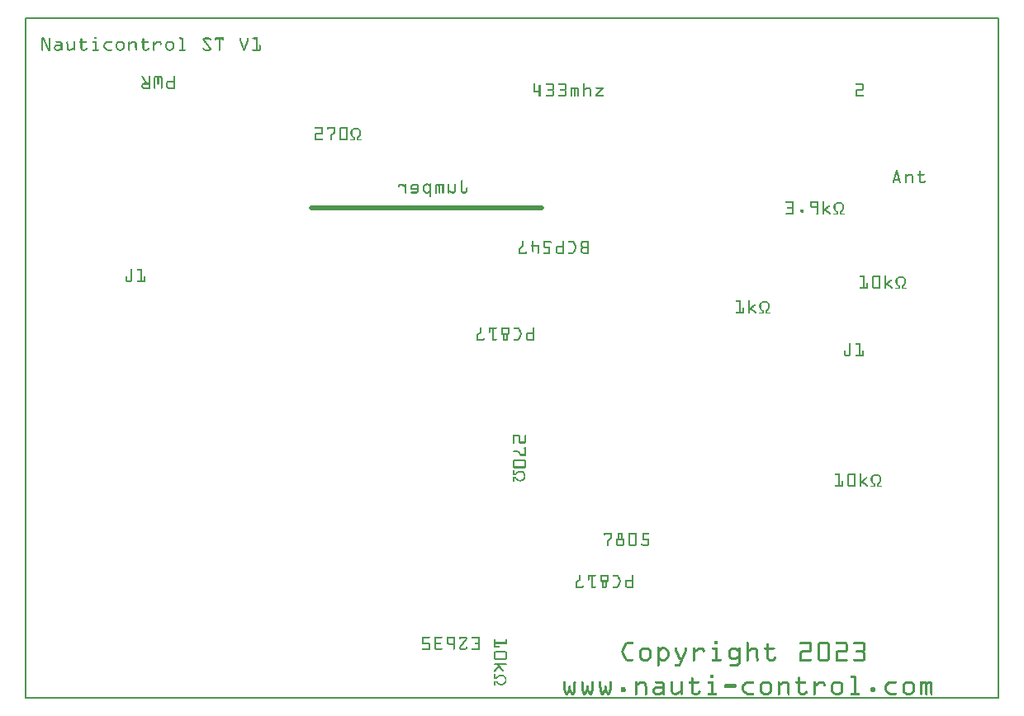
<source format=gto>
G04 MADE WITH FRITZING*
G04 WWW.FRITZING.ORG*
G04 SINGLE SIDED*
G04 HOLES NOT PLATED*
G04 CONTOUR ON CENTER OF CONTOUR VECTOR*
%ASAXBY*%
%FSLAX23Y23*%
%MOIN*%
%OFA0B0*%
%SFA1.0B1.0*%
%ADD10R,3.937010X2.755910X3.921010X2.739910*%
%ADD11C,0.008000*%
%ADD12C,0.021000*%
%ADD13R,0.001000X0.001000*%
%LNSILK1*%
G90*
G70*
G54D11*
X4Y2752D02*
X3933Y2752D01*
X3933Y4D01*
X4Y4D01*
X4Y2752D01*
D02*
G54D12*
X1159Y1984D02*
X2088Y1984D01*
G54D13*
X282Y2675D02*
X289Y2675D01*
X281Y2674D02*
X290Y2674D01*
X71Y2673D02*
X78Y2673D01*
X281Y2673D02*
X290Y2673D01*
X627Y2673D02*
X636Y2673D01*
X728Y2673D02*
X744Y2673D01*
X771Y2673D02*
X803Y2673D01*
X924Y2673D02*
X940Y2673D01*
X70Y2672D02*
X79Y2672D01*
X99Y2672D02*
X103Y2672D01*
X281Y2672D02*
X290Y2672D01*
X625Y2672D02*
X639Y2672D01*
X724Y2672D02*
X749Y2672D01*
X770Y2672D02*
X804Y2672D01*
X871Y2672D02*
X875Y2672D01*
X899Y2672D02*
X903Y2672D01*
X921Y2672D02*
X940Y2672D01*
X70Y2671D02*
X79Y2671D01*
X98Y2671D02*
X103Y2671D01*
X281Y2671D02*
X290Y2671D01*
X624Y2671D02*
X640Y2671D01*
X723Y2671D02*
X750Y2671D01*
X770Y2671D02*
X804Y2671D01*
X871Y2671D02*
X876Y2671D01*
X898Y2671D02*
X903Y2671D01*
X921Y2671D02*
X940Y2671D01*
X70Y2670D02*
X80Y2670D01*
X98Y2670D02*
X104Y2670D01*
X230Y2670D02*
X230Y2670D01*
X281Y2670D02*
X290Y2670D01*
X480Y2670D02*
X480Y2670D01*
X624Y2670D02*
X640Y2670D01*
X722Y2670D02*
X751Y2670D01*
X770Y2670D02*
X804Y2670D01*
X870Y2670D02*
X876Y2670D01*
X898Y2670D02*
X904Y2670D01*
X920Y2670D02*
X940Y2670D01*
X70Y2669D02*
X80Y2669D01*
X98Y2669D02*
X104Y2669D01*
X228Y2669D02*
X232Y2669D01*
X281Y2669D02*
X290Y2669D01*
X478Y2669D02*
X482Y2669D01*
X624Y2669D02*
X640Y2669D01*
X721Y2669D02*
X752Y2669D01*
X770Y2669D02*
X804Y2669D01*
X870Y2669D02*
X876Y2669D01*
X898Y2669D02*
X904Y2669D01*
X920Y2669D02*
X940Y2669D01*
X70Y2668D02*
X81Y2668D01*
X98Y2668D02*
X104Y2668D01*
X227Y2668D02*
X233Y2668D01*
X281Y2668D02*
X290Y2668D01*
X477Y2668D02*
X483Y2668D01*
X624Y2668D02*
X640Y2668D01*
X721Y2668D02*
X753Y2668D01*
X770Y2668D02*
X804Y2668D01*
X870Y2668D02*
X876Y2668D01*
X898Y2668D02*
X904Y2668D01*
X921Y2668D02*
X940Y2668D01*
X70Y2667D02*
X81Y2667D01*
X98Y2667D02*
X104Y2667D01*
X227Y2667D02*
X233Y2667D01*
X282Y2667D02*
X289Y2667D01*
X477Y2667D02*
X483Y2667D01*
X625Y2667D02*
X640Y2667D01*
X720Y2667D02*
X753Y2667D01*
X770Y2667D02*
X804Y2667D01*
X870Y2667D02*
X876Y2667D01*
X898Y2667D02*
X904Y2667D01*
X921Y2667D02*
X940Y2667D01*
X70Y2666D02*
X82Y2666D01*
X98Y2666D02*
X104Y2666D01*
X227Y2666D02*
X233Y2666D01*
X284Y2666D02*
X286Y2666D01*
X477Y2666D02*
X483Y2666D01*
X628Y2666D02*
X640Y2666D01*
X720Y2666D02*
X754Y2666D01*
X770Y2666D02*
X804Y2666D01*
X870Y2666D02*
X876Y2666D01*
X898Y2666D02*
X904Y2666D01*
X924Y2666D02*
X940Y2666D01*
X70Y2665D02*
X82Y2665D01*
X98Y2665D02*
X104Y2665D01*
X227Y2665D02*
X233Y2665D01*
X477Y2665D02*
X483Y2665D01*
X634Y2665D02*
X640Y2665D01*
X720Y2665D02*
X726Y2665D01*
X747Y2665D02*
X754Y2665D01*
X770Y2665D02*
X776Y2665D01*
X784Y2665D02*
X790Y2665D01*
X798Y2665D02*
X804Y2665D01*
X870Y2665D02*
X876Y2665D01*
X898Y2665D02*
X904Y2665D01*
X934Y2665D02*
X940Y2665D01*
X70Y2664D02*
X82Y2664D01*
X98Y2664D02*
X104Y2664D01*
X227Y2664D02*
X233Y2664D01*
X477Y2664D02*
X483Y2664D01*
X634Y2664D02*
X640Y2664D01*
X720Y2664D02*
X727Y2664D01*
X748Y2664D02*
X754Y2664D01*
X770Y2664D02*
X776Y2664D01*
X784Y2664D02*
X790Y2664D01*
X798Y2664D02*
X804Y2664D01*
X870Y2664D02*
X876Y2664D01*
X898Y2664D02*
X904Y2664D01*
X934Y2664D02*
X940Y2664D01*
X70Y2663D02*
X83Y2663D01*
X98Y2663D02*
X104Y2663D01*
X227Y2663D02*
X233Y2663D01*
X477Y2663D02*
X483Y2663D01*
X634Y2663D02*
X640Y2663D01*
X721Y2663D02*
X728Y2663D01*
X748Y2663D02*
X754Y2663D01*
X770Y2663D02*
X776Y2663D01*
X784Y2663D02*
X790Y2663D01*
X798Y2663D02*
X804Y2663D01*
X870Y2663D02*
X876Y2663D01*
X898Y2663D02*
X904Y2663D01*
X934Y2663D02*
X940Y2663D01*
X70Y2662D02*
X83Y2662D01*
X98Y2662D02*
X104Y2662D01*
X227Y2662D02*
X233Y2662D01*
X477Y2662D02*
X483Y2662D01*
X634Y2662D02*
X640Y2662D01*
X721Y2662D02*
X728Y2662D01*
X748Y2662D02*
X753Y2662D01*
X771Y2662D02*
X776Y2662D01*
X784Y2662D02*
X790Y2662D01*
X798Y2662D02*
X803Y2662D01*
X870Y2662D02*
X876Y2662D01*
X898Y2662D02*
X904Y2662D01*
X934Y2662D02*
X940Y2662D01*
X70Y2661D02*
X84Y2661D01*
X98Y2661D02*
X104Y2661D01*
X227Y2661D02*
X233Y2661D01*
X477Y2661D02*
X483Y2661D01*
X634Y2661D02*
X640Y2661D01*
X721Y2661D02*
X729Y2661D01*
X749Y2661D02*
X753Y2661D01*
X771Y2661D02*
X775Y2661D01*
X784Y2661D02*
X790Y2661D01*
X799Y2661D02*
X803Y2661D01*
X870Y2661D02*
X876Y2661D01*
X898Y2661D02*
X904Y2661D01*
X934Y2661D02*
X940Y2661D01*
X70Y2660D02*
X84Y2660D01*
X98Y2660D02*
X104Y2660D01*
X227Y2660D02*
X233Y2660D01*
X477Y2660D02*
X483Y2660D01*
X634Y2660D02*
X640Y2660D01*
X722Y2660D02*
X730Y2660D01*
X784Y2660D02*
X790Y2660D01*
X870Y2660D02*
X876Y2660D01*
X898Y2660D02*
X904Y2660D01*
X934Y2660D02*
X940Y2660D01*
X70Y2659D02*
X76Y2659D01*
X78Y2659D02*
X85Y2659D01*
X98Y2659D02*
X104Y2659D01*
X227Y2659D02*
X233Y2659D01*
X477Y2659D02*
X483Y2659D01*
X634Y2659D02*
X640Y2659D01*
X723Y2659D02*
X731Y2659D01*
X784Y2659D02*
X790Y2659D01*
X870Y2659D02*
X876Y2659D01*
X898Y2659D02*
X904Y2659D01*
X934Y2659D02*
X940Y2659D01*
X70Y2658D02*
X76Y2658D01*
X78Y2658D02*
X85Y2658D01*
X98Y2658D02*
X104Y2658D01*
X129Y2658D02*
X145Y2658D01*
X172Y2658D02*
X174Y2658D01*
X200Y2658D02*
X202Y2658D01*
X222Y2658D02*
X248Y2658D01*
X276Y2658D02*
X288Y2658D01*
X334Y2658D02*
X352Y2658D01*
X381Y2658D02*
X393Y2658D01*
X422Y2658D02*
X424Y2658D01*
X437Y2658D02*
X445Y2658D01*
X472Y2658D02*
X498Y2658D01*
X522Y2658D02*
X524Y2658D01*
X536Y2658D02*
X546Y2658D01*
X581Y2658D02*
X593Y2658D01*
X634Y2658D02*
X640Y2658D01*
X724Y2658D02*
X732Y2658D01*
X784Y2658D02*
X790Y2658D01*
X870Y2658D02*
X876Y2658D01*
X898Y2658D02*
X904Y2658D01*
X934Y2658D02*
X940Y2658D01*
X70Y2657D02*
X76Y2657D01*
X79Y2657D02*
X86Y2657D01*
X98Y2657D02*
X104Y2657D01*
X128Y2657D02*
X147Y2657D01*
X171Y2657D02*
X175Y2657D01*
X199Y2657D02*
X203Y2657D01*
X221Y2657D02*
X249Y2657D01*
X275Y2657D02*
X289Y2657D01*
X332Y2657D02*
X353Y2657D01*
X378Y2657D02*
X396Y2657D01*
X421Y2657D02*
X425Y2657D01*
X435Y2657D02*
X447Y2657D01*
X471Y2657D02*
X499Y2657D01*
X521Y2657D02*
X525Y2657D01*
X535Y2657D02*
X548Y2657D01*
X578Y2657D02*
X596Y2657D01*
X634Y2657D02*
X640Y2657D01*
X724Y2657D02*
X732Y2657D01*
X784Y2657D02*
X790Y2657D01*
X870Y2657D02*
X877Y2657D01*
X897Y2657D02*
X904Y2657D01*
X934Y2657D02*
X940Y2657D01*
X70Y2656D02*
X76Y2656D01*
X79Y2656D02*
X86Y2656D01*
X98Y2656D02*
X104Y2656D01*
X127Y2656D02*
X149Y2656D01*
X171Y2656D02*
X176Y2656D01*
X198Y2656D02*
X204Y2656D01*
X221Y2656D02*
X250Y2656D01*
X274Y2656D02*
X290Y2656D01*
X330Y2656D02*
X354Y2656D01*
X377Y2656D02*
X397Y2656D01*
X421Y2656D02*
X426Y2656D01*
X433Y2656D02*
X449Y2656D01*
X471Y2656D02*
X500Y2656D01*
X521Y2656D02*
X526Y2656D01*
X533Y2656D02*
X550Y2656D01*
X577Y2656D02*
X597Y2656D01*
X634Y2656D02*
X640Y2656D01*
X725Y2656D02*
X733Y2656D01*
X784Y2656D02*
X790Y2656D01*
X871Y2656D02*
X877Y2656D01*
X897Y2656D02*
X903Y2656D01*
X934Y2656D02*
X940Y2656D01*
X70Y2655D02*
X76Y2655D01*
X80Y2655D02*
X86Y2655D01*
X98Y2655D02*
X104Y2655D01*
X127Y2655D02*
X150Y2655D01*
X170Y2655D02*
X176Y2655D01*
X198Y2655D02*
X204Y2655D01*
X220Y2655D02*
X250Y2655D01*
X274Y2655D02*
X290Y2655D01*
X329Y2655D02*
X354Y2655D01*
X376Y2655D02*
X399Y2655D01*
X420Y2655D02*
X426Y2655D01*
X431Y2655D02*
X450Y2655D01*
X470Y2655D02*
X500Y2655D01*
X520Y2655D02*
X526Y2655D01*
X532Y2655D02*
X551Y2655D01*
X576Y2655D02*
X599Y2655D01*
X634Y2655D02*
X640Y2655D01*
X726Y2655D02*
X734Y2655D01*
X784Y2655D02*
X790Y2655D01*
X871Y2655D02*
X878Y2655D01*
X897Y2655D02*
X903Y2655D01*
X934Y2655D02*
X940Y2655D01*
X70Y2654D02*
X76Y2654D01*
X80Y2654D02*
X87Y2654D01*
X98Y2654D02*
X104Y2654D01*
X127Y2654D02*
X151Y2654D01*
X170Y2654D02*
X176Y2654D01*
X198Y2654D02*
X204Y2654D01*
X220Y2654D02*
X250Y2654D01*
X274Y2654D02*
X290Y2654D01*
X328Y2654D02*
X354Y2654D01*
X374Y2654D02*
X400Y2654D01*
X420Y2654D02*
X426Y2654D01*
X430Y2654D02*
X451Y2654D01*
X470Y2654D02*
X500Y2654D01*
X520Y2654D02*
X526Y2654D01*
X531Y2654D02*
X552Y2654D01*
X574Y2654D02*
X600Y2654D01*
X634Y2654D02*
X640Y2654D01*
X727Y2654D02*
X735Y2654D01*
X784Y2654D02*
X790Y2654D01*
X871Y2654D02*
X878Y2654D01*
X896Y2654D02*
X903Y2654D01*
X934Y2654D02*
X940Y2654D01*
X70Y2653D02*
X76Y2653D01*
X81Y2653D02*
X87Y2653D01*
X98Y2653D02*
X104Y2653D01*
X128Y2653D02*
X152Y2653D01*
X170Y2653D02*
X176Y2653D01*
X198Y2653D02*
X204Y2653D01*
X221Y2653D02*
X250Y2653D01*
X274Y2653D02*
X290Y2653D01*
X326Y2653D02*
X353Y2653D01*
X373Y2653D02*
X401Y2653D01*
X420Y2653D02*
X426Y2653D01*
X428Y2653D02*
X452Y2653D01*
X471Y2653D02*
X500Y2653D01*
X520Y2653D02*
X526Y2653D01*
X530Y2653D02*
X552Y2653D01*
X573Y2653D02*
X601Y2653D01*
X634Y2653D02*
X640Y2653D01*
X727Y2653D02*
X735Y2653D01*
X784Y2653D02*
X790Y2653D01*
X872Y2653D02*
X878Y2653D01*
X896Y2653D02*
X902Y2653D01*
X934Y2653D02*
X940Y2653D01*
X70Y2652D02*
X76Y2652D01*
X81Y2652D02*
X88Y2652D01*
X98Y2652D02*
X104Y2652D01*
X129Y2652D02*
X152Y2652D01*
X170Y2652D02*
X176Y2652D01*
X198Y2652D02*
X204Y2652D01*
X222Y2652D02*
X249Y2652D01*
X275Y2652D02*
X290Y2652D01*
X325Y2652D02*
X352Y2652D01*
X372Y2652D02*
X402Y2652D01*
X420Y2652D02*
X452Y2652D01*
X472Y2652D02*
X499Y2652D01*
X520Y2652D02*
X526Y2652D01*
X529Y2652D02*
X553Y2652D01*
X572Y2652D02*
X602Y2652D01*
X634Y2652D02*
X640Y2652D01*
X728Y2652D02*
X736Y2652D01*
X784Y2652D02*
X790Y2652D01*
X872Y2652D02*
X879Y2652D01*
X895Y2652D02*
X902Y2652D01*
X934Y2652D02*
X940Y2652D01*
X70Y2651D02*
X76Y2651D01*
X81Y2651D02*
X88Y2651D01*
X98Y2651D02*
X104Y2651D01*
X145Y2651D02*
X152Y2651D01*
X170Y2651D02*
X176Y2651D01*
X198Y2651D02*
X204Y2651D01*
X227Y2651D02*
X233Y2651D01*
X284Y2651D02*
X290Y2651D01*
X324Y2651D02*
X334Y2651D01*
X372Y2651D02*
X381Y2651D01*
X393Y2651D02*
X402Y2651D01*
X420Y2651D02*
X437Y2651D01*
X445Y2651D02*
X452Y2651D01*
X477Y2651D02*
X483Y2651D01*
X520Y2651D02*
X537Y2651D01*
X546Y2651D02*
X553Y2651D01*
X572Y2651D02*
X581Y2651D01*
X593Y2651D02*
X602Y2651D01*
X634Y2651D02*
X640Y2651D01*
X729Y2651D02*
X737Y2651D01*
X784Y2651D02*
X790Y2651D01*
X873Y2651D02*
X879Y2651D01*
X895Y2651D02*
X901Y2651D01*
X934Y2651D02*
X940Y2651D01*
X70Y2650D02*
X76Y2650D01*
X82Y2650D02*
X89Y2650D01*
X98Y2650D02*
X104Y2650D01*
X146Y2650D02*
X153Y2650D01*
X170Y2650D02*
X176Y2650D01*
X198Y2650D02*
X204Y2650D01*
X227Y2650D02*
X233Y2650D01*
X284Y2650D02*
X290Y2650D01*
X323Y2650D02*
X333Y2650D01*
X371Y2650D02*
X379Y2650D01*
X395Y2650D02*
X403Y2650D01*
X420Y2650D02*
X436Y2650D01*
X446Y2650D02*
X453Y2650D01*
X477Y2650D02*
X483Y2650D01*
X520Y2650D02*
X536Y2650D01*
X547Y2650D02*
X554Y2650D01*
X571Y2650D02*
X579Y2650D01*
X595Y2650D02*
X603Y2650D01*
X634Y2650D02*
X640Y2650D01*
X730Y2650D02*
X738Y2650D01*
X784Y2650D02*
X790Y2650D01*
X873Y2650D02*
X880Y2650D01*
X895Y2650D02*
X901Y2650D01*
X934Y2650D02*
X940Y2650D01*
X70Y2649D02*
X76Y2649D01*
X82Y2649D02*
X89Y2649D01*
X98Y2649D02*
X104Y2649D01*
X147Y2649D02*
X153Y2649D01*
X170Y2649D02*
X176Y2649D01*
X198Y2649D02*
X204Y2649D01*
X227Y2649D02*
X233Y2649D01*
X284Y2649D02*
X290Y2649D01*
X322Y2649D02*
X332Y2649D01*
X371Y2649D02*
X378Y2649D01*
X396Y2649D02*
X403Y2649D01*
X420Y2649D02*
X434Y2649D01*
X447Y2649D02*
X453Y2649D01*
X477Y2649D02*
X483Y2649D01*
X520Y2649D02*
X535Y2649D01*
X548Y2649D02*
X554Y2649D01*
X571Y2649D02*
X578Y2649D01*
X596Y2649D02*
X603Y2649D01*
X634Y2649D02*
X640Y2649D01*
X731Y2649D02*
X739Y2649D01*
X784Y2649D02*
X790Y2649D01*
X873Y2649D02*
X880Y2649D01*
X894Y2649D02*
X901Y2649D01*
X934Y2649D02*
X940Y2649D01*
X70Y2648D02*
X76Y2648D01*
X83Y2648D02*
X89Y2648D01*
X98Y2648D02*
X104Y2648D01*
X147Y2648D02*
X153Y2648D01*
X170Y2648D02*
X176Y2648D01*
X198Y2648D02*
X204Y2648D01*
X227Y2648D02*
X233Y2648D01*
X284Y2648D02*
X290Y2648D01*
X322Y2648D02*
X331Y2648D01*
X371Y2648D02*
X377Y2648D01*
X397Y2648D02*
X404Y2648D01*
X420Y2648D02*
X433Y2648D01*
X447Y2648D02*
X453Y2648D01*
X477Y2648D02*
X483Y2648D01*
X520Y2648D02*
X534Y2648D01*
X548Y2648D02*
X554Y2648D01*
X571Y2648D02*
X577Y2648D01*
X597Y2648D02*
X604Y2648D01*
X634Y2648D02*
X640Y2648D01*
X731Y2648D02*
X739Y2648D01*
X784Y2648D02*
X790Y2648D01*
X874Y2648D02*
X880Y2648D01*
X894Y2648D02*
X900Y2648D01*
X934Y2648D02*
X940Y2648D01*
X70Y2647D02*
X76Y2647D01*
X83Y2647D02*
X90Y2647D01*
X98Y2647D02*
X104Y2647D01*
X147Y2647D02*
X153Y2647D01*
X170Y2647D02*
X176Y2647D01*
X198Y2647D02*
X204Y2647D01*
X227Y2647D02*
X233Y2647D01*
X284Y2647D02*
X290Y2647D01*
X321Y2647D02*
X329Y2647D01*
X370Y2647D02*
X377Y2647D01*
X398Y2647D02*
X404Y2647D01*
X420Y2647D02*
X431Y2647D01*
X447Y2647D02*
X453Y2647D01*
X477Y2647D02*
X483Y2647D01*
X520Y2647D02*
X533Y2647D01*
X548Y2647D02*
X554Y2647D01*
X570Y2647D02*
X577Y2647D01*
X598Y2647D02*
X604Y2647D01*
X634Y2647D02*
X640Y2647D01*
X732Y2647D02*
X740Y2647D01*
X784Y2647D02*
X790Y2647D01*
X874Y2647D02*
X881Y2647D01*
X893Y2647D02*
X900Y2647D01*
X934Y2647D02*
X940Y2647D01*
X70Y2646D02*
X76Y2646D01*
X84Y2646D02*
X90Y2646D01*
X98Y2646D02*
X104Y2646D01*
X147Y2646D02*
X153Y2646D01*
X171Y2646D02*
X177Y2646D01*
X198Y2646D02*
X204Y2646D01*
X227Y2646D02*
X233Y2646D01*
X284Y2646D02*
X290Y2646D01*
X321Y2646D02*
X328Y2646D01*
X370Y2646D02*
X376Y2646D01*
X398Y2646D02*
X404Y2646D01*
X420Y2646D02*
X429Y2646D01*
X447Y2646D02*
X453Y2646D01*
X477Y2646D02*
X483Y2646D01*
X520Y2646D02*
X532Y2646D01*
X548Y2646D02*
X554Y2646D01*
X570Y2646D02*
X576Y2646D01*
X598Y2646D02*
X604Y2646D01*
X634Y2646D02*
X640Y2646D01*
X733Y2646D02*
X741Y2646D01*
X784Y2646D02*
X790Y2646D01*
X875Y2646D02*
X881Y2646D01*
X893Y2646D02*
X900Y2646D01*
X934Y2646D02*
X940Y2646D01*
X70Y2645D02*
X76Y2645D01*
X84Y2645D02*
X91Y2645D01*
X98Y2645D02*
X104Y2645D01*
X147Y2645D02*
X153Y2645D01*
X171Y2645D02*
X177Y2645D01*
X198Y2645D02*
X204Y2645D01*
X227Y2645D02*
X233Y2645D01*
X284Y2645D02*
X290Y2645D01*
X321Y2645D02*
X327Y2645D01*
X370Y2645D02*
X376Y2645D01*
X398Y2645D02*
X404Y2645D01*
X420Y2645D02*
X428Y2645D01*
X447Y2645D02*
X453Y2645D01*
X477Y2645D02*
X483Y2645D01*
X520Y2645D02*
X531Y2645D01*
X548Y2645D02*
X554Y2645D01*
X570Y2645D02*
X576Y2645D01*
X598Y2645D02*
X604Y2645D01*
X634Y2645D02*
X640Y2645D01*
X734Y2645D02*
X742Y2645D01*
X784Y2645D02*
X790Y2645D01*
X875Y2645D02*
X882Y2645D01*
X893Y2645D02*
X899Y2645D01*
X934Y2645D02*
X940Y2645D01*
X70Y2644D02*
X76Y2644D01*
X85Y2644D02*
X91Y2644D01*
X98Y2644D02*
X104Y2644D01*
X147Y2644D02*
X153Y2644D01*
X171Y2644D02*
X177Y2644D01*
X198Y2644D02*
X204Y2644D01*
X227Y2644D02*
X233Y2644D01*
X284Y2644D02*
X290Y2644D01*
X320Y2644D02*
X327Y2644D01*
X370Y2644D02*
X376Y2644D01*
X398Y2644D02*
X404Y2644D01*
X420Y2644D02*
X426Y2644D01*
X447Y2644D02*
X453Y2644D01*
X477Y2644D02*
X483Y2644D01*
X520Y2644D02*
X529Y2644D01*
X548Y2644D02*
X553Y2644D01*
X570Y2644D02*
X576Y2644D01*
X598Y2644D02*
X604Y2644D01*
X634Y2644D02*
X640Y2644D01*
X734Y2644D02*
X742Y2644D01*
X784Y2644D02*
X790Y2644D01*
X875Y2644D02*
X882Y2644D01*
X892Y2644D02*
X899Y2644D01*
X934Y2644D02*
X940Y2644D01*
X70Y2643D02*
X76Y2643D01*
X85Y2643D02*
X92Y2643D01*
X98Y2643D02*
X104Y2643D01*
X127Y2643D02*
X153Y2643D01*
X171Y2643D02*
X177Y2643D01*
X198Y2643D02*
X204Y2643D01*
X227Y2643D02*
X233Y2643D01*
X284Y2643D02*
X290Y2643D01*
X320Y2643D02*
X326Y2643D01*
X370Y2643D02*
X376Y2643D01*
X398Y2643D02*
X404Y2643D01*
X420Y2643D02*
X426Y2643D01*
X447Y2643D02*
X453Y2643D01*
X477Y2643D02*
X483Y2643D01*
X520Y2643D02*
X528Y2643D01*
X550Y2643D02*
X552Y2643D01*
X570Y2643D02*
X576Y2643D01*
X598Y2643D02*
X604Y2643D01*
X634Y2643D02*
X640Y2643D01*
X735Y2643D02*
X743Y2643D01*
X784Y2643D02*
X790Y2643D01*
X876Y2643D02*
X882Y2643D01*
X892Y2643D02*
X898Y2643D01*
X934Y2643D02*
X940Y2643D01*
X949Y2643D02*
X952Y2643D01*
X70Y2642D02*
X76Y2642D01*
X85Y2642D02*
X92Y2642D01*
X98Y2642D02*
X104Y2642D01*
X125Y2642D02*
X153Y2642D01*
X171Y2642D02*
X177Y2642D01*
X198Y2642D02*
X204Y2642D01*
X227Y2642D02*
X233Y2642D01*
X284Y2642D02*
X290Y2642D01*
X320Y2642D02*
X326Y2642D01*
X370Y2642D02*
X376Y2642D01*
X398Y2642D02*
X404Y2642D01*
X420Y2642D02*
X426Y2642D01*
X447Y2642D02*
X453Y2642D01*
X477Y2642D02*
X483Y2642D01*
X520Y2642D02*
X527Y2642D01*
X570Y2642D02*
X576Y2642D01*
X598Y2642D02*
X604Y2642D01*
X634Y2642D02*
X640Y2642D01*
X736Y2642D02*
X744Y2642D01*
X784Y2642D02*
X790Y2642D01*
X876Y2642D02*
X883Y2642D01*
X891Y2642D02*
X898Y2642D01*
X934Y2642D02*
X940Y2642D01*
X948Y2642D02*
X953Y2642D01*
X70Y2641D02*
X76Y2641D01*
X86Y2641D02*
X93Y2641D01*
X98Y2641D02*
X104Y2641D01*
X124Y2641D02*
X153Y2641D01*
X171Y2641D02*
X177Y2641D01*
X198Y2641D02*
X204Y2641D01*
X227Y2641D02*
X233Y2641D01*
X284Y2641D02*
X290Y2641D01*
X320Y2641D02*
X326Y2641D01*
X370Y2641D02*
X376Y2641D01*
X398Y2641D02*
X404Y2641D01*
X420Y2641D02*
X426Y2641D01*
X447Y2641D02*
X453Y2641D01*
X477Y2641D02*
X483Y2641D01*
X520Y2641D02*
X526Y2641D01*
X570Y2641D02*
X576Y2641D01*
X598Y2641D02*
X604Y2641D01*
X634Y2641D02*
X640Y2641D01*
X737Y2641D02*
X745Y2641D01*
X784Y2641D02*
X790Y2641D01*
X876Y2641D02*
X883Y2641D01*
X891Y2641D02*
X898Y2641D01*
X934Y2641D02*
X940Y2641D01*
X948Y2641D02*
X954Y2641D01*
X70Y2640D02*
X76Y2640D01*
X86Y2640D02*
X93Y2640D01*
X98Y2640D02*
X104Y2640D01*
X123Y2640D02*
X153Y2640D01*
X171Y2640D02*
X177Y2640D01*
X198Y2640D02*
X204Y2640D01*
X227Y2640D02*
X233Y2640D01*
X284Y2640D02*
X290Y2640D01*
X320Y2640D02*
X326Y2640D01*
X370Y2640D02*
X376Y2640D01*
X398Y2640D02*
X404Y2640D01*
X420Y2640D02*
X426Y2640D01*
X447Y2640D02*
X453Y2640D01*
X477Y2640D02*
X483Y2640D01*
X520Y2640D02*
X526Y2640D01*
X570Y2640D02*
X576Y2640D01*
X598Y2640D02*
X604Y2640D01*
X634Y2640D02*
X640Y2640D01*
X738Y2640D02*
X746Y2640D01*
X784Y2640D02*
X790Y2640D01*
X877Y2640D02*
X883Y2640D01*
X891Y2640D02*
X897Y2640D01*
X934Y2640D02*
X940Y2640D01*
X948Y2640D02*
X954Y2640D01*
X70Y2639D02*
X76Y2639D01*
X87Y2639D02*
X93Y2639D01*
X98Y2639D02*
X104Y2639D01*
X122Y2639D02*
X153Y2639D01*
X171Y2639D02*
X177Y2639D01*
X198Y2639D02*
X204Y2639D01*
X227Y2639D02*
X233Y2639D01*
X284Y2639D02*
X290Y2639D01*
X320Y2639D02*
X326Y2639D01*
X370Y2639D02*
X376Y2639D01*
X398Y2639D02*
X404Y2639D01*
X420Y2639D02*
X426Y2639D01*
X447Y2639D02*
X453Y2639D01*
X477Y2639D02*
X483Y2639D01*
X520Y2639D02*
X526Y2639D01*
X570Y2639D02*
X576Y2639D01*
X598Y2639D02*
X604Y2639D01*
X634Y2639D02*
X640Y2639D01*
X738Y2639D02*
X746Y2639D01*
X784Y2639D02*
X790Y2639D01*
X877Y2639D02*
X884Y2639D01*
X890Y2639D02*
X897Y2639D01*
X934Y2639D02*
X940Y2639D01*
X948Y2639D02*
X954Y2639D01*
X70Y2638D02*
X76Y2638D01*
X87Y2638D02*
X94Y2638D01*
X98Y2638D02*
X104Y2638D01*
X121Y2638D02*
X153Y2638D01*
X171Y2638D02*
X177Y2638D01*
X198Y2638D02*
X204Y2638D01*
X227Y2638D02*
X233Y2638D01*
X284Y2638D02*
X290Y2638D01*
X320Y2638D02*
X326Y2638D01*
X370Y2638D02*
X376Y2638D01*
X398Y2638D02*
X404Y2638D01*
X420Y2638D02*
X426Y2638D01*
X447Y2638D02*
X453Y2638D01*
X477Y2638D02*
X483Y2638D01*
X520Y2638D02*
X526Y2638D01*
X570Y2638D02*
X576Y2638D01*
X598Y2638D02*
X604Y2638D01*
X634Y2638D02*
X640Y2638D01*
X739Y2638D02*
X747Y2638D01*
X784Y2638D02*
X790Y2638D01*
X878Y2638D02*
X884Y2638D01*
X890Y2638D02*
X896Y2638D01*
X934Y2638D02*
X940Y2638D01*
X948Y2638D02*
X954Y2638D01*
X70Y2637D02*
X76Y2637D01*
X88Y2637D02*
X94Y2637D01*
X98Y2637D02*
X104Y2637D01*
X121Y2637D02*
X153Y2637D01*
X171Y2637D02*
X177Y2637D01*
X198Y2637D02*
X204Y2637D01*
X227Y2637D02*
X233Y2637D01*
X284Y2637D02*
X290Y2637D01*
X320Y2637D02*
X326Y2637D01*
X370Y2637D02*
X376Y2637D01*
X398Y2637D02*
X404Y2637D01*
X420Y2637D02*
X426Y2637D01*
X447Y2637D02*
X453Y2637D01*
X477Y2637D02*
X483Y2637D01*
X520Y2637D02*
X526Y2637D01*
X570Y2637D02*
X576Y2637D01*
X598Y2637D02*
X604Y2637D01*
X634Y2637D02*
X640Y2637D01*
X740Y2637D02*
X748Y2637D01*
X784Y2637D02*
X790Y2637D01*
X878Y2637D02*
X885Y2637D01*
X889Y2637D02*
X896Y2637D01*
X934Y2637D02*
X940Y2637D01*
X948Y2637D02*
X954Y2637D01*
X70Y2636D02*
X76Y2636D01*
X88Y2636D02*
X95Y2636D01*
X98Y2636D02*
X104Y2636D01*
X121Y2636D02*
X128Y2636D01*
X146Y2636D02*
X153Y2636D01*
X171Y2636D02*
X177Y2636D01*
X198Y2636D02*
X204Y2636D01*
X227Y2636D02*
X233Y2636D01*
X284Y2636D02*
X290Y2636D01*
X320Y2636D02*
X326Y2636D01*
X370Y2636D02*
X376Y2636D01*
X398Y2636D02*
X404Y2636D01*
X420Y2636D02*
X426Y2636D01*
X447Y2636D02*
X453Y2636D01*
X477Y2636D02*
X483Y2636D01*
X520Y2636D02*
X526Y2636D01*
X570Y2636D02*
X576Y2636D01*
X598Y2636D02*
X604Y2636D01*
X634Y2636D02*
X640Y2636D01*
X741Y2636D02*
X749Y2636D01*
X784Y2636D02*
X790Y2636D01*
X878Y2636D02*
X885Y2636D01*
X889Y2636D02*
X896Y2636D01*
X934Y2636D02*
X940Y2636D01*
X948Y2636D02*
X954Y2636D01*
X70Y2635D02*
X76Y2635D01*
X88Y2635D02*
X95Y2635D01*
X98Y2635D02*
X104Y2635D01*
X120Y2635D02*
X127Y2635D01*
X147Y2635D02*
X153Y2635D01*
X171Y2635D02*
X177Y2635D01*
X198Y2635D02*
X204Y2635D01*
X227Y2635D02*
X233Y2635D01*
X284Y2635D02*
X290Y2635D01*
X320Y2635D02*
X326Y2635D01*
X370Y2635D02*
X376Y2635D01*
X398Y2635D02*
X404Y2635D01*
X420Y2635D02*
X426Y2635D01*
X447Y2635D02*
X453Y2635D01*
X477Y2635D02*
X483Y2635D01*
X520Y2635D02*
X526Y2635D01*
X570Y2635D02*
X576Y2635D01*
X598Y2635D02*
X604Y2635D01*
X634Y2635D02*
X640Y2635D01*
X741Y2635D02*
X749Y2635D01*
X784Y2635D02*
X790Y2635D01*
X879Y2635D02*
X885Y2635D01*
X889Y2635D02*
X895Y2635D01*
X934Y2635D02*
X940Y2635D01*
X948Y2635D02*
X954Y2635D01*
X70Y2634D02*
X76Y2634D01*
X89Y2634D02*
X96Y2634D01*
X98Y2634D02*
X104Y2634D01*
X120Y2634D02*
X126Y2634D01*
X147Y2634D02*
X153Y2634D01*
X171Y2634D02*
X177Y2634D01*
X198Y2634D02*
X204Y2634D01*
X227Y2634D02*
X233Y2634D01*
X284Y2634D02*
X290Y2634D01*
X320Y2634D02*
X326Y2634D01*
X370Y2634D02*
X376Y2634D01*
X398Y2634D02*
X404Y2634D01*
X420Y2634D02*
X426Y2634D01*
X447Y2634D02*
X453Y2634D01*
X477Y2634D02*
X483Y2634D01*
X520Y2634D02*
X526Y2634D01*
X570Y2634D02*
X576Y2634D01*
X598Y2634D02*
X604Y2634D01*
X634Y2634D02*
X640Y2634D01*
X742Y2634D02*
X750Y2634D01*
X784Y2634D02*
X790Y2634D01*
X879Y2634D02*
X886Y2634D01*
X888Y2634D02*
X895Y2634D01*
X934Y2634D02*
X940Y2634D01*
X948Y2634D02*
X954Y2634D01*
X70Y2633D02*
X76Y2633D01*
X89Y2633D02*
X96Y2633D01*
X98Y2633D02*
X104Y2633D01*
X120Y2633D02*
X126Y2633D01*
X147Y2633D02*
X153Y2633D01*
X171Y2633D02*
X177Y2633D01*
X198Y2633D02*
X204Y2633D01*
X227Y2633D02*
X233Y2633D01*
X284Y2633D02*
X290Y2633D01*
X320Y2633D02*
X327Y2633D01*
X370Y2633D02*
X376Y2633D01*
X398Y2633D02*
X404Y2633D01*
X420Y2633D02*
X426Y2633D01*
X447Y2633D02*
X453Y2633D01*
X477Y2633D02*
X483Y2633D01*
X520Y2633D02*
X526Y2633D01*
X570Y2633D02*
X576Y2633D01*
X598Y2633D02*
X604Y2633D01*
X634Y2633D02*
X640Y2633D01*
X743Y2633D02*
X751Y2633D01*
X784Y2633D02*
X790Y2633D01*
X880Y2633D02*
X886Y2633D01*
X888Y2633D02*
X894Y2633D01*
X934Y2633D02*
X940Y2633D01*
X948Y2633D02*
X954Y2633D01*
X70Y2632D02*
X76Y2632D01*
X90Y2632D02*
X104Y2632D01*
X120Y2632D02*
X126Y2632D01*
X147Y2632D02*
X154Y2632D01*
X171Y2632D02*
X177Y2632D01*
X196Y2632D02*
X204Y2632D01*
X227Y2632D02*
X233Y2632D01*
X284Y2632D02*
X290Y2632D01*
X321Y2632D02*
X327Y2632D01*
X370Y2632D02*
X376Y2632D01*
X398Y2632D02*
X404Y2632D01*
X420Y2632D02*
X426Y2632D01*
X447Y2632D02*
X453Y2632D01*
X477Y2632D02*
X483Y2632D01*
X520Y2632D02*
X526Y2632D01*
X570Y2632D02*
X576Y2632D01*
X598Y2632D02*
X604Y2632D01*
X634Y2632D02*
X640Y2632D01*
X744Y2632D02*
X752Y2632D01*
X784Y2632D02*
X790Y2632D01*
X880Y2632D02*
X894Y2632D01*
X934Y2632D02*
X940Y2632D01*
X948Y2632D02*
X954Y2632D01*
X70Y2631D02*
X76Y2631D01*
X90Y2631D02*
X104Y2631D01*
X120Y2631D02*
X126Y2631D01*
X147Y2631D02*
X154Y2631D01*
X171Y2631D02*
X177Y2631D01*
X195Y2631D02*
X204Y2631D01*
X227Y2631D02*
X233Y2631D01*
X249Y2631D02*
X252Y2631D01*
X284Y2631D02*
X290Y2631D01*
X321Y2631D02*
X328Y2631D01*
X370Y2631D02*
X376Y2631D01*
X398Y2631D02*
X404Y2631D01*
X420Y2631D02*
X426Y2631D01*
X448Y2631D02*
X453Y2631D01*
X477Y2631D02*
X483Y2631D01*
X499Y2631D02*
X502Y2631D01*
X520Y2631D02*
X526Y2631D01*
X570Y2631D02*
X576Y2631D01*
X598Y2631D02*
X604Y2631D01*
X634Y2631D02*
X640Y2631D01*
X722Y2631D02*
X725Y2631D01*
X745Y2631D02*
X752Y2631D01*
X784Y2631D02*
X790Y2631D01*
X880Y2631D02*
X894Y2631D01*
X934Y2631D02*
X940Y2631D01*
X948Y2631D02*
X954Y2631D01*
X70Y2630D02*
X76Y2630D01*
X91Y2630D02*
X104Y2630D01*
X120Y2630D02*
X126Y2630D01*
X147Y2630D02*
X154Y2630D01*
X171Y2630D02*
X177Y2630D01*
X193Y2630D02*
X204Y2630D01*
X227Y2630D02*
X233Y2630D01*
X248Y2630D02*
X253Y2630D01*
X284Y2630D02*
X290Y2630D01*
X321Y2630D02*
X330Y2630D01*
X370Y2630D02*
X377Y2630D01*
X397Y2630D02*
X404Y2630D01*
X420Y2630D02*
X426Y2630D01*
X448Y2630D02*
X454Y2630D01*
X477Y2630D02*
X483Y2630D01*
X498Y2630D02*
X503Y2630D01*
X520Y2630D02*
X526Y2630D01*
X570Y2630D02*
X577Y2630D01*
X597Y2630D02*
X604Y2630D01*
X634Y2630D02*
X640Y2630D01*
X721Y2630D02*
X726Y2630D01*
X745Y2630D02*
X753Y2630D01*
X784Y2630D02*
X790Y2630D01*
X881Y2630D02*
X893Y2630D01*
X934Y2630D02*
X940Y2630D01*
X948Y2630D02*
X954Y2630D01*
X70Y2629D02*
X76Y2629D01*
X91Y2629D02*
X104Y2629D01*
X120Y2629D02*
X126Y2629D01*
X145Y2629D02*
X154Y2629D01*
X171Y2629D02*
X177Y2629D01*
X191Y2629D02*
X204Y2629D01*
X227Y2629D02*
X233Y2629D01*
X248Y2629D02*
X254Y2629D01*
X284Y2629D02*
X290Y2629D01*
X322Y2629D02*
X331Y2629D01*
X371Y2629D02*
X377Y2629D01*
X397Y2629D02*
X404Y2629D01*
X420Y2629D02*
X426Y2629D01*
X448Y2629D02*
X454Y2629D01*
X477Y2629D02*
X483Y2629D01*
X498Y2629D02*
X504Y2629D01*
X520Y2629D02*
X526Y2629D01*
X571Y2629D02*
X577Y2629D01*
X597Y2629D02*
X604Y2629D01*
X634Y2629D02*
X640Y2629D01*
X720Y2629D02*
X726Y2629D01*
X746Y2629D02*
X754Y2629D01*
X784Y2629D02*
X790Y2629D01*
X881Y2629D02*
X893Y2629D01*
X934Y2629D02*
X940Y2629D01*
X948Y2629D02*
X954Y2629D01*
X70Y2628D02*
X76Y2628D01*
X92Y2628D02*
X104Y2628D01*
X120Y2628D02*
X127Y2628D01*
X144Y2628D02*
X154Y2628D01*
X171Y2628D02*
X177Y2628D01*
X190Y2628D02*
X204Y2628D01*
X227Y2628D02*
X233Y2628D01*
X247Y2628D02*
X254Y2628D01*
X284Y2628D02*
X290Y2628D01*
X322Y2628D02*
X332Y2628D01*
X371Y2628D02*
X378Y2628D01*
X396Y2628D02*
X403Y2628D01*
X420Y2628D02*
X426Y2628D01*
X448Y2628D02*
X454Y2628D01*
X477Y2628D02*
X483Y2628D01*
X497Y2628D02*
X504Y2628D01*
X520Y2628D02*
X526Y2628D01*
X571Y2628D02*
X578Y2628D01*
X596Y2628D02*
X603Y2628D01*
X634Y2628D02*
X640Y2628D01*
X720Y2628D02*
X726Y2628D01*
X747Y2628D02*
X754Y2628D01*
X784Y2628D02*
X790Y2628D01*
X882Y2628D02*
X893Y2628D01*
X934Y2628D02*
X940Y2628D01*
X948Y2628D02*
X954Y2628D01*
X70Y2627D02*
X76Y2627D01*
X92Y2627D02*
X104Y2627D01*
X121Y2627D02*
X127Y2627D01*
X142Y2627D02*
X154Y2627D01*
X171Y2627D02*
X178Y2627D01*
X188Y2627D02*
X204Y2627D01*
X227Y2627D02*
X234Y2627D01*
X247Y2627D02*
X254Y2627D01*
X284Y2627D02*
X290Y2627D01*
X323Y2627D02*
X333Y2627D01*
X371Y2627D02*
X380Y2627D01*
X394Y2627D02*
X403Y2627D01*
X420Y2627D02*
X426Y2627D01*
X448Y2627D02*
X454Y2627D01*
X477Y2627D02*
X484Y2627D01*
X497Y2627D02*
X504Y2627D01*
X520Y2627D02*
X526Y2627D01*
X571Y2627D02*
X580Y2627D01*
X594Y2627D02*
X603Y2627D01*
X634Y2627D02*
X640Y2627D01*
X720Y2627D02*
X727Y2627D01*
X748Y2627D02*
X754Y2627D01*
X784Y2627D02*
X790Y2627D01*
X882Y2627D02*
X892Y2627D01*
X934Y2627D02*
X940Y2627D01*
X948Y2627D02*
X954Y2627D01*
X70Y2626D02*
X76Y2626D01*
X92Y2626D02*
X104Y2626D01*
X121Y2626D02*
X129Y2626D01*
X140Y2626D02*
X154Y2626D01*
X172Y2626D02*
X180Y2626D01*
X187Y2626D02*
X204Y2626D01*
X228Y2626D02*
X236Y2626D01*
X245Y2626D02*
X253Y2626D01*
X284Y2626D02*
X290Y2626D01*
X324Y2626D02*
X335Y2626D01*
X372Y2626D02*
X381Y2626D01*
X393Y2626D02*
X402Y2626D01*
X420Y2626D02*
X426Y2626D01*
X448Y2626D02*
X454Y2626D01*
X478Y2626D02*
X486Y2626D01*
X495Y2626D02*
X503Y2626D01*
X520Y2626D02*
X526Y2626D01*
X572Y2626D02*
X581Y2626D01*
X593Y2626D02*
X602Y2626D01*
X634Y2626D02*
X640Y2626D01*
X721Y2626D02*
X728Y2626D01*
X747Y2626D02*
X754Y2626D01*
X784Y2626D02*
X790Y2626D01*
X882Y2626D02*
X892Y2626D01*
X934Y2626D02*
X940Y2626D01*
X948Y2626D02*
X954Y2626D01*
X70Y2625D02*
X76Y2625D01*
X93Y2625D02*
X104Y2625D01*
X121Y2625D02*
X154Y2625D01*
X172Y2625D02*
X204Y2625D01*
X228Y2625D02*
X253Y2625D01*
X275Y2625D02*
X299Y2625D01*
X326Y2625D02*
X353Y2625D01*
X372Y2625D02*
X401Y2625D01*
X420Y2625D02*
X426Y2625D01*
X448Y2625D02*
X454Y2625D01*
X478Y2625D02*
X503Y2625D01*
X520Y2625D02*
X526Y2625D01*
X572Y2625D02*
X601Y2625D01*
X625Y2625D02*
X649Y2625D01*
X721Y2625D02*
X754Y2625D01*
X784Y2625D02*
X790Y2625D01*
X883Y2625D02*
X891Y2625D01*
X922Y2625D02*
X954Y2625D01*
X70Y2624D02*
X76Y2624D01*
X93Y2624D02*
X104Y2624D01*
X122Y2624D02*
X154Y2624D01*
X173Y2624D02*
X196Y2624D01*
X198Y2624D02*
X204Y2624D01*
X229Y2624D02*
X252Y2624D01*
X274Y2624D02*
X300Y2624D01*
X327Y2624D02*
X353Y2624D01*
X373Y2624D02*
X401Y2624D01*
X420Y2624D02*
X426Y2624D01*
X448Y2624D02*
X454Y2624D01*
X479Y2624D02*
X502Y2624D01*
X520Y2624D02*
X526Y2624D01*
X573Y2624D02*
X601Y2624D01*
X624Y2624D02*
X650Y2624D01*
X721Y2624D02*
X753Y2624D01*
X784Y2624D02*
X790Y2624D01*
X883Y2624D02*
X891Y2624D01*
X921Y2624D02*
X954Y2624D01*
X70Y2623D02*
X76Y2623D01*
X94Y2623D02*
X104Y2623D01*
X122Y2623D02*
X154Y2623D01*
X173Y2623D02*
X194Y2623D01*
X198Y2623D02*
X204Y2623D01*
X229Y2623D02*
X252Y2623D01*
X274Y2623D02*
X300Y2623D01*
X328Y2623D02*
X354Y2623D01*
X374Y2623D02*
X399Y2623D01*
X420Y2623D02*
X426Y2623D01*
X448Y2623D02*
X454Y2623D01*
X479Y2623D02*
X502Y2623D01*
X520Y2623D02*
X526Y2623D01*
X574Y2623D02*
X599Y2623D01*
X624Y2623D02*
X650Y2623D01*
X722Y2623D02*
X753Y2623D01*
X784Y2623D02*
X790Y2623D01*
X883Y2623D02*
X891Y2623D01*
X920Y2623D02*
X954Y2623D01*
X70Y2622D02*
X76Y2622D01*
X94Y2622D02*
X104Y2622D01*
X123Y2622D02*
X146Y2622D01*
X148Y2622D02*
X154Y2622D01*
X174Y2622D02*
X192Y2622D01*
X198Y2622D02*
X204Y2622D01*
X230Y2622D02*
X251Y2622D01*
X274Y2622D02*
X300Y2622D01*
X329Y2622D02*
X354Y2622D01*
X376Y2622D02*
X398Y2622D01*
X420Y2622D02*
X426Y2622D01*
X448Y2622D02*
X454Y2622D01*
X480Y2622D02*
X501Y2622D01*
X520Y2622D02*
X526Y2622D01*
X576Y2622D02*
X598Y2622D01*
X624Y2622D02*
X650Y2622D01*
X723Y2622D02*
X752Y2622D01*
X784Y2622D02*
X790Y2622D01*
X884Y2622D02*
X890Y2622D01*
X920Y2622D02*
X954Y2622D01*
X71Y2621D02*
X76Y2621D01*
X95Y2621D02*
X104Y2621D01*
X124Y2621D02*
X145Y2621D01*
X148Y2621D02*
X154Y2621D01*
X175Y2621D02*
X191Y2621D01*
X198Y2621D02*
X203Y2621D01*
X231Y2621D02*
X250Y2621D01*
X274Y2621D02*
X300Y2621D01*
X330Y2621D02*
X353Y2621D01*
X377Y2621D02*
X397Y2621D01*
X421Y2621D02*
X426Y2621D01*
X448Y2621D02*
X453Y2621D01*
X481Y2621D02*
X500Y2621D01*
X521Y2621D02*
X526Y2621D01*
X577Y2621D02*
X597Y2621D01*
X624Y2621D02*
X650Y2621D01*
X724Y2621D02*
X751Y2621D01*
X784Y2621D02*
X790Y2621D01*
X884Y2621D02*
X890Y2621D01*
X921Y2621D02*
X953Y2621D01*
X71Y2620D02*
X75Y2620D01*
X95Y2620D02*
X104Y2620D01*
X126Y2620D02*
X143Y2620D01*
X149Y2620D02*
X153Y2620D01*
X177Y2620D02*
X189Y2620D01*
X199Y2620D02*
X203Y2620D01*
X233Y2620D02*
X248Y2620D01*
X275Y2620D02*
X299Y2620D01*
X332Y2620D02*
X353Y2620D01*
X379Y2620D02*
X396Y2620D01*
X421Y2620D02*
X425Y2620D01*
X449Y2620D02*
X453Y2620D01*
X483Y2620D02*
X498Y2620D01*
X521Y2620D02*
X525Y2620D01*
X579Y2620D02*
X596Y2620D01*
X625Y2620D02*
X649Y2620D01*
X725Y2620D02*
X750Y2620D01*
X785Y2620D02*
X789Y2620D01*
X885Y2620D02*
X889Y2620D01*
X921Y2620D02*
X953Y2620D01*
X73Y2619D02*
X73Y2619D01*
X96Y2619D02*
X104Y2619D01*
X129Y2619D02*
X141Y2619D01*
X151Y2619D02*
X151Y2619D01*
X180Y2619D02*
X186Y2619D01*
X201Y2619D02*
X201Y2619D01*
X236Y2619D02*
X245Y2619D01*
X276Y2619D02*
X298Y2619D01*
X335Y2619D02*
X351Y2619D01*
X382Y2619D02*
X392Y2619D01*
X423Y2619D02*
X423Y2619D01*
X451Y2619D02*
X451Y2619D01*
X486Y2619D02*
X495Y2619D01*
X523Y2619D02*
X523Y2619D01*
X582Y2619D02*
X592Y2619D01*
X626Y2619D02*
X648Y2619D01*
X728Y2619D02*
X747Y2619D01*
X787Y2619D02*
X787Y2619D01*
X887Y2619D02*
X888Y2619D01*
X923Y2619D02*
X951Y2619D01*
X474Y2518D02*
X478Y2518D01*
X502Y2518D02*
X506Y2518D01*
X528Y2518D02*
X538Y2518D01*
X542Y2518D02*
X552Y2518D01*
X602Y2518D02*
X606Y2518D01*
X474Y2517D02*
X479Y2517D01*
X501Y2517D02*
X506Y2517D01*
X527Y2517D02*
X539Y2517D01*
X541Y2517D02*
X553Y2517D01*
X601Y2517D02*
X606Y2517D01*
X473Y2516D02*
X479Y2516D01*
X501Y2516D02*
X507Y2516D01*
X526Y2516D02*
X554Y2516D01*
X601Y2516D02*
X607Y2516D01*
X473Y2515D02*
X480Y2515D01*
X501Y2515D02*
X507Y2515D01*
X526Y2515D02*
X554Y2515D01*
X601Y2515D02*
X607Y2515D01*
X474Y2514D02*
X481Y2514D01*
X501Y2514D02*
X507Y2514D01*
X525Y2514D02*
X555Y2514D01*
X601Y2514D02*
X607Y2514D01*
X474Y2513D02*
X481Y2513D01*
X501Y2513D02*
X507Y2513D01*
X525Y2513D02*
X555Y2513D01*
X601Y2513D02*
X607Y2513D01*
X475Y2512D02*
X482Y2512D01*
X501Y2512D02*
X507Y2512D01*
X524Y2512D02*
X556Y2512D01*
X601Y2512D02*
X607Y2512D01*
X475Y2511D02*
X482Y2511D01*
X501Y2511D02*
X507Y2511D01*
X523Y2511D02*
X531Y2511D01*
X536Y2511D02*
X544Y2511D01*
X549Y2511D02*
X556Y2511D01*
X601Y2511D02*
X607Y2511D01*
X476Y2510D02*
X483Y2510D01*
X501Y2510D02*
X507Y2510D01*
X523Y2510D02*
X530Y2510D01*
X536Y2510D02*
X544Y2510D01*
X550Y2510D02*
X557Y2510D01*
X601Y2510D02*
X607Y2510D01*
X476Y2509D02*
X484Y2509D01*
X501Y2509D02*
X507Y2509D01*
X523Y2509D02*
X529Y2509D01*
X537Y2509D02*
X543Y2509D01*
X550Y2509D02*
X557Y2509D01*
X601Y2509D02*
X607Y2509D01*
X477Y2508D02*
X484Y2508D01*
X501Y2508D02*
X507Y2508D01*
X523Y2508D02*
X529Y2508D01*
X537Y2508D02*
X543Y2508D01*
X551Y2508D02*
X557Y2508D01*
X601Y2508D02*
X607Y2508D01*
X477Y2507D02*
X485Y2507D01*
X501Y2507D02*
X507Y2507D01*
X523Y2507D02*
X529Y2507D01*
X537Y2507D02*
X543Y2507D01*
X551Y2507D02*
X557Y2507D01*
X601Y2507D02*
X607Y2507D01*
X478Y2506D02*
X485Y2506D01*
X501Y2506D02*
X507Y2506D01*
X523Y2506D02*
X529Y2506D01*
X537Y2506D02*
X543Y2506D01*
X551Y2506D02*
X557Y2506D01*
X601Y2506D02*
X607Y2506D01*
X479Y2505D02*
X486Y2505D01*
X501Y2505D02*
X507Y2505D01*
X523Y2505D02*
X529Y2505D01*
X537Y2505D02*
X543Y2505D01*
X551Y2505D02*
X557Y2505D01*
X601Y2505D02*
X607Y2505D01*
X479Y2504D02*
X486Y2504D01*
X501Y2504D02*
X507Y2504D01*
X523Y2504D02*
X529Y2504D01*
X537Y2504D02*
X543Y2504D01*
X551Y2504D02*
X557Y2504D01*
X601Y2504D02*
X607Y2504D01*
X480Y2503D02*
X487Y2503D01*
X501Y2503D02*
X507Y2503D01*
X523Y2503D02*
X529Y2503D01*
X537Y2503D02*
X543Y2503D01*
X551Y2503D02*
X557Y2503D01*
X601Y2503D02*
X607Y2503D01*
X480Y2502D02*
X488Y2502D01*
X501Y2502D02*
X507Y2502D01*
X523Y2502D02*
X529Y2502D01*
X537Y2502D02*
X543Y2502D01*
X551Y2502D02*
X557Y2502D01*
X601Y2502D02*
X607Y2502D01*
X481Y2501D02*
X488Y2501D01*
X501Y2501D02*
X507Y2501D01*
X523Y2501D02*
X529Y2501D01*
X537Y2501D02*
X543Y2501D01*
X551Y2501D02*
X557Y2501D01*
X601Y2501D02*
X607Y2501D01*
X482Y2500D02*
X489Y2500D01*
X501Y2500D02*
X507Y2500D01*
X523Y2500D02*
X529Y2500D01*
X537Y2500D02*
X543Y2500D01*
X551Y2500D02*
X557Y2500D01*
X601Y2500D02*
X607Y2500D01*
X482Y2499D02*
X489Y2499D01*
X501Y2499D02*
X507Y2499D01*
X523Y2499D02*
X529Y2499D01*
X537Y2499D02*
X543Y2499D01*
X551Y2499D02*
X557Y2499D01*
X601Y2499D02*
X607Y2499D01*
X483Y2498D02*
X490Y2498D01*
X501Y2498D02*
X507Y2498D01*
X523Y2498D02*
X529Y2498D01*
X537Y2498D02*
X543Y2498D01*
X551Y2498D02*
X557Y2498D01*
X581Y2498D02*
X607Y2498D01*
X483Y2497D02*
X491Y2497D01*
X501Y2497D02*
X507Y2497D01*
X523Y2497D02*
X529Y2497D01*
X537Y2497D02*
X543Y2497D01*
X551Y2497D02*
X557Y2497D01*
X579Y2497D02*
X607Y2497D01*
X484Y2496D02*
X491Y2496D01*
X501Y2496D02*
X507Y2496D01*
X523Y2496D02*
X529Y2496D01*
X537Y2496D02*
X543Y2496D01*
X551Y2496D02*
X557Y2496D01*
X577Y2496D02*
X607Y2496D01*
X484Y2495D02*
X492Y2495D01*
X501Y2495D02*
X507Y2495D01*
X523Y2495D02*
X529Y2495D01*
X537Y2495D02*
X543Y2495D01*
X551Y2495D02*
X557Y2495D01*
X576Y2495D02*
X607Y2495D01*
X485Y2494D02*
X492Y2494D01*
X501Y2494D02*
X507Y2494D01*
X523Y2494D02*
X529Y2494D01*
X537Y2494D02*
X543Y2494D01*
X551Y2494D02*
X557Y2494D01*
X575Y2494D02*
X607Y2494D01*
X486Y2493D02*
X493Y2493D01*
X501Y2493D02*
X507Y2493D01*
X523Y2493D02*
X529Y2493D01*
X537Y2493D02*
X543Y2493D01*
X551Y2493D02*
X557Y2493D01*
X575Y2493D02*
X607Y2493D01*
X486Y2492D02*
X493Y2492D01*
X501Y2492D02*
X507Y2492D01*
X523Y2492D02*
X529Y2492D01*
X537Y2492D02*
X543Y2492D01*
X551Y2492D02*
X557Y2492D01*
X574Y2492D02*
X607Y2492D01*
X487Y2491D02*
X494Y2491D01*
X501Y2491D02*
X507Y2491D01*
X523Y2491D02*
X529Y2491D01*
X537Y2491D02*
X543Y2491D01*
X551Y2491D02*
X557Y2491D01*
X574Y2491D02*
X581Y2491D01*
X601Y2491D02*
X607Y2491D01*
X487Y2490D02*
X495Y2490D01*
X501Y2490D02*
X507Y2490D01*
X523Y2490D02*
X529Y2490D01*
X537Y2490D02*
X543Y2490D01*
X551Y2490D02*
X557Y2490D01*
X573Y2490D02*
X580Y2490D01*
X601Y2490D02*
X607Y2490D01*
X481Y2489D02*
X507Y2489D01*
X523Y2489D02*
X529Y2489D01*
X537Y2489D02*
X543Y2489D01*
X551Y2489D02*
X557Y2489D01*
X573Y2489D02*
X579Y2489D01*
X601Y2489D02*
X607Y2489D01*
X478Y2488D02*
X507Y2488D01*
X523Y2488D02*
X529Y2488D01*
X537Y2488D02*
X543Y2488D01*
X551Y2488D02*
X557Y2488D01*
X573Y2488D02*
X579Y2488D01*
X601Y2488D02*
X607Y2488D01*
X477Y2487D02*
X507Y2487D01*
X523Y2487D02*
X529Y2487D01*
X537Y2487D02*
X543Y2487D01*
X551Y2487D02*
X557Y2487D01*
X573Y2487D02*
X579Y2487D01*
X601Y2487D02*
X607Y2487D01*
X2058Y2487D02*
X2060Y2487D01*
X2106Y2487D02*
X2133Y2487D01*
X2156Y2487D02*
X2183Y2487D01*
X2256Y2487D02*
X2259Y2487D01*
X3356Y2487D02*
X3383Y2487D01*
X476Y2486D02*
X507Y2486D01*
X523Y2486D02*
X529Y2486D01*
X537Y2486D02*
X543Y2486D01*
X551Y2486D02*
X557Y2486D01*
X573Y2486D02*
X579Y2486D01*
X601Y2486D02*
X607Y2486D01*
X2057Y2486D02*
X2061Y2486D01*
X2105Y2486D02*
X2135Y2486D01*
X2155Y2486D02*
X2185Y2486D01*
X2255Y2486D02*
X2260Y2486D01*
X3355Y2486D02*
X3385Y2486D01*
X475Y2485D02*
X507Y2485D01*
X523Y2485D02*
X529Y2485D01*
X537Y2485D02*
X543Y2485D01*
X551Y2485D02*
X557Y2485D01*
X573Y2485D02*
X579Y2485D01*
X601Y2485D02*
X607Y2485D01*
X2056Y2485D02*
X2062Y2485D01*
X2105Y2485D02*
X2136Y2485D01*
X2155Y2485D02*
X2186Y2485D01*
X2255Y2485D02*
X2260Y2485D01*
X3355Y2485D02*
X3386Y2485D01*
X474Y2484D02*
X507Y2484D01*
X523Y2484D02*
X529Y2484D01*
X538Y2484D02*
X542Y2484D01*
X551Y2484D02*
X557Y2484D01*
X573Y2484D02*
X579Y2484D01*
X601Y2484D02*
X607Y2484D01*
X2056Y2484D02*
X2062Y2484D01*
X2104Y2484D02*
X2137Y2484D01*
X2154Y2484D02*
X2187Y2484D01*
X2254Y2484D02*
X2260Y2484D01*
X3354Y2484D02*
X3387Y2484D01*
X474Y2483D02*
X507Y2483D01*
X523Y2483D02*
X529Y2483D01*
X539Y2483D02*
X541Y2483D01*
X551Y2483D02*
X557Y2483D01*
X573Y2483D02*
X579Y2483D01*
X601Y2483D02*
X607Y2483D01*
X2056Y2483D02*
X2062Y2483D01*
X2105Y2483D02*
X2137Y2483D01*
X2155Y2483D02*
X2187Y2483D01*
X2254Y2483D02*
X2260Y2483D01*
X3355Y2483D02*
X3387Y2483D01*
X474Y2482D02*
X481Y2482D01*
X501Y2482D02*
X507Y2482D01*
X523Y2482D02*
X529Y2482D01*
X551Y2482D02*
X557Y2482D01*
X573Y2482D02*
X579Y2482D01*
X601Y2482D02*
X607Y2482D01*
X2056Y2482D02*
X2062Y2482D01*
X2105Y2482D02*
X2138Y2482D01*
X2155Y2482D02*
X2188Y2482D01*
X2254Y2482D02*
X2260Y2482D01*
X3355Y2482D02*
X3388Y2482D01*
X473Y2481D02*
X480Y2481D01*
X501Y2481D02*
X507Y2481D01*
X523Y2481D02*
X529Y2481D01*
X551Y2481D02*
X557Y2481D01*
X573Y2481D02*
X579Y2481D01*
X601Y2481D02*
X607Y2481D01*
X2056Y2481D02*
X2062Y2481D01*
X2078Y2481D02*
X2081Y2481D01*
X2106Y2481D02*
X2138Y2481D01*
X2156Y2481D02*
X2188Y2481D01*
X2254Y2481D02*
X2260Y2481D01*
X3356Y2481D02*
X3388Y2481D01*
X473Y2480D02*
X479Y2480D01*
X501Y2480D02*
X507Y2480D01*
X523Y2480D02*
X529Y2480D01*
X551Y2480D02*
X557Y2480D01*
X573Y2480D02*
X579Y2480D01*
X601Y2480D02*
X607Y2480D01*
X2056Y2480D02*
X2062Y2480D01*
X2077Y2480D02*
X2082Y2480D01*
X2132Y2480D02*
X2138Y2480D01*
X2182Y2480D02*
X2188Y2480D01*
X2254Y2480D02*
X2260Y2480D01*
X3382Y2480D02*
X3388Y2480D01*
X473Y2479D02*
X479Y2479D01*
X501Y2479D02*
X507Y2479D01*
X523Y2479D02*
X529Y2479D01*
X551Y2479D02*
X557Y2479D01*
X573Y2479D02*
X579Y2479D01*
X601Y2479D02*
X607Y2479D01*
X2056Y2479D02*
X2062Y2479D01*
X2077Y2479D02*
X2083Y2479D01*
X2132Y2479D02*
X2138Y2479D01*
X2182Y2479D02*
X2188Y2479D01*
X2254Y2479D02*
X2260Y2479D01*
X3382Y2479D02*
X3388Y2479D01*
X473Y2478D02*
X479Y2478D01*
X501Y2478D02*
X507Y2478D01*
X523Y2478D02*
X529Y2478D01*
X551Y2478D02*
X557Y2478D01*
X573Y2478D02*
X579Y2478D01*
X601Y2478D02*
X607Y2478D01*
X2056Y2478D02*
X2062Y2478D01*
X2077Y2478D02*
X2083Y2478D01*
X2132Y2478D02*
X2138Y2478D01*
X2182Y2478D02*
X2188Y2478D01*
X2254Y2478D02*
X2260Y2478D01*
X3382Y2478D02*
X3388Y2478D01*
X473Y2477D02*
X479Y2477D01*
X501Y2477D02*
X507Y2477D01*
X523Y2477D02*
X529Y2477D01*
X551Y2477D02*
X557Y2477D01*
X573Y2477D02*
X579Y2477D01*
X601Y2477D02*
X607Y2477D01*
X2056Y2477D02*
X2062Y2477D01*
X2077Y2477D02*
X2083Y2477D01*
X2132Y2477D02*
X2138Y2477D01*
X2182Y2477D02*
X2188Y2477D01*
X2254Y2477D02*
X2260Y2477D01*
X3382Y2477D02*
X3388Y2477D01*
X473Y2476D02*
X479Y2476D01*
X501Y2476D02*
X507Y2476D01*
X523Y2476D02*
X529Y2476D01*
X551Y2476D02*
X557Y2476D01*
X573Y2476D02*
X579Y2476D01*
X601Y2476D02*
X607Y2476D01*
X2056Y2476D02*
X2062Y2476D01*
X2077Y2476D02*
X2083Y2476D01*
X2132Y2476D02*
X2138Y2476D01*
X2182Y2476D02*
X2188Y2476D01*
X2254Y2476D02*
X2260Y2476D01*
X3382Y2476D02*
X3388Y2476D01*
X473Y2475D02*
X479Y2475D01*
X501Y2475D02*
X507Y2475D01*
X523Y2475D02*
X529Y2475D01*
X551Y2475D02*
X557Y2475D01*
X573Y2475D02*
X579Y2475D01*
X601Y2475D02*
X607Y2475D01*
X2056Y2475D02*
X2062Y2475D01*
X2077Y2475D02*
X2083Y2475D01*
X2132Y2475D02*
X2138Y2475D01*
X2182Y2475D02*
X2188Y2475D01*
X2254Y2475D02*
X2260Y2475D01*
X3382Y2475D02*
X3388Y2475D01*
X473Y2474D02*
X479Y2474D01*
X501Y2474D02*
X507Y2474D01*
X523Y2474D02*
X529Y2474D01*
X551Y2474D02*
X557Y2474D01*
X573Y2474D02*
X579Y2474D01*
X601Y2474D02*
X607Y2474D01*
X2056Y2474D02*
X2062Y2474D01*
X2077Y2474D02*
X2083Y2474D01*
X2132Y2474D02*
X2138Y2474D01*
X2182Y2474D02*
X2188Y2474D01*
X2254Y2474D02*
X2260Y2474D01*
X3382Y2474D02*
X3388Y2474D01*
X473Y2473D02*
X480Y2473D01*
X501Y2473D02*
X507Y2473D01*
X523Y2473D02*
X529Y2473D01*
X551Y2473D02*
X557Y2473D01*
X573Y2473D02*
X580Y2473D01*
X601Y2473D02*
X607Y2473D01*
X2056Y2473D02*
X2062Y2473D01*
X2077Y2473D02*
X2083Y2473D01*
X2132Y2473D02*
X2138Y2473D01*
X2182Y2473D02*
X2188Y2473D01*
X2254Y2473D02*
X2260Y2473D01*
X3382Y2473D02*
X3388Y2473D01*
X474Y2472D02*
X482Y2472D01*
X500Y2472D02*
X507Y2472D01*
X523Y2472D02*
X529Y2472D01*
X551Y2472D02*
X557Y2472D01*
X574Y2472D02*
X582Y2472D01*
X600Y2472D02*
X607Y2472D01*
X2056Y2472D02*
X2062Y2472D01*
X2077Y2472D02*
X2083Y2472D01*
X2132Y2472D02*
X2138Y2472D01*
X2182Y2472D02*
X2188Y2472D01*
X2205Y2472D02*
X2208Y2472D01*
X2213Y2472D02*
X2219Y2472D01*
X2227Y2472D02*
X2232Y2472D01*
X2254Y2472D02*
X2260Y2472D01*
X2270Y2472D02*
X2281Y2472D01*
X2307Y2472D02*
X2337Y2472D01*
X3382Y2472D02*
X3388Y2472D01*
X474Y2471D02*
X507Y2471D01*
X523Y2471D02*
X529Y2471D01*
X551Y2471D02*
X557Y2471D01*
X574Y2471D02*
X607Y2471D01*
X2056Y2471D02*
X2062Y2471D01*
X2077Y2471D02*
X2083Y2471D01*
X2132Y2471D02*
X2138Y2471D01*
X2182Y2471D02*
X2188Y2471D01*
X2204Y2471D02*
X2209Y2471D01*
X2211Y2471D02*
X2221Y2471D01*
X2225Y2471D02*
X2234Y2471D01*
X2254Y2471D02*
X2260Y2471D01*
X2268Y2471D02*
X2282Y2471D01*
X2307Y2471D02*
X2337Y2471D01*
X3382Y2471D02*
X3388Y2471D01*
X475Y2470D02*
X507Y2470D01*
X523Y2470D02*
X529Y2470D01*
X551Y2470D02*
X557Y2470D01*
X575Y2470D02*
X607Y2470D01*
X2056Y2470D02*
X2062Y2470D01*
X2077Y2470D02*
X2083Y2470D01*
X2132Y2470D02*
X2138Y2470D01*
X2182Y2470D02*
X2188Y2470D01*
X2204Y2470D02*
X2222Y2470D01*
X2224Y2470D02*
X2235Y2470D01*
X2254Y2470D02*
X2260Y2470D01*
X2266Y2470D02*
X2284Y2470D01*
X2306Y2470D02*
X2338Y2470D01*
X3382Y2470D02*
X3388Y2470D01*
X475Y2469D02*
X507Y2469D01*
X523Y2469D02*
X529Y2469D01*
X551Y2469D02*
X557Y2469D01*
X575Y2469D02*
X607Y2469D01*
X2056Y2469D02*
X2062Y2469D01*
X2077Y2469D02*
X2083Y2469D01*
X2132Y2469D02*
X2138Y2469D01*
X2182Y2469D02*
X2188Y2469D01*
X2204Y2469D02*
X2236Y2469D01*
X2254Y2469D02*
X2260Y2469D01*
X2265Y2469D02*
X2285Y2469D01*
X2306Y2469D02*
X2338Y2469D01*
X3382Y2469D02*
X3388Y2469D01*
X476Y2468D02*
X507Y2468D01*
X523Y2468D02*
X529Y2468D01*
X551Y2468D02*
X557Y2468D01*
X576Y2468D02*
X607Y2468D01*
X2056Y2468D02*
X2062Y2468D01*
X2077Y2468D02*
X2083Y2468D01*
X2132Y2468D02*
X2138Y2468D01*
X2182Y2468D02*
X2188Y2468D01*
X2204Y2468D02*
X2237Y2468D01*
X2254Y2468D02*
X2260Y2468D01*
X2263Y2468D02*
X2285Y2468D01*
X2306Y2468D02*
X2338Y2468D01*
X3382Y2468D02*
X3388Y2468D01*
X477Y2467D02*
X507Y2467D01*
X523Y2467D02*
X529Y2467D01*
X551Y2467D02*
X556Y2467D01*
X577Y2467D02*
X607Y2467D01*
X2056Y2467D02*
X2062Y2467D01*
X2077Y2467D02*
X2083Y2467D01*
X2132Y2467D02*
X2138Y2467D01*
X2182Y2467D02*
X2188Y2467D01*
X2204Y2467D02*
X2237Y2467D01*
X2254Y2467D02*
X2286Y2467D01*
X2307Y2467D02*
X2338Y2467D01*
X3382Y2467D02*
X3388Y2467D01*
X479Y2466D02*
X507Y2466D01*
X524Y2466D02*
X528Y2466D01*
X552Y2466D02*
X556Y2466D01*
X579Y2466D02*
X607Y2466D01*
X2056Y2466D02*
X2062Y2466D01*
X2077Y2466D02*
X2083Y2466D01*
X2132Y2466D02*
X2138Y2466D01*
X2182Y2466D02*
X2188Y2466D01*
X2204Y2466D02*
X2237Y2466D01*
X2254Y2466D02*
X2286Y2466D01*
X2308Y2466D02*
X2338Y2466D01*
X3382Y2466D02*
X3388Y2466D01*
X482Y2465D02*
X506Y2465D01*
X526Y2465D02*
X527Y2465D01*
X553Y2465D02*
X554Y2465D01*
X582Y2465D02*
X606Y2465D01*
X2056Y2465D02*
X2062Y2465D01*
X2077Y2465D02*
X2083Y2465D01*
X2131Y2465D02*
X2138Y2465D01*
X2181Y2465D02*
X2188Y2465D01*
X2204Y2465D02*
X2214Y2465D01*
X2218Y2465D02*
X2228Y2465D01*
X2231Y2465D02*
X2237Y2465D01*
X2254Y2465D02*
X2270Y2465D01*
X2280Y2465D02*
X2287Y2465D01*
X2329Y2465D02*
X2338Y2465D01*
X3382Y2465D02*
X3388Y2465D01*
X2056Y2464D02*
X2062Y2464D01*
X2077Y2464D02*
X2083Y2464D01*
X2128Y2464D02*
X2137Y2464D01*
X2178Y2464D02*
X2187Y2464D01*
X2204Y2464D02*
X2213Y2464D01*
X2218Y2464D02*
X2227Y2464D01*
X2231Y2464D02*
X2237Y2464D01*
X2254Y2464D02*
X2269Y2464D01*
X2280Y2464D02*
X2287Y2464D01*
X2328Y2464D02*
X2337Y2464D01*
X3382Y2464D02*
X3388Y2464D01*
X2056Y2463D02*
X2062Y2463D01*
X2077Y2463D02*
X2083Y2463D01*
X2112Y2463D02*
X2137Y2463D01*
X2162Y2463D02*
X2187Y2463D01*
X2204Y2463D02*
X2212Y2463D01*
X2218Y2463D02*
X2226Y2463D01*
X2231Y2463D02*
X2237Y2463D01*
X2254Y2463D02*
X2267Y2463D01*
X2281Y2463D02*
X2287Y2463D01*
X2327Y2463D02*
X2336Y2463D01*
X3358Y2463D02*
X3388Y2463D01*
X2056Y2462D02*
X2062Y2462D01*
X2077Y2462D02*
X2083Y2462D01*
X2112Y2462D02*
X2136Y2462D01*
X2162Y2462D02*
X2186Y2462D01*
X2204Y2462D02*
X2211Y2462D01*
X2218Y2462D02*
X2224Y2462D01*
X2232Y2462D02*
X2237Y2462D01*
X2254Y2462D02*
X2266Y2462D01*
X2281Y2462D02*
X2287Y2462D01*
X2326Y2462D02*
X2335Y2462D01*
X3357Y2462D02*
X3388Y2462D01*
X2056Y2461D02*
X2062Y2461D01*
X2077Y2461D02*
X2083Y2461D01*
X2111Y2461D02*
X2136Y2461D01*
X2161Y2461D02*
X2186Y2461D01*
X2204Y2461D02*
X2210Y2461D01*
X2218Y2461D02*
X2224Y2461D01*
X2232Y2461D02*
X2238Y2461D01*
X2254Y2461D02*
X2264Y2461D01*
X2281Y2461D02*
X2287Y2461D01*
X2325Y2461D02*
X2334Y2461D01*
X3356Y2461D02*
X3387Y2461D01*
X2056Y2460D02*
X2062Y2460D01*
X2077Y2460D02*
X2083Y2460D01*
X2111Y2460D02*
X2135Y2460D01*
X2161Y2460D02*
X2185Y2460D01*
X2204Y2460D02*
X2210Y2460D01*
X2218Y2460D02*
X2224Y2460D01*
X2232Y2460D02*
X2238Y2460D01*
X2254Y2460D02*
X2263Y2460D01*
X2281Y2460D02*
X2287Y2460D01*
X2324Y2460D02*
X2333Y2460D01*
X3355Y2460D02*
X3387Y2460D01*
X2056Y2459D02*
X2062Y2459D01*
X2077Y2459D02*
X2083Y2459D01*
X2112Y2459D02*
X2136Y2459D01*
X2162Y2459D02*
X2186Y2459D01*
X2204Y2459D02*
X2210Y2459D01*
X2218Y2459D02*
X2224Y2459D01*
X2232Y2459D02*
X2238Y2459D01*
X2254Y2459D02*
X2261Y2459D01*
X2281Y2459D02*
X2287Y2459D01*
X2323Y2459D02*
X2332Y2459D01*
X3355Y2459D02*
X3386Y2459D01*
X2056Y2458D02*
X2083Y2458D01*
X2112Y2458D02*
X2137Y2458D01*
X2162Y2458D02*
X2187Y2458D01*
X2204Y2458D02*
X2210Y2458D01*
X2218Y2458D02*
X2224Y2458D01*
X2232Y2458D02*
X2238Y2458D01*
X2254Y2458D02*
X2260Y2458D01*
X2281Y2458D02*
X2287Y2458D01*
X2322Y2458D02*
X2331Y2458D01*
X3354Y2458D02*
X3385Y2458D01*
X2056Y2457D02*
X2085Y2457D01*
X2114Y2457D02*
X2137Y2457D01*
X2164Y2457D02*
X2187Y2457D01*
X2204Y2457D02*
X2210Y2457D01*
X2218Y2457D02*
X2224Y2457D01*
X2232Y2457D02*
X2238Y2457D01*
X2254Y2457D02*
X2260Y2457D01*
X2281Y2457D02*
X2287Y2457D01*
X2321Y2457D02*
X2330Y2457D01*
X3354Y2457D02*
X3381Y2457D01*
X2056Y2456D02*
X2086Y2456D01*
X2131Y2456D02*
X2138Y2456D01*
X2181Y2456D02*
X2188Y2456D01*
X2204Y2456D02*
X2210Y2456D01*
X2218Y2456D02*
X2224Y2456D01*
X2232Y2456D02*
X2238Y2456D01*
X2254Y2456D02*
X2260Y2456D01*
X2281Y2456D02*
X2287Y2456D01*
X2320Y2456D02*
X2329Y2456D01*
X3354Y2456D02*
X3360Y2456D01*
X2056Y2455D02*
X2086Y2455D01*
X2131Y2455D02*
X2138Y2455D01*
X2181Y2455D02*
X2188Y2455D01*
X2204Y2455D02*
X2210Y2455D01*
X2218Y2455D02*
X2224Y2455D01*
X2232Y2455D02*
X2238Y2455D01*
X2254Y2455D02*
X2260Y2455D01*
X2281Y2455D02*
X2287Y2455D01*
X2319Y2455D02*
X2328Y2455D01*
X3354Y2455D02*
X3360Y2455D01*
X2056Y2454D02*
X2086Y2454D01*
X2132Y2454D02*
X2138Y2454D01*
X2182Y2454D02*
X2188Y2454D01*
X2204Y2454D02*
X2210Y2454D01*
X2218Y2454D02*
X2224Y2454D01*
X2232Y2454D02*
X2238Y2454D01*
X2254Y2454D02*
X2260Y2454D01*
X2281Y2454D02*
X2287Y2454D01*
X2318Y2454D02*
X2327Y2454D01*
X3354Y2454D02*
X3360Y2454D01*
X2056Y2453D02*
X2086Y2453D01*
X2132Y2453D02*
X2138Y2453D01*
X2182Y2453D02*
X2188Y2453D01*
X2204Y2453D02*
X2210Y2453D01*
X2218Y2453D02*
X2224Y2453D01*
X2232Y2453D02*
X2238Y2453D01*
X2254Y2453D02*
X2260Y2453D01*
X2281Y2453D02*
X2287Y2453D01*
X2317Y2453D02*
X2326Y2453D01*
X3354Y2453D02*
X3360Y2453D01*
X2056Y2452D02*
X2085Y2452D01*
X2132Y2452D02*
X2138Y2452D01*
X2182Y2452D02*
X2188Y2452D01*
X2204Y2452D02*
X2210Y2452D01*
X2218Y2452D02*
X2224Y2452D01*
X2232Y2452D02*
X2238Y2452D01*
X2254Y2452D02*
X2260Y2452D01*
X2281Y2452D02*
X2287Y2452D01*
X2315Y2452D02*
X2325Y2452D01*
X3354Y2452D02*
X3360Y2452D01*
X2076Y2451D02*
X2083Y2451D01*
X2132Y2451D02*
X2138Y2451D01*
X2182Y2451D02*
X2188Y2451D01*
X2204Y2451D02*
X2210Y2451D01*
X2218Y2451D02*
X2224Y2451D01*
X2232Y2451D02*
X2238Y2451D01*
X2254Y2451D02*
X2260Y2451D01*
X2281Y2451D02*
X2287Y2451D01*
X2314Y2451D02*
X2324Y2451D01*
X3354Y2451D02*
X3360Y2451D01*
X2077Y2450D02*
X2083Y2450D01*
X2132Y2450D02*
X2138Y2450D01*
X2182Y2450D02*
X2188Y2450D01*
X2204Y2450D02*
X2210Y2450D01*
X2218Y2450D02*
X2224Y2450D01*
X2232Y2450D02*
X2238Y2450D01*
X2254Y2450D02*
X2260Y2450D01*
X2281Y2450D02*
X2287Y2450D01*
X2313Y2450D02*
X2322Y2450D01*
X3354Y2450D02*
X3360Y2450D01*
X2077Y2449D02*
X2083Y2449D01*
X2132Y2449D02*
X2138Y2449D01*
X2182Y2449D02*
X2188Y2449D01*
X2204Y2449D02*
X2210Y2449D01*
X2218Y2449D02*
X2224Y2449D01*
X2232Y2449D02*
X2238Y2449D01*
X2254Y2449D02*
X2260Y2449D01*
X2281Y2449D02*
X2287Y2449D01*
X2312Y2449D02*
X2321Y2449D01*
X3354Y2449D02*
X3360Y2449D01*
X2077Y2448D02*
X2083Y2448D01*
X2132Y2448D02*
X2138Y2448D01*
X2182Y2448D02*
X2188Y2448D01*
X2204Y2448D02*
X2210Y2448D01*
X2218Y2448D02*
X2224Y2448D01*
X2232Y2448D02*
X2238Y2448D01*
X2254Y2448D02*
X2260Y2448D01*
X2282Y2448D02*
X2287Y2448D01*
X2311Y2448D02*
X2320Y2448D01*
X3354Y2448D02*
X3360Y2448D01*
X2077Y2447D02*
X2083Y2447D01*
X2132Y2447D02*
X2138Y2447D01*
X2182Y2447D02*
X2188Y2447D01*
X2204Y2447D02*
X2210Y2447D01*
X2218Y2447D02*
X2224Y2447D01*
X2232Y2447D02*
X2238Y2447D01*
X2254Y2447D02*
X2260Y2447D01*
X2282Y2447D02*
X2288Y2447D01*
X2310Y2447D02*
X2319Y2447D01*
X3354Y2447D02*
X3360Y2447D01*
X2077Y2446D02*
X2083Y2446D01*
X2132Y2446D02*
X2138Y2446D01*
X2182Y2446D02*
X2188Y2446D01*
X2204Y2446D02*
X2210Y2446D01*
X2218Y2446D02*
X2224Y2446D01*
X2232Y2446D02*
X2238Y2446D01*
X2254Y2446D02*
X2260Y2446D01*
X2282Y2446D02*
X2288Y2446D01*
X2309Y2446D02*
X2318Y2446D01*
X3354Y2446D02*
X3360Y2446D01*
X2077Y2445D02*
X2083Y2445D01*
X2132Y2445D02*
X2138Y2445D01*
X2182Y2445D02*
X2188Y2445D01*
X2204Y2445D02*
X2210Y2445D01*
X2218Y2445D02*
X2224Y2445D01*
X2232Y2445D02*
X2238Y2445D01*
X2254Y2445D02*
X2260Y2445D01*
X2282Y2445D02*
X2288Y2445D01*
X2308Y2445D02*
X2317Y2445D01*
X3354Y2445D02*
X3360Y2445D01*
X2077Y2444D02*
X2083Y2444D01*
X2132Y2444D02*
X2138Y2444D01*
X2182Y2444D02*
X2188Y2444D01*
X2204Y2444D02*
X2210Y2444D01*
X2218Y2444D02*
X2224Y2444D01*
X2232Y2444D02*
X2238Y2444D01*
X2254Y2444D02*
X2260Y2444D01*
X2282Y2444D02*
X2288Y2444D01*
X2307Y2444D02*
X2316Y2444D01*
X3354Y2444D02*
X3360Y2444D01*
X2077Y2443D02*
X2083Y2443D01*
X2132Y2443D02*
X2138Y2443D01*
X2182Y2443D02*
X2188Y2443D01*
X2204Y2443D02*
X2210Y2443D01*
X2218Y2443D02*
X2224Y2443D01*
X2232Y2443D02*
X2238Y2443D01*
X2254Y2443D02*
X2260Y2443D01*
X2282Y2443D02*
X2288Y2443D01*
X2306Y2443D02*
X2315Y2443D01*
X3354Y2443D02*
X3360Y2443D01*
X2077Y2442D02*
X2083Y2442D01*
X2132Y2442D02*
X2138Y2442D01*
X2182Y2442D02*
X2188Y2442D01*
X2204Y2442D02*
X2210Y2442D01*
X2218Y2442D02*
X2224Y2442D01*
X2232Y2442D02*
X2238Y2442D01*
X2254Y2442D02*
X2260Y2442D01*
X2282Y2442D02*
X2288Y2442D01*
X2305Y2442D02*
X2314Y2442D01*
X3354Y2442D02*
X3360Y2442D01*
X2077Y2441D02*
X2083Y2441D01*
X2132Y2441D02*
X2138Y2441D01*
X2182Y2441D02*
X2188Y2441D01*
X2204Y2441D02*
X2210Y2441D01*
X2218Y2441D02*
X2224Y2441D01*
X2232Y2441D02*
X2238Y2441D01*
X2254Y2441D02*
X2260Y2441D01*
X2282Y2441D02*
X2288Y2441D01*
X2305Y2441D02*
X2313Y2441D01*
X3354Y2441D02*
X3360Y2441D01*
X2077Y2440D02*
X2083Y2440D01*
X2106Y2440D02*
X2138Y2440D01*
X2156Y2440D02*
X2188Y2440D01*
X2204Y2440D02*
X2210Y2440D01*
X2218Y2440D02*
X2224Y2440D01*
X2232Y2440D02*
X2238Y2440D01*
X2254Y2440D02*
X2260Y2440D01*
X2282Y2440D02*
X2288Y2440D01*
X2304Y2440D02*
X2336Y2440D01*
X3354Y2440D02*
X3386Y2440D01*
X2077Y2439D02*
X2083Y2439D01*
X2105Y2439D02*
X2138Y2439D01*
X2155Y2439D02*
X2188Y2439D01*
X2204Y2439D02*
X2210Y2439D01*
X2218Y2439D02*
X2224Y2439D01*
X2232Y2439D02*
X2238Y2439D01*
X2254Y2439D02*
X2260Y2439D01*
X2282Y2439D02*
X2288Y2439D01*
X2304Y2439D02*
X2337Y2439D01*
X3354Y2439D02*
X3387Y2439D01*
X2077Y2438D02*
X2083Y2438D01*
X2105Y2438D02*
X2137Y2438D01*
X2155Y2438D02*
X2187Y2438D01*
X2204Y2438D02*
X2210Y2438D01*
X2218Y2438D02*
X2224Y2438D01*
X2232Y2438D02*
X2238Y2438D01*
X2254Y2438D02*
X2260Y2438D01*
X2282Y2438D02*
X2288Y2438D01*
X2304Y2438D02*
X2338Y2438D01*
X3354Y2438D02*
X3388Y2438D01*
X2077Y2437D02*
X2083Y2437D01*
X2104Y2437D02*
X2137Y2437D01*
X2154Y2437D02*
X2187Y2437D01*
X2204Y2437D02*
X2210Y2437D01*
X2218Y2437D02*
X2224Y2437D01*
X2232Y2437D02*
X2238Y2437D01*
X2254Y2437D02*
X2260Y2437D01*
X2282Y2437D02*
X2288Y2437D01*
X2304Y2437D02*
X2338Y2437D01*
X3354Y2437D02*
X3388Y2437D01*
X2077Y2436D02*
X2083Y2436D01*
X2105Y2436D02*
X2136Y2436D01*
X2155Y2436D02*
X2186Y2436D01*
X2204Y2436D02*
X2210Y2436D01*
X2218Y2436D02*
X2224Y2436D01*
X2233Y2436D02*
X2238Y2436D01*
X2255Y2436D02*
X2260Y2436D01*
X2282Y2436D02*
X2288Y2436D01*
X2305Y2436D02*
X2338Y2436D01*
X3354Y2436D02*
X3388Y2436D01*
X2077Y2435D02*
X2082Y2435D01*
X2105Y2435D02*
X2135Y2435D01*
X2155Y2435D02*
X2185Y2435D01*
X2204Y2435D02*
X2209Y2435D01*
X2219Y2435D02*
X2223Y2435D01*
X2233Y2435D02*
X2238Y2435D01*
X2255Y2435D02*
X2260Y2435D01*
X2282Y2435D02*
X2287Y2435D01*
X2305Y2435D02*
X2337Y2435D01*
X3354Y2435D02*
X3387Y2435D01*
X2078Y2434D02*
X2081Y2434D01*
X2106Y2434D02*
X2134Y2434D01*
X2156Y2434D02*
X2184Y2434D01*
X2205Y2434D02*
X2208Y2434D01*
X2220Y2434D02*
X2223Y2434D01*
X2234Y2434D02*
X2237Y2434D01*
X2256Y2434D02*
X2259Y2434D01*
X2283Y2434D02*
X2286Y2434D01*
X2306Y2434D02*
X2336Y2434D01*
X3354Y2434D02*
X3386Y2434D01*
X1174Y2310D02*
X1201Y2310D01*
X1224Y2310D02*
X1255Y2310D01*
X1276Y2310D02*
X1301Y2310D01*
X1172Y2309D02*
X1203Y2309D01*
X1222Y2309D02*
X1255Y2309D01*
X1275Y2309D02*
X1303Y2309D01*
X1172Y2308D02*
X1204Y2308D01*
X1222Y2308D02*
X1255Y2308D01*
X1274Y2308D02*
X1304Y2308D01*
X1172Y2307D02*
X1204Y2307D01*
X1222Y2307D02*
X1255Y2307D01*
X1273Y2307D02*
X1304Y2307D01*
X1332Y2307D02*
X1344Y2307D01*
X1172Y2306D02*
X1205Y2306D01*
X1222Y2306D02*
X1255Y2306D01*
X1272Y2306D02*
X1305Y2306D01*
X1329Y2306D02*
X1347Y2306D01*
X1173Y2305D02*
X1205Y2305D01*
X1222Y2305D02*
X1255Y2305D01*
X1272Y2305D02*
X1305Y2305D01*
X1327Y2305D02*
X1349Y2305D01*
X1174Y2304D02*
X1205Y2304D01*
X1222Y2304D02*
X1255Y2304D01*
X1272Y2304D02*
X1305Y2304D01*
X1325Y2304D02*
X1351Y2304D01*
X1199Y2303D02*
X1205Y2303D01*
X1222Y2303D02*
X1228Y2303D01*
X1249Y2303D02*
X1255Y2303D01*
X1272Y2303D02*
X1278Y2303D01*
X1299Y2303D02*
X1305Y2303D01*
X1324Y2303D02*
X1352Y2303D01*
X1199Y2302D02*
X1205Y2302D01*
X1223Y2302D02*
X1227Y2302D01*
X1249Y2302D02*
X1255Y2302D01*
X1272Y2302D02*
X1278Y2302D01*
X1299Y2302D02*
X1305Y2302D01*
X1323Y2302D02*
X1336Y2302D01*
X1340Y2302D02*
X1353Y2302D01*
X1199Y2301D02*
X1205Y2301D01*
X1224Y2301D02*
X1226Y2301D01*
X1249Y2301D02*
X1255Y2301D01*
X1272Y2301D02*
X1278Y2301D01*
X1299Y2301D02*
X1305Y2301D01*
X1322Y2301D02*
X1331Y2301D01*
X1345Y2301D02*
X1354Y2301D01*
X1199Y2300D02*
X1205Y2300D01*
X1249Y2300D02*
X1255Y2300D01*
X1272Y2300D02*
X1278Y2300D01*
X1299Y2300D02*
X1305Y2300D01*
X1321Y2300D02*
X1329Y2300D01*
X1347Y2300D02*
X1355Y2300D01*
X1199Y2299D02*
X1205Y2299D01*
X1249Y2299D02*
X1255Y2299D01*
X1272Y2299D02*
X1278Y2299D01*
X1299Y2299D02*
X1305Y2299D01*
X1320Y2299D02*
X1328Y2299D01*
X1348Y2299D02*
X1356Y2299D01*
X1199Y2298D02*
X1205Y2298D01*
X1249Y2298D02*
X1255Y2298D01*
X1272Y2298D02*
X1278Y2298D01*
X1299Y2298D02*
X1305Y2298D01*
X1320Y2298D02*
X1327Y2298D01*
X1349Y2298D02*
X1356Y2298D01*
X1199Y2297D02*
X1205Y2297D01*
X1249Y2297D02*
X1255Y2297D01*
X1272Y2297D02*
X1278Y2297D01*
X1299Y2297D02*
X1305Y2297D01*
X1319Y2297D02*
X1326Y2297D01*
X1350Y2297D02*
X1357Y2297D01*
X1199Y2296D02*
X1205Y2296D01*
X1249Y2296D02*
X1255Y2296D01*
X1272Y2296D02*
X1278Y2296D01*
X1299Y2296D02*
X1305Y2296D01*
X1318Y2296D02*
X1325Y2296D01*
X1351Y2296D02*
X1357Y2296D01*
X1199Y2295D02*
X1205Y2295D01*
X1249Y2295D02*
X1255Y2295D01*
X1272Y2295D02*
X1278Y2295D01*
X1299Y2295D02*
X1305Y2295D01*
X1318Y2295D02*
X1325Y2295D01*
X1351Y2295D02*
X1358Y2295D01*
X1199Y2294D02*
X1205Y2294D01*
X1249Y2294D02*
X1255Y2294D01*
X1272Y2294D02*
X1278Y2294D01*
X1299Y2294D02*
X1305Y2294D01*
X1318Y2294D02*
X1324Y2294D01*
X1352Y2294D02*
X1358Y2294D01*
X1199Y2293D02*
X1205Y2293D01*
X1249Y2293D02*
X1255Y2293D01*
X1272Y2293D02*
X1278Y2293D01*
X1299Y2293D02*
X1305Y2293D01*
X1317Y2293D02*
X1324Y2293D01*
X1352Y2293D02*
X1358Y2293D01*
X1199Y2292D02*
X1205Y2292D01*
X1249Y2292D02*
X1255Y2292D01*
X1272Y2292D02*
X1278Y2292D01*
X1299Y2292D02*
X1305Y2292D01*
X1317Y2292D02*
X1323Y2292D01*
X1352Y2292D02*
X1359Y2292D01*
X1199Y2291D02*
X1205Y2291D01*
X1249Y2291D02*
X1255Y2291D01*
X1272Y2291D02*
X1278Y2291D01*
X1299Y2291D02*
X1305Y2291D01*
X1317Y2291D02*
X1323Y2291D01*
X1353Y2291D02*
X1359Y2291D01*
X1199Y2290D02*
X1205Y2290D01*
X1248Y2290D02*
X1255Y2290D01*
X1272Y2290D02*
X1278Y2290D01*
X1299Y2290D02*
X1305Y2290D01*
X1317Y2290D02*
X1323Y2290D01*
X1353Y2290D02*
X1359Y2290D01*
X1199Y2289D02*
X1205Y2289D01*
X1247Y2289D02*
X1255Y2289D01*
X1272Y2289D02*
X1278Y2289D01*
X1299Y2289D02*
X1305Y2289D01*
X1317Y2289D02*
X1323Y2289D01*
X1353Y2289D02*
X1359Y2289D01*
X1199Y2288D02*
X1205Y2288D01*
X1246Y2288D02*
X1255Y2288D01*
X1272Y2288D02*
X1278Y2288D01*
X1299Y2288D02*
X1305Y2288D01*
X1317Y2288D02*
X1323Y2288D01*
X1353Y2288D02*
X1359Y2288D01*
X1199Y2287D02*
X1205Y2287D01*
X1245Y2287D02*
X1254Y2287D01*
X1272Y2287D02*
X1278Y2287D01*
X1299Y2287D02*
X1305Y2287D01*
X1317Y2287D02*
X1323Y2287D01*
X1353Y2287D02*
X1359Y2287D01*
X1175Y2286D02*
X1205Y2286D01*
X1244Y2286D02*
X1253Y2286D01*
X1272Y2286D02*
X1278Y2286D01*
X1299Y2286D02*
X1305Y2286D01*
X1317Y2286D02*
X1323Y2286D01*
X1353Y2286D02*
X1359Y2286D01*
X1174Y2285D02*
X1205Y2285D01*
X1242Y2285D02*
X1252Y2285D01*
X1272Y2285D02*
X1278Y2285D01*
X1299Y2285D02*
X1305Y2285D01*
X1317Y2285D02*
X1323Y2285D01*
X1353Y2285D02*
X1359Y2285D01*
X1173Y2284D02*
X1205Y2284D01*
X1241Y2284D02*
X1251Y2284D01*
X1272Y2284D02*
X1278Y2284D01*
X1299Y2284D02*
X1305Y2284D01*
X1317Y2284D02*
X1323Y2284D01*
X1353Y2284D02*
X1359Y2284D01*
X1173Y2283D02*
X1204Y2283D01*
X1240Y2283D02*
X1250Y2283D01*
X1272Y2283D02*
X1278Y2283D01*
X1299Y2283D02*
X1305Y2283D01*
X1317Y2283D02*
X1323Y2283D01*
X1353Y2283D02*
X1359Y2283D01*
X1172Y2282D02*
X1203Y2282D01*
X1239Y2282D02*
X1249Y2282D01*
X1272Y2282D02*
X1278Y2282D01*
X1299Y2282D02*
X1305Y2282D01*
X1317Y2282D02*
X1323Y2282D01*
X1353Y2282D02*
X1359Y2282D01*
X1172Y2281D02*
X1202Y2281D01*
X1238Y2281D02*
X1248Y2281D01*
X1272Y2281D02*
X1278Y2281D01*
X1299Y2281D02*
X1305Y2281D01*
X1317Y2281D02*
X1323Y2281D01*
X1353Y2281D02*
X1358Y2281D01*
X1172Y2280D02*
X1178Y2280D01*
X1237Y2280D02*
X1246Y2280D01*
X1272Y2280D02*
X1278Y2280D01*
X1299Y2280D02*
X1305Y2280D01*
X1318Y2280D02*
X1324Y2280D01*
X1352Y2280D02*
X1358Y2280D01*
X1172Y2279D02*
X1178Y2279D01*
X1236Y2279D02*
X1245Y2279D01*
X1272Y2279D02*
X1278Y2279D01*
X1299Y2279D02*
X1305Y2279D01*
X1318Y2279D02*
X1324Y2279D01*
X1352Y2279D02*
X1358Y2279D01*
X1172Y2278D02*
X1178Y2278D01*
X1236Y2278D02*
X1244Y2278D01*
X1272Y2278D02*
X1278Y2278D01*
X1299Y2278D02*
X1305Y2278D01*
X1318Y2278D02*
X1324Y2278D01*
X1351Y2278D02*
X1357Y2278D01*
X1172Y2277D02*
X1178Y2277D01*
X1236Y2277D02*
X1243Y2277D01*
X1272Y2277D02*
X1278Y2277D01*
X1299Y2277D02*
X1305Y2277D01*
X1319Y2277D02*
X1325Y2277D01*
X1351Y2277D02*
X1357Y2277D01*
X1172Y2276D02*
X1178Y2276D01*
X1236Y2276D02*
X1242Y2276D01*
X1272Y2276D02*
X1278Y2276D01*
X1299Y2276D02*
X1305Y2276D01*
X1319Y2276D02*
X1326Y2276D01*
X1350Y2276D02*
X1357Y2276D01*
X1172Y2275D02*
X1178Y2275D01*
X1236Y2275D02*
X1242Y2275D01*
X1272Y2275D02*
X1278Y2275D01*
X1299Y2275D02*
X1305Y2275D01*
X1320Y2275D02*
X1327Y2275D01*
X1349Y2275D02*
X1356Y2275D01*
X1172Y2274D02*
X1178Y2274D01*
X1236Y2274D02*
X1242Y2274D01*
X1272Y2274D02*
X1278Y2274D01*
X1299Y2274D02*
X1305Y2274D01*
X1321Y2274D02*
X1327Y2274D01*
X1349Y2274D02*
X1355Y2274D01*
X1172Y2273D02*
X1178Y2273D01*
X1236Y2273D02*
X1242Y2273D01*
X1272Y2273D02*
X1278Y2273D01*
X1299Y2273D02*
X1305Y2273D01*
X1321Y2273D02*
X1329Y2273D01*
X1347Y2273D02*
X1355Y2273D01*
X1172Y2272D02*
X1178Y2272D01*
X1236Y2272D02*
X1242Y2272D01*
X1272Y2272D02*
X1278Y2272D01*
X1299Y2272D02*
X1305Y2272D01*
X1322Y2272D02*
X1330Y2272D01*
X1346Y2272D02*
X1354Y2272D01*
X1172Y2271D02*
X1178Y2271D01*
X1236Y2271D02*
X1242Y2271D01*
X1272Y2271D02*
X1278Y2271D01*
X1299Y2271D02*
X1305Y2271D01*
X1323Y2271D02*
X1331Y2271D01*
X1345Y2271D02*
X1353Y2271D01*
X1172Y2270D02*
X1178Y2270D01*
X1236Y2270D02*
X1242Y2270D01*
X1272Y2270D02*
X1278Y2270D01*
X1299Y2270D02*
X1305Y2270D01*
X1324Y2270D02*
X1333Y2270D01*
X1343Y2270D02*
X1352Y2270D01*
X1172Y2269D02*
X1178Y2269D01*
X1236Y2269D02*
X1242Y2269D01*
X1272Y2269D02*
X1278Y2269D01*
X1299Y2269D02*
X1305Y2269D01*
X1325Y2269D02*
X1333Y2269D01*
X1343Y2269D02*
X1351Y2269D01*
X1172Y2268D02*
X1178Y2268D01*
X1236Y2268D02*
X1242Y2268D01*
X1272Y2268D02*
X1278Y2268D01*
X1299Y2268D02*
X1305Y2268D01*
X1327Y2268D02*
X1333Y2268D01*
X1343Y2268D02*
X1350Y2268D01*
X1172Y2267D02*
X1178Y2267D01*
X1236Y2267D02*
X1242Y2267D01*
X1272Y2267D02*
X1278Y2267D01*
X1299Y2267D02*
X1305Y2267D01*
X1328Y2267D02*
X1333Y2267D01*
X1343Y2267D02*
X1348Y2267D01*
X1172Y2266D02*
X1178Y2266D01*
X1236Y2266D02*
X1242Y2266D01*
X1272Y2266D02*
X1278Y2266D01*
X1299Y2266D02*
X1305Y2266D01*
X1329Y2266D02*
X1333Y2266D01*
X1343Y2266D02*
X1347Y2266D01*
X1172Y2265D02*
X1178Y2265D01*
X1236Y2265D02*
X1242Y2265D01*
X1272Y2265D02*
X1278Y2265D01*
X1299Y2265D02*
X1305Y2265D01*
X1329Y2265D02*
X1333Y2265D01*
X1343Y2265D02*
X1347Y2265D01*
X1172Y2264D02*
X1178Y2264D01*
X1236Y2264D02*
X1242Y2264D01*
X1272Y2264D02*
X1278Y2264D01*
X1299Y2264D02*
X1305Y2264D01*
X1329Y2264D02*
X1333Y2264D01*
X1343Y2264D02*
X1347Y2264D01*
X1172Y2263D02*
X1203Y2263D01*
X1236Y2263D02*
X1242Y2263D01*
X1272Y2263D02*
X1305Y2263D01*
X1329Y2263D02*
X1333Y2263D01*
X1343Y2263D02*
X1347Y2263D01*
X1172Y2262D02*
X1205Y2262D01*
X1236Y2262D02*
X1242Y2262D01*
X1272Y2262D02*
X1305Y2262D01*
X1316Y2262D02*
X1333Y2262D01*
X1343Y2262D02*
X1360Y2262D01*
X1172Y2261D02*
X1205Y2261D01*
X1236Y2261D02*
X1242Y2261D01*
X1272Y2261D02*
X1305Y2261D01*
X1315Y2261D02*
X1333Y2261D01*
X1343Y2261D02*
X1361Y2261D01*
X1172Y2260D02*
X1205Y2260D01*
X1236Y2260D02*
X1242Y2260D01*
X1273Y2260D02*
X1304Y2260D01*
X1315Y2260D02*
X1333Y2260D01*
X1343Y2260D02*
X1361Y2260D01*
X1172Y2259D02*
X1205Y2259D01*
X1236Y2259D02*
X1241Y2259D01*
X1273Y2259D02*
X1304Y2259D01*
X1315Y2259D02*
X1333Y2259D01*
X1343Y2259D02*
X1361Y2259D01*
X1172Y2258D02*
X1205Y2258D01*
X1236Y2258D02*
X1241Y2258D01*
X1275Y2258D02*
X1303Y2258D01*
X1315Y2258D02*
X1333Y2258D01*
X1343Y2258D02*
X1361Y2258D01*
X1172Y2257D02*
X1204Y2257D01*
X1237Y2257D02*
X1240Y2257D01*
X1276Y2257D02*
X1301Y2257D01*
X1315Y2257D02*
X1333Y2257D01*
X1343Y2257D02*
X1361Y2257D01*
X3520Y2137D02*
X3523Y2137D01*
X3519Y2136D02*
X3524Y2136D01*
X3518Y2135D02*
X3524Y2135D01*
X3518Y2134D02*
X3524Y2134D01*
X3613Y2134D02*
X3616Y2134D01*
X3518Y2133D02*
X3525Y2133D01*
X3612Y2133D02*
X3617Y2133D01*
X3517Y2132D02*
X3525Y2132D01*
X3611Y2132D02*
X3617Y2132D01*
X3517Y2131D02*
X3525Y2131D01*
X3611Y2131D02*
X3617Y2131D01*
X3517Y2130D02*
X3525Y2130D01*
X3611Y2130D02*
X3617Y2130D01*
X3516Y2129D02*
X3526Y2129D01*
X3611Y2129D02*
X3617Y2129D01*
X3516Y2128D02*
X3526Y2128D01*
X3611Y2128D02*
X3617Y2128D01*
X3516Y2127D02*
X3526Y2127D01*
X3611Y2127D02*
X3617Y2127D01*
X3516Y2126D02*
X3527Y2126D01*
X3611Y2126D02*
X3617Y2126D01*
X3515Y2125D02*
X3527Y2125D01*
X3611Y2125D02*
X3617Y2125D01*
X3515Y2124D02*
X3527Y2124D01*
X3611Y2124D02*
X3617Y2124D01*
X3515Y2123D02*
X3528Y2123D01*
X3611Y2123D02*
X3618Y2123D01*
X3514Y2122D02*
X3528Y2122D01*
X3556Y2122D02*
X3559Y2122D01*
X3570Y2122D02*
X3581Y2122D01*
X3606Y2122D02*
X3633Y2122D01*
X3514Y2121D02*
X3528Y2121D01*
X3555Y2121D02*
X3560Y2121D01*
X3568Y2121D02*
X3583Y2121D01*
X3605Y2121D02*
X3634Y2121D01*
X3514Y2120D02*
X3520Y2120D01*
X3522Y2120D02*
X3528Y2120D01*
X3554Y2120D02*
X3560Y2120D01*
X3566Y2120D02*
X3584Y2120D01*
X3604Y2120D02*
X3634Y2120D01*
X3513Y2119D02*
X3520Y2119D01*
X3522Y2119D02*
X3529Y2119D01*
X3554Y2119D02*
X3560Y2119D01*
X3564Y2119D02*
X3585Y2119D01*
X3604Y2119D02*
X3634Y2119D01*
X3513Y2118D02*
X3520Y2118D01*
X3523Y2118D02*
X3529Y2118D01*
X3554Y2118D02*
X3560Y2118D01*
X3563Y2118D02*
X3585Y2118D01*
X3605Y2118D02*
X3634Y2118D01*
X3513Y2117D02*
X3519Y2117D01*
X3523Y2117D02*
X3529Y2117D01*
X3554Y2117D02*
X3586Y2117D01*
X3605Y2117D02*
X3633Y2117D01*
X3513Y2116D02*
X3519Y2116D01*
X3523Y2116D02*
X3530Y2116D01*
X3554Y2116D02*
X3586Y2116D01*
X3607Y2116D02*
X3631Y2116D01*
X3512Y2115D02*
X3519Y2115D01*
X3523Y2115D02*
X3530Y2115D01*
X3554Y2115D02*
X3570Y2115D01*
X3580Y2115D02*
X3587Y2115D01*
X3611Y2115D02*
X3617Y2115D01*
X3512Y2114D02*
X3518Y2114D01*
X3524Y2114D02*
X3530Y2114D01*
X3554Y2114D02*
X3569Y2114D01*
X3581Y2114D02*
X3587Y2114D01*
X3611Y2114D02*
X3617Y2114D01*
X3512Y2113D02*
X3518Y2113D01*
X3524Y2113D02*
X3530Y2113D01*
X3554Y2113D02*
X3567Y2113D01*
X3581Y2113D02*
X3587Y2113D01*
X3611Y2113D02*
X3617Y2113D01*
X3511Y2112D02*
X3518Y2112D01*
X3524Y2112D02*
X3531Y2112D01*
X3554Y2112D02*
X3566Y2112D01*
X3581Y2112D02*
X3587Y2112D01*
X3611Y2112D02*
X3617Y2112D01*
X3511Y2111D02*
X3517Y2111D01*
X3525Y2111D02*
X3531Y2111D01*
X3554Y2111D02*
X3564Y2111D01*
X3581Y2111D02*
X3587Y2111D01*
X3611Y2111D02*
X3617Y2111D01*
X3511Y2110D02*
X3517Y2110D01*
X3525Y2110D02*
X3531Y2110D01*
X3554Y2110D02*
X3563Y2110D01*
X3581Y2110D02*
X3587Y2110D01*
X3611Y2110D02*
X3617Y2110D01*
X3511Y2109D02*
X3517Y2109D01*
X3525Y2109D02*
X3532Y2109D01*
X3554Y2109D02*
X3561Y2109D01*
X3581Y2109D02*
X3587Y2109D01*
X3611Y2109D02*
X3617Y2109D01*
X3510Y2108D02*
X3517Y2108D01*
X3526Y2108D02*
X3532Y2108D01*
X3554Y2108D02*
X3560Y2108D01*
X3581Y2108D02*
X3587Y2108D01*
X3611Y2108D02*
X3617Y2108D01*
X3510Y2107D02*
X3516Y2107D01*
X3526Y2107D02*
X3532Y2107D01*
X3554Y2107D02*
X3560Y2107D01*
X3581Y2107D02*
X3587Y2107D01*
X3611Y2107D02*
X3617Y2107D01*
X3510Y2106D02*
X3516Y2106D01*
X3526Y2106D02*
X3532Y2106D01*
X3554Y2106D02*
X3560Y2106D01*
X3581Y2106D02*
X3587Y2106D01*
X3611Y2106D02*
X3617Y2106D01*
X3509Y2105D02*
X3516Y2105D01*
X3526Y2105D02*
X3533Y2105D01*
X3554Y2105D02*
X3560Y2105D01*
X3581Y2105D02*
X3587Y2105D01*
X3611Y2105D02*
X3617Y2105D01*
X3509Y2104D02*
X3515Y2104D01*
X3527Y2104D02*
X3533Y2104D01*
X3554Y2104D02*
X3560Y2104D01*
X3581Y2104D02*
X3587Y2104D01*
X3611Y2104D02*
X3617Y2104D01*
X3509Y2103D02*
X3515Y2103D01*
X3527Y2103D02*
X3533Y2103D01*
X3554Y2103D02*
X3560Y2103D01*
X3581Y2103D02*
X3587Y2103D01*
X3611Y2103D02*
X3617Y2103D01*
X3509Y2102D02*
X3534Y2102D01*
X3554Y2102D02*
X3560Y2102D01*
X3581Y2102D02*
X3587Y2102D01*
X3611Y2102D02*
X3617Y2102D01*
X3508Y2101D02*
X3534Y2101D01*
X3554Y2101D02*
X3560Y2101D01*
X3581Y2101D02*
X3587Y2101D01*
X3611Y2101D02*
X3617Y2101D01*
X3508Y2100D02*
X3534Y2100D01*
X3554Y2100D02*
X3560Y2100D01*
X3581Y2100D02*
X3587Y2100D01*
X3611Y2100D02*
X3617Y2100D01*
X3508Y2099D02*
X3534Y2099D01*
X3554Y2099D02*
X3560Y2099D01*
X3581Y2099D02*
X3587Y2099D01*
X3611Y2099D02*
X3617Y2099D01*
X3507Y2098D02*
X3535Y2098D01*
X3554Y2098D02*
X3560Y2098D01*
X3582Y2098D02*
X3588Y2098D01*
X3611Y2098D02*
X3617Y2098D01*
X3507Y2097D02*
X3535Y2097D01*
X3554Y2097D02*
X3560Y2097D01*
X3582Y2097D02*
X3588Y2097D01*
X3611Y2097D02*
X3617Y2097D01*
X1764Y2096D02*
X1767Y2096D01*
X3507Y2096D02*
X3535Y2096D01*
X3554Y2096D02*
X3560Y2096D01*
X3582Y2096D02*
X3588Y2096D01*
X3611Y2096D02*
X3617Y2096D01*
X3634Y2096D02*
X3636Y2096D01*
X1763Y2095D02*
X1768Y2095D01*
X3506Y2095D02*
X3513Y2095D01*
X3529Y2095D02*
X3536Y2095D01*
X3554Y2095D02*
X3560Y2095D01*
X3582Y2095D02*
X3588Y2095D01*
X3611Y2095D02*
X3617Y2095D01*
X3633Y2095D02*
X3637Y2095D01*
X1762Y2094D02*
X1768Y2094D01*
X3506Y2094D02*
X3512Y2094D01*
X3530Y2094D02*
X3536Y2094D01*
X3554Y2094D02*
X3560Y2094D01*
X3582Y2094D02*
X3588Y2094D01*
X3611Y2094D02*
X3617Y2094D01*
X3632Y2094D02*
X3638Y2094D01*
X1762Y2093D02*
X1768Y2093D01*
X3506Y2093D02*
X3512Y2093D01*
X3530Y2093D02*
X3536Y2093D01*
X3554Y2093D02*
X3560Y2093D01*
X3582Y2093D02*
X3588Y2093D01*
X3611Y2093D02*
X3617Y2093D01*
X3632Y2093D02*
X3638Y2093D01*
X1762Y2092D02*
X1768Y2092D01*
X3506Y2092D02*
X3512Y2092D01*
X3530Y2092D02*
X3537Y2092D01*
X3554Y2092D02*
X3560Y2092D01*
X3582Y2092D02*
X3588Y2092D01*
X3611Y2092D02*
X3618Y2092D01*
X3631Y2092D02*
X3638Y2092D01*
X1762Y2091D02*
X1768Y2091D01*
X3505Y2091D02*
X3512Y2091D01*
X3531Y2091D02*
X3537Y2091D01*
X3554Y2091D02*
X3560Y2091D01*
X3582Y2091D02*
X3588Y2091D01*
X3612Y2091D02*
X3619Y2091D01*
X3630Y2091D02*
X3638Y2091D01*
X1762Y2090D02*
X1768Y2090D01*
X3505Y2090D02*
X3511Y2090D01*
X3531Y2090D02*
X3537Y2090D01*
X3554Y2090D02*
X3560Y2090D01*
X3582Y2090D02*
X3588Y2090D01*
X3612Y2090D02*
X3637Y2090D01*
X1762Y2089D02*
X1768Y2089D01*
X3505Y2089D02*
X3511Y2089D01*
X3531Y2089D02*
X3537Y2089D01*
X3554Y2089D02*
X3560Y2089D01*
X3582Y2089D02*
X3588Y2089D01*
X3612Y2089D02*
X3637Y2089D01*
X1762Y2088D02*
X1768Y2088D01*
X3504Y2088D02*
X3511Y2088D01*
X3531Y2088D02*
X3538Y2088D01*
X3554Y2088D02*
X3560Y2088D01*
X3582Y2088D02*
X3588Y2088D01*
X3613Y2088D02*
X3636Y2088D01*
X1762Y2087D02*
X1768Y2087D01*
X3504Y2087D02*
X3510Y2087D01*
X3532Y2087D02*
X3538Y2087D01*
X3554Y2087D02*
X3560Y2087D01*
X3582Y2087D02*
X3588Y2087D01*
X3614Y2087D02*
X3635Y2087D01*
X1762Y2086D02*
X1768Y2086D01*
X3504Y2086D02*
X3510Y2086D01*
X3532Y2086D02*
X3538Y2086D01*
X3555Y2086D02*
X3560Y2086D01*
X3582Y2086D02*
X3588Y2086D01*
X3615Y2086D02*
X3634Y2086D01*
X1762Y2085D02*
X1768Y2085D01*
X3505Y2085D02*
X3510Y2085D01*
X3533Y2085D02*
X3537Y2085D01*
X3555Y2085D02*
X3560Y2085D01*
X3583Y2085D02*
X3587Y2085D01*
X3616Y2085D02*
X3633Y2085D01*
X1762Y2084D02*
X1768Y2084D01*
X3506Y2084D02*
X3509Y2084D01*
X3534Y2084D02*
X3536Y2084D01*
X3556Y2084D02*
X3559Y2084D01*
X3584Y2084D02*
X3586Y2084D01*
X3618Y2084D02*
X3631Y2084D01*
X1623Y2083D02*
X1628Y2083D01*
X1639Y2083D02*
X1640Y2083D01*
X1762Y2083D02*
X1768Y2083D01*
X1620Y2082D02*
X1631Y2082D01*
X1637Y2082D02*
X1642Y2082D01*
X1762Y2082D02*
X1768Y2082D01*
X1515Y2081D02*
X1527Y2081D01*
X1538Y2081D02*
X1541Y2081D01*
X1568Y2081D02*
X1584Y2081D01*
X1619Y2081D02*
X1632Y2081D01*
X1637Y2081D02*
X1642Y2081D01*
X1664Y2081D02*
X1670Y2081D01*
X1677Y2081D02*
X1684Y2081D01*
X1688Y2081D02*
X1692Y2081D01*
X1710Y2081D02*
X1714Y2081D01*
X1738Y2081D02*
X1741Y2081D01*
X1762Y2081D02*
X1768Y2081D01*
X1513Y2080D02*
X1529Y2080D01*
X1537Y2080D02*
X1542Y2080D01*
X1566Y2080D02*
X1585Y2080D01*
X1617Y2080D02*
X1633Y2080D01*
X1636Y2080D02*
X1642Y2080D01*
X1663Y2080D02*
X1672Y2080D01*
X1676Y2080D02*
X1685Y2080D01*
X1687Y2080D02*
X1692Y2080D01*
X1709Y2080D02*
X1714Y2080D01*
X1737Y2080D02*
X1742Y2080D01*
X1762Y2080D02*
X1768Y2080D01*
X1512Y2079D02*
X1530Y2079D01*
X1537Y2079D02*
X1542Y2079D01*
X1565Y2079D02*
X1587Y2079D01*
X1616Y2079D02*
X1634Y2079D01*
X1636Y2079D02*
X1642Y2079D01*
X1662Y2079D02*
X1673Y2079D01*
X1675Y2079D02*
X1693Y2079D01*
X1709Y2079D02*
X1715Y2079D01*
X1737Y2079D02*
X1742Y2079D01*
X1762Y2079D02*
X1768Y2079D01*
X1511Y2078D02*
X1531Y2078D01*
X1536Y2078D02*
X1542Y2078D01*
X1563Y2078D02*
X1588Y2078D01*
X1615Y2078D02*
X1642Y2078D01*
X1661Y2078D02*
X1693Y2078D01*
X1709Y2078D02*
X1715Y2078D01*
X1736Y2078D02*
X1742Y2078D01*
X1762Y2078D02*
X1768Y2078D01*
X1510Y2077D02*
X1532Y2077D01*
X1536Y2077D02*
X1542Y2077D01*
X1562Y2077D02*
X1589Y2077D01*
X1614Y2077D02*
X1642Y2077D01*
X1660Y2077D02*
X1693Y2077D01*
X1709Y2077D02*
X1715Y2077D01*
X1736Y2077D02*
X1742Y2077D01*
X1762Y2077D02*
X1768Y2077D01*
X1510Y2076D02*
X1533Y2076D01*
X1536Y2076D02*
X1542Y2076D01*
X1561Y2076D02*
X1590Y2076D01*
X1613Y2076D02*
X1623Y2076D01*
X1628Y2076D02*
X1642Y2076D01*
X1660Y2076D02*
X1693Y2076D01*
X1709Y2076D02*
X1715Y2076D01*
X1736Y2076D02*
X1742Y2076D01*
X1762Y2076D02*
X1768Y2076D01*
X1509Y2075D02*
X1534Y2075D01*
X1536Y2075D02*
X1542Y2075D01*
X1561Y2075D02*
X1591Y2075D01*
X1612Y2075D02*
X1621Y2075D01*
X1629Y2075D02*
X1642Y2075D01*
X1660Y2075D02*
X1693Y2075D01*
X1709Y2075D02*
X1715Y2075D01*
X1736Y2075D02*
X1742Y2075D01*
X1762Y2075D02*
X1768Y2075D01*
X1509Y2074D02*
X1516Y2074D01*
X1526Y2074D02*
X1542Y2074D01*
X1560Y2074D02*
X1568Y2074D01*
X1583Y2074D02*
X1591Y2074D01*
X1611Y2074D02*
X1620Y2074D01*
X1630Y2074D02*
X1642Y2074D01*
X1659Y2074D02*
X1665Y2074D01*
X1669Y2074D02*
X1679Y2074D01*
X1683Y2074D02*
X1693Y2074D01*
X1709Y2074D02*
X1715Y2074D01*
X1736Y2074D02*
X1742Y2074D01*
X1762Y2074D02*
X1768Y2074D01*
X1509Y2073D02*
X1515Y2073D01*
X1527Y2073D02*
X1542Y2073D01*
X1559Y2073D02*
X1567Y2073D01*
X1584Y2073D02*
X1592Y2073D01*
X1610Y2073D02*
X1619Y2073D01*
X1631Y2073D02*
X1642Y2073D01*
X1659Y2073D02*
X1665Y2073D01*
X1670Y2073D02*
X1679Y2073D01*
X1684Y2073D02*
X1693Y2073D01*
X1709Y2073D02*
X1715Y2073D01*
X1736Y2073D02*
X1742Y2073D01*
X1762Y2073D02*
X1768Y2073D01*
X1509Y2072D02*
X1515Y2072D01*
X1528Y2072D02*
X1542Y2072D01*
X1559Y2072D02*
X1566Y2072D01*
X1585Y2072D02*
X1592Y2072D01*
X1610Y2072D02*
X1618Y2072D01*
X1632Y2072D02*
X1642Y2072D01*
X1659Y2072D02*
X1665Y2072D01*
X1671Y2072D02*
X1679Y2072D01*
X1685Y2072D02*
X1693Y2072D01*
X1709Y2072D02*
X1715Y2072D01*
X1736Y2072D02*
X1742Y2072D01*
X1762Y2072D02*
X1768Y2072D01*
X1509Y2071D02*
X1515Y2071D01*
X1529Y2071D02*
X1542Y2071D01*
X1559Y2071D02*
X1565Y2071D01*
X1586Y2071D02*
X1592Y2071D01*
X1609Y2071D02*
X1617Y2071D01*
X1633Y2071D02*
X1642Y2071D01*
X1659Y2071D02*
X1665Y2071D01*
X1672Y2071D02*
X1679Y2071D01*
X1686Y2071D02*
X1693Y2071D01*
X1709Y2071D02*
X1715Y2071D01*
X1736Y2071D02*
X1742Y2071D01*
X1762Y2071D02*
X1768Y2071D01*
X1509Y2070D02*
X1515Y2070D01*
X1530Y2070D02*
X1542Y2070D01*
X1559Y2070D02*
X1565Y2070D01*
X1586Y2070D02*
X1592Y2070D01*
X1609Y2070D02*
X1616Y2070D01*
X1634Y2070D02*
X1642Y2070D01*
X1659Y2070D02*
X1665Y2070D01*
X1673Y2070D02*
X1679Y2070D01*
X1687Y2070D02*
X1693Y2070D01*
X1709Y2070D02*
X1715Y2070D01*
X1736Y2070D02*
X1742Y2070D01*
X1762Y2070D02*
X1768Y2070D01*
X1509Y2069D02*
X1515Y2069D01*
X1532Y2069D02*
X1542Y2069D01*
X1559Y2069D02*
X1565Y2069D01*
X1586Y2069D02*
X1592Y2069D01*
X1609Y2069D02*
X1615Y2069D01*
X1635Y2069D02*
X1642Y2069D01*
X1659Y2069D02*
X1665Y2069D01*
X1673Y2069D02*
X1679Y2069D01*
X1687Y2069D02*
X1693Y2069D01*
X1709Y2069D02*
X1715Y2069D01*
X1736Y2069D02*
X1742Y2069D01*
X1762Y2069D02*
X1768Y2069D01*
X1509Y2068D02*
X1514Y2068D01*
X1533Y2068D02*
X1542Y2068D01*
X1559Y2068D02*
X1565Y2068D01*
X1586Y2068D02*
X1592Y2068D01*
X1609Y2068D02*
X1615Y2068D01*
X1636Y2068D02*
X1642Y2068D01*
X1659Y2068D02*
X1665Y2068D01*
X1673Y2068D02*
X1679Y2068D01*
X1687Y2068D02*
X1693Y2068D01*
X1709Y2068D02*
X1715Y2068D01*
X1736Y2068D02*
X1742Y2068D01*
X1762Y2068D02*
X1768Y2068D01*
X1510Y2067D02*
X1514Y2067D01*
X1534Y2067D02*
X1542Y2067D01*
X1559Y2067D02*
X1565Y2067D01*
X1586Y2067D02*
X1592Y2067D01*
X1609Y2067D02*
X1615Y2067D01*
X1636Y2067D02*
X1642Y2067D01*
X1659Y2067D02*
X1665Y2067D01*
X1673Y2067D02*
X1679Y2067D01*
X1687Y2067D02*
X1693Y2067D01*
X1709Y2067D02*
X1715Y2067D01*
X1736Y2067D02*
X1742Y2067D01*
X1762Y2067D02*
X1768Y2067D01*
X1786Y2067D02*
X1786Y2067D01*
X1535Y2066D02*
X1542Y2066D01*
X1559Y2066D02*
X1565Y2066D01*
X1586Y2066D02*
X1592Y2066D01*
X1609Y2066D02*
X1615Y2066D01*
X1636Y2066D02*
X1642Y2066D01*
X1659Y2066D02*
X1665Y2066D01*
X1673Y2066D02*
X1679Y2066D01*
X1687Y2066D02*
X1693Y2066D01*
X1709Y2066D02*
X1715Y2066D01*
X1736Y2066D02*
X1742Y2066D01*
X1762Y2066D02*
X1768Y2066D01*
X1784Y2066D02*
X1788Y2066D01*
X1536Y2065D02*
X1542Y2065D01*
X1559Y2065D02*
X1565Y2065D01*
X1586Y2065D02*
X1592Y2065D01*
X1609Y2065D02*
X1615Y2065D01*
X1636Y2065D02*
X1642Y2065D01*
X1659Y2065D02*
X1665Y2065D01*
X1673Y2065D02*
X1679Y2065D01*
X1687Y2065D02*
X1693Y2065D01*
X1709Y2065D02*
X1715Y2065D01*
X1736Y2065D02*
X1742Y2065D01*
X1762Y2065D02*
X1768Y2065D01*
X1783Y2065D02*
X1789Y2065D01*
X1536Y2064D02*
X1542Y2064D01*
X1559Y2064D02*
X1592Y2064D01*
X1609Y2064D02*
X1615Y2064D01*
X1636Y2064D02*
X1642Y2064D01*
X1659Y2064D02*
X1665Y2064D01*
X1673Y2064D02*
X1679Y2064D01*
X1687Y2064D02*
X1693Y2064D01*
X1709Y2064D02*
X1715Y2064D01*
X1736Y2064D02*
X1742Y2064D01*
X1762Y2064D02*
X1768Y2064D01*
X1783Y2064D02*
X1789Y2064D01*
X1536Y2063D02*
X1542Y2063D01*
X1559Y2063D02*
X1592Y2063D01*
X1609Y2063D02*
X1615Y2063D01*
X1636Y2063D02*
X1642Y2063D01*
X1659Y2063D02*
X1665Y2063D01*
X1673Y2063D02*
X1679Y2063D01*
X1687Y2063D02*
X1693Y2063D01*
X1709Y2063D02*
X1715Y2063D01*
X1736Y2063D02*
X1742Y2063D01*
X1762Y2063D02*
X1768Y2063D01*
X1783Y2063D02*
X1789Y2063D01*
X1536Y2062D02*
X1542Y2062D01*
X1559Y2062D02*
X1592Y2062D01*
X1609Y2062D02*
X1615Y2062D01*
X1636Y2062D02*
X1642Y2062D01*
X1659Y2062D02*
X1665Y2062D01*
X1673Y2062D02*
X1679Y2062D01*
X1687Y2062D02*
X1693Y2062D01*
X1709Y2062D02*
X1715Y2062D01*
X1736Y2062D02*
X1742Y2062D01*
X1762Y2062D02*
X1768Y2062D01*
X1783Y2062D02*
X1789Y2062D01*
X1536Y2061D02*
X1542Y2061D01*
X1559Y2061D02*
X1592Y2061D01*
X1609Y2061D02*
X1615Y2061D01*
X1636Y2061D02*
X1642Y2061D01*
X1659Y2061D02*
X1665Y2061D01*
X1673Y2061D02*
X1679Y2061D01*
X1687Y2061D02*
X1693Y2061D01*
X1709Y2061D02*
X1715Y2061D01*
X1736Y2061D02*
X1742Y2061D01*
X1762Y2061D02*
X1768Y2061D01*
X1783Y2061D02*
X1789Y2061D01*
X1536Y2060D02*
X1542Y2060D01*
X1559Y2060D02*
X1592Y2060D01*
X1609Y2060D02*
X1615Y2060D01*
X1636Y2060D02*
X1642Y2060D01*
X1659Y2060D02*
X1665Y2060D01*
X1673Y2060D02*
X1679Y2060D01*
X1687Y2060D02*
X1693Y2060D01*
X1709Y2060D02*
X1715Y2060D01*
X1736Y2060D02*
X1742Y2060D01*
X1762Y2060D02*
X1768Y2060D01*
X1783Y2060D02*
X1789Y2060D01*
X1536Y2059D02*
X1542Y2059D01*
X1559Y2059D02*
X1592Y2059D01*
X1609Y2059D02*
X1615Y2059D01*
X1636Y2059D02*
X1642Y2059D01*
X1659Y2059D02*
X1665Y2059D01*
X1673Y2059D02*
X1679Y2059D01*
X1687Y2059D02*
X1693Y2059D01*
X1709Y2059D02*
X1715Y2059D01*
X1736Y2059D02*
X1742Y2059D01*
X1762Y2059D02*
X1768Y2059D01*
X1783Y2059D02*
X1789Y2059D01*
X1536Y2058D02*
X1542Y2058D01*
X1560Y2058D02*
X1592Y2058D01*
X1609Y2058D02*
X1615Y2058D01*
X1636Y2058D02*
X1642Y2058D01*
X1659Y2058D02*
X1665Y2058D01*
X1673Y2058D02*
X1679Y2058D01*
X1687Y2058D02*
X1693Y2058D01*
X1709Y2058D02*
X1715Y2058D01*
X1736Y2058D02*
X1742Y2058D01*
X1762Y2058D02*
X1768Y2058D01*
X1783Y2058D02*
X1789Y2058D01*
X1536Y2057D02*
X1542Y2057D01*
X1586Y2057D02*
X1592Y2057D01*
X1609Y2057D02*
X1615Y2057D01*
X1636Y2057D02*
X1642Y2057D01*
X1659Y2057D02*
X1665Y2057D01*
X1673Y2057D02*
X1679Y2057D01*
X1687Y2057D02*
X1693Y2057D01*
X1709Y2057D02*
X1715Y2057D01*
X1736Y2057D02*
X1742Y2057D01*
X1762Y2057D02*
X1768Y2057D01*
X1783Y2057D02*
X1789Y2057D01*
X1536Y2056D02*
X1542Y2056D01*
X1586Y2056D02*
X1592Y2056D01*
X1609Y2056D02*
X1615Y2056D01*
X1636Y2056D02*
X1642Y2056D01*
X1659Y2056D02*
X1665Y2056D01*
X1673Y2056D02*
X1679Y2056D01*
X1687Y2056D02*
X1693Y2056D01*
X1709Y2056D02*
X1716Y2056D01*
X1736Y2056D02*
X1742Y2056D01*
X1762Y2056D02*
X1768Y2056D01*
X1783Y2056D02*
X1789Y2056D01*
X1536Y2055D02*
X1542Y2055D01*
X1586Y2055D02*
X1592Y2055D01*
X1609Y2055D02*
X1615Y2055D01*
X1635Y2055D02*
X1642Y2055D01*
X1659Y2055D02*
X1665Y2055D01*
X1673Y2055D02*
X1679Y2055D01*
X1687Y2055D02*
X1693Y2055D01*
X1709Y2055D02*
X1717Y2055D01*
X1736Y2055D02*
X1742Y2055D01*
X1762Y2055D02*
X1768Y2055D01*
X1783Y2055D02*
X1789Y2055D01*
X1536Y2054D02*
X1542Y2054D01*
X1586Y2054D02*
X1592Y2054D01*
X1609Y2054D02*
X1616Y2054D01*
X1634Y2054D02*
X1642Y2054D01*
X1659Y2054D02*
X1665Y2054D01*
X1673Y2054D02*
X1679Y2054D01*
X1687Y2054D02*
X1693Y2054D01*
X1709Y2054D02*
X1719Y2054D01*
X1736Y2054D02*
X1742Y2054D01*
X1762Y2054D02*
X1768Y2054D01*
X1783Y2054D02*
X1789Y2054D01*
X1536Y2053D02*
X1542Y2053D01*
X1586Y2053D02*
X1592Y2053D01*
X1609Y2053D02*
X1617Y2053D01*
X1633Y2053D02*
X1642Y2053D01*
X1659Y2053D02*
X1665Y2053D01*
X1673Y2053D02*
X1679Y2053D01*
X1687Y2053D02*
X1693Y2053D01*
X1709Y2053D02*
X1721Y2053D01*
X1736Y2053D02*
X1742Y2053D01*
X1762Y2053D02*
X1768Y2053D01*
X1783Y2053D02*
X1789Y2053D01*
X1536Y2052D02*
X1542Y2052D01*
X1585Y2052D02*
X1592Y2052D01*
X1610Y2052D02*
X1618Y2052D01*
X1632Y2052D02*
X1642Y2052D01*
X1659Y2052D02*
X1665Y2052D01*
X1673Y2052D02*
X1679Y2052D01*
X1687Y2052D02*
X1693Y2052D01*
X1709Y2052D02*
X1722Y2052D01*
X1735Y2052D02*
X1742Y2052D01*
X1762Y2052D02*
X1768Y2052D01*
X1783Y2052D02*
X1789Y2052D01*
X1536Y2051D02*
X1542Y2051D01*
X1584Y2051D02*
X1592Y2051D01*
X1610Y2051D02*
X1619Y2051D01*
X1631Y2051D02*
X1642Y2051D01*
X1658Y2051D02*
X1665Y2051D01*
X1673Y2051D02*
X1679Y2051D01*
X1687Y2051D02*
X1693Y2051D01*
X1709Y2051D02*
X1724Y2051D01*
X1735Y2051D02*
X1741Y2051D01*
X1762Y2051D02*
X1769Y2051D01*
X1782Y2051D02*
X1789Y2051D01*
X1536Y2050D02*
X1542Y2050D01*
X1582Y2050D02*
X1591Y2050D01*
X1611Y2050D02*
X1621Y2050D01*
X1630Y2050D02*
X1642Y2050D01*
X1658Y2050D02*
X1664Y2050D01*
X1673Y2050D02*
X1679Y2050D01*
X1687Y2050D02*
X1693Y2050D01*
X1709Y2050D02*
X1725Y2050D01*
X1734Y2050D02*
X1741Y2050D01*
X1763Y2050D02*
X1770Y2050D01*
X1781Y2050D02*
X1789Y2050D01*
X1536Y2049D02*
X1542Y2049D01*
X1561Y2049D02*
X1591Y2049D01*
X1612Y2049D02*
X1622Y2049D01*
X1629Y2049D02*
X1642Y2049D01*
X1658Y2049D02*
X1664Y2049D01*
X1673Y2049D02*
X1679Y2049D01*
X1687Y2049D02*
X1693Y2049D01*
X1709Y2049D02*
X1741Y2049D01*
X1763Y2049D02*
X1788Y2049D01*
X1536Y2048D02*
X1542Y2048D01*
X1560Y2048D02*
X1590Y2048D01*
X1613Y2048D02*
X1642Y2048D01*
X1658Y2048D02*
X1664Y2048D01*
X1673Y2048D02*
X1679Y2048D01*
X1687Y2048D02*
X1693Y2048D01*
X1709Y2048D02*
X1740Y2048D01*
X1764Y2048D02*
X1788Y2048D01*
X1536Y2047D02*
X1542Y2047D01*
X1559Y2047D02*
X1589Y2047D01*
X1614Y2047D02*
X1642Y2047D01*
X1658Y2047D02*
X1664Y2047D01*
X1673Y2047D02*
X1679Y2047D01*
X1687Y2047D02*
X1693Y2047D01*
X1709Y2047D02*
X1715Y2047D01*
X1718Y2047D02*
X1740Y2047D01*
X1764Y2047D02*
X1787Y2047D01*
X1536Y2046D02*
X1542Y2046D01*
X1559Y2046D02*
X1588Y2046D01*
X1616Y2046D02*
X1642Y2046D01*
X1658Y2046D02*
X1664Y2046D01*
X1673Y2046D02*
X1679Y2046D01*
X1687Y2046D02*
X1693Y2046D01*
X1709Y2046D02*
X1715Y2046D01*
X1720Y2046D02*
X1739Y2046D01*
X1765Y2046D02*
X1786Y2046D01*
X1537Y2045D02*
X1542Y2045D01*
X1559Y2045D02*
X1586Y2045D01*
X1617Y2045D02*
X1634Y2045D01*
X1636Y2045D02*
X1642Y2045D01*
X1659Y2045D02*
X1664Y2045D01*
X1673Y2045D02*
X1678Y2045D01*
X1687Y2045D02*
X1693Y2045D01*
X1709Y2045D02*
X1715Y2045D01*
X1721Y2045D02*
X1738Y2045D01*
X1766Y2045D02*
X1785Y2045D01*
X1537Y2044D02*
X1542Y2044D01*
X1559Y2044D02*
X1585Y2044D01*
X1618Y2044D02*
X1633Y2044D01*
X1636Y2044D02*
X1642Y2044D01*
X1659Y2044D02*
X1664Y2044D01*
X1673Y2044D02*
X1678Y2044D01*
X1688Y2044D02*
X1692Y2044D01*
X1709Y2044D02*
X1714Y2044D01*
X1723Y2044D02*
X1737Y2044D01*
X1767Y2044D02*
X1784Y2044D01*
X1538Y2043D02*
X1541Y2043D01*
X1561Y2043D02*
X1583Y2043D01*
X1619Y2043D02*
X1632Y2043D01*
X1636Y2043D02*
X1642Y2043D01*
X1660Y2043D02*
X1663Y2043D01*
X1674Y2043D02*
X1677Y2043D01*
X1689Y2043D02*
X1691Y2043D01*
X1711Y2043D02*
X1713Y2043D01*
X1725Y2043D02*
X1734Y2043D01*
X1770Y2043D02*
X1782Y2043D01*
X1621Y2042D02*
X1630Y2042D01*
X1636Y2042D02*
X1642Y2042D01*
X1625Y2041D02*
X1626Y2041D01*
X1636Y2041D02*
X1642Y2041D01*
X1636Y2040D02*
X1642Y2040D01*
X1636Y2039D02*
X1642Y2039D01*
X1636Y2038D02*
X1642Y2038D01*
X1636Y2037D02*
X1642Y2037D01*
X1636Y2036D02*
X1642Y2036D01*
X1636Y2035D02*
X1642Y2035D01*
X1636Y2034D02*
X1642Y2034D01*
X1636Y2033D02*
X1642Y2033D01*
X1636Y2032D02*
X1642Y2032D01*
X1636Y2031D02*
X1642Y2031D01*
X1637Y2030D02*
X1642Y2030D01*
X1637Y2029D02*
X1642Y2029D01*
X1639Y2028D02*
X1640Y2028D01*
X3073Y2010D02*
X3101Y2010D01*
X3173Y2010D02*
X3204Y2010D01*
X3223Y2010D02*
X3226Y2010D01*
X3072Y2009D02*
X3103Y2009D01*
X3172Y2009D02*
X3205Y2009D01*
X3222Y2009D02*
X3227Y2009D01*
X3072Y2008D02*
X3104Y2008D01*
X3172Y2008D02*
X3205Y2008D01*
X3222Y2008D02*
X3228Y2008D01*
X3288Y2008D02*
X3288Y2008D01*
X3072Y2007D02*
X3105Y2007D01*
X3172Y2007D02*
X3205Y2007D01*
X3222Y2007D02*
X3228Y2007D01*
X3281Y2007D02*
X3295Y2007D01*
X3072Y2006D02*
X3105Y2006D01*
X3172Y2006D02*
X3205Y2006D01*
X3222Y2006D02*
X3228Y2006D01*
X3278Y2006D02*
X3298Y2006D01*
X3073Y2005D02*
X3105Y2005D01*
X3172Y2005D02*
X3205Y2005D01*
X3222Y2005D02*
X3228Y2005D01*
X3277Y2005D02*
X3299Y2005D01*
X3074Y2004D02*
X3105Y2004D01*
X3172Y2004D02*
X3205Y2004D01*
X3222Y2004D02*
X3228Y2004D01*
X3275Y2004D02*
X3301Y2004D01*
X3099Y2003D02*
X3105Y2003D01*
X3172Y2003D02*
X3178Y2003D01*
X3199Y2003D02*
X3205Y2003D01*
X3222Y2003D02*
X3228Y2003D01*
X3274Y2003D02*
X3302Y2003D01*
X3099Y2002D02*
X3105Y2002D01*
X3172Y2002D02*
X3178Y2002D01*
X3199Y2002D02*
X3205Y2002D01*
X3222Y2002D02*
X3228Y2002D01*
X3272Y2002D02*
X3285Y2002D01*
X3291Y2002D02*
X3303Y2002D01*
X3099Y2001D02*
X3105Y2001D01*
X3172Y2001D02*
X3178Y2001D01*
X3199Y2001D02*
X3205Y2001D01*
X3222Y2001D02*
X3228Y2001D01*
X3272Y2001D02*
X3281Y2001D01*
X3295Y2001D02*
X3304Y2001D01*
X3099Y2000D02*
X3105Y2000D01*
X3172Y2000D02*
X3178Y2000D01*
X3199Y2000D02*
X3205Y2000D01*
X3222Y2000D02*
X3228Y2000D01*
X3271Y2000D02*
X3279Y2000D01*
X3297Y2000D02*
X3305Y2000D01*
X3099Y1999D02*
X3105Y1999D01*
X3172Y1999D02*
X3178Y1999D01*
X3199Y1999D02*
X3205Y1999D01*
X3222Y1999D02*
X3228Y1999D01*
X3270Y1999D02*
X3278Y1999D01*
X3298Y1999D02*
X3306Y1999D01*
X3099Y1998D02*
X3105Y1998D01*
X3172Y1998D02*
X3178Y1998D01*
X3199Y1998D02*
X3205Y1998D01*
X3222Y1998D02*
X3228Y1998D01*
X3269Y1998D02*
X3277Y1998D01*
X3299Y1998D02*
X3306Y1998D01*
X3099Y1997D02*
X3105Y1997D01*
X3172Y1997D02*
X3178Y1997D01*
X3199Y1997D02*
X3205Y1997D01*
X3222Y1997D02*
X3228Y1997D01*
X3269Y1997D02*
X3276Y1997D01*
X3300Y1997D02*
X3307Y1997D01*
X3099Y1996D02*
X3105Y1996D01*
X3172Y1996D02*
X3178Y1996D01*
X3199Y1996D02*
X3205Y1996D01*
X3222Y1996D02*
X3228Y1996D01*
X3268Y1996D02*
X3275Y1996D01*
X3301Y1996D02*
X3307Y1996D01*
X3099Y1995D02*
X3105Y1995D01*
X3172Y1995D02*
X3178Y1995D01*
X3199Y1995D02*
X3205Y1995D01*
X3222Y1995D02*
X3228Y1995D01*
X3247Y1995D02*
X3251Y1995D01*
X3268Y1995D02*
X3274Y1995D01*
X3301Y1995D02*
X3308Y1995D01*
X3099Y1994D02*
X3105Y1994D01*
X3172Y1994D02*
X3178Y1994D01*
X3199Y1994D02*
X3205Y1994D01*
X3222Y1994D02*
X3228Y1994D01*
X3246Y1994D02*
X3252Y1994D01*
X3268Y1994D02*
X3274Y1994D01*
X3302Y1994D02*
X3308Y1994D01*
X3099Y1993D02*
X3105Y1993D01*
X3172Y1993D02*
X3178Y1993D01*
X3199Y1993D02*
X3205Y1993D01*
X3222Y1993D02*
X3228Y1993D01*
X3245Y1993D02*
X3252Y1993D01*
X3267Y1993D02*
X3274Y1993D01*
X3302Y1993D02*
X3308Y1993D01*
X3099Y1992D02*
X3105Y1992D01*
X3172Y1992D02*
X3205Y1992D01*
X3222Y1992D02*
X3228Y1992D01*
X3244Y1992D02*
X3252Y1992D01*
X3267Y1992D02*
X3273Y1992D01*
X3302Y1992D02*
X3309Y1992D01*
X3099Y1991D02*
X3105Y1991D01*
X3172Y1991D02*
X3205Y1991D01*
X3222Y1991D02*
X3228Y1991D01*
X3242Y1991D02*
X3252Y1991D01*
X3267Y1991D02*
X3273Y1991D01*
X3303Y1991D02*
X3309Y1991D01*
X3099Y1990D02*
X3105Y1990D01*
X3172Y1990D02*
X3205Y1990D01*
X3222Y1990D02*
X3228Y1990D01*
X3241Y1990D02*
X3251Y1990D01*
X3267Y1990D02*
X3273Y1990D01*
X3303Y1990D02*
X3309Y1990D01*
X3099Y1989D02*
X3105Y1989D01*
X3172Y1989D02*
X3205Y1989D01*
X3222Y1989D02*
X3228Y1989D01*
X3240Y1989D02*
X3250Y1989D01*
X3267Y1989D02*
X3273Y1989D01*
X3303Y1989D02*
X3309Y1989D01*
X3098Y1988D02*
X3105Y1988D01*
X3172Y1988D02*
X3205Y1988D01*
X3222Y1988D02*
X3228Y1988D01*
X3239Y1988D02*
X3249Y1988D01*
X3267Y1988D02*
X3273Y1988D01*
X3303Y1988D02*
X3309Y1988D01*
X3082Y1987D02*
X3105Y1987D01*
X3173Y1987D02*
X3205Y1987D01*
X3222Y1987D02*
X3228Y1987D01*
X3238Y1987D02*
X3247Y1987D01*
X3267Y1987D02*
X3273Y1987D01*
X3303Y1987D02*
X3309Y1987D01*
X3080Y1986D02*
X3104Y1986D01*
X3175Y1986D02*
X3205Y1986D01*
X3222Y1986D02*
X3228Y1986D01*
X3236Y1986D02*
X3246Y1986D01*
X3267Y1986D02*
X3273Y1986D01*
X3303Y1986D02*
X3309Y1986D01*
X3079Y1985D02*
X3104Y1985D01*
X3199Y1985D02*
X3205Y1985D01*
X3222Y1985D02*
X3228Y1985D01*
X3235Y1985D02*
X3245Y1985D01*
X3267Y1985D02*
X3273Y1985D01*
X3303Y1985D02*
X3309Y1985D01*
X3079Y1984D02*
X3103Y1984D01*
X3199Y1984D02*
X3205Y1984D01*
X3222Y1984D02*
X3228Y1984D01*
X3234Y1984D02*
X3244Y1984D01*
X3267Y1984D02*
X3273Y1984D01*
X3303Y1984D02*
X3309Y1984D01*
X3079Y1983D02*
X3103Y1983D01*
X3199Y1983D02*
X3205Y1983D01*
X3222Y1983D02*
X3228Y1983D01*
X3233Y1983D02*
X3243Y1983D01*
X3267Y1983D02*
X3273Y1983D01*
X3303Y1983D02*
X3309Y1983D01*
X3079Y1982D02*
X3104Y1982D01*
X3199Y1982D02*
X3205Y1982D01*
X3222Y1982D02*
X3228Y1982D01*
X3232Y1982D02*
X3242Y1982D01*
X3267Y1982D02*
X3273Y1982D01*
X3303Y1982D02*
X3309Y1982D01*
X3080Y1981D02*
X3104Y1981D01*
X3199Y1981D02*
X3205Y1981D01*
X3222Y1981D02*
X3228Y1981D01*
X3231Y1981D02*
X3240Y1981D01*
X3267Y1981D02*
X3273Y1981D01*
X3303Y1981D02*
X3308Y1981D01*
X3096Y1980D02*
X3105Y1980D01*
X3199Y1980D02*
X3205Y1980D01*
X3222Y1980D02*
X3239Y1980D01*
X3268Y1980D02*
X3274Y1980D01*
X3302Y1980D02*
X3308Y1980D01*
X3098Y1979D02*
X3105Y1979D01*
X3199Y1979D02*
X3205Y1979D01*
X3222Y1979D02*
X3238Y1979D01*
X3268Y1979D02*
X3274Y1979D01*
X3302Y1979D02*
X3308Y1979D01*
X3099Y1978D02*
X3105Y1978D01*
X3134Y1978D02*
X3143Y1978D01*
X3199Y1978D02*
X3205Y1978D01*
X3222Y1978D02*
X3237Y1978D01*
X3268Y1978D02*
X3275Y1978D01*
X3301Y1978D02*
X3307Y1978D01*
X3099Y1977D02*
X3105Y1977D01*
X3133Y1977D02*
X3144Y1977D01*
X3199Y1977D02*
X3205Y1977D01*
X3222Y1977D02*
X3237Y1977D01*
X3269Y1977D02*
X3275Y1977D01*
X3301Y1977D02*
X3307Y1977D01*
X3099Y1976D02*
X3105Y1976D01*
X3132Y1976D02*
X3145Y1976D01*
X3199Y1976D02*
X3205Y1976D01*
X3222Y1976D02*
X3239Y1976D01*
X3269Y1976D02*
X3276Y1976D01*
X3300Y1976D02*
X3306Y1976D01*
X3099Y1975D02*
X3105Y1975D01*
X3132Y1975D02*
X3145Y1975D01*
X3199Y1975D02*
X3205Y1975D01*
X3222Y1975D02*
X3240Y1975D01*
X3270Y1975D02*
X3277Y1975D01*
X3299Y1975D02*
X3306Y1975D01*
X3099Y1974D02*
X3105Y1974D01*
X3132Y1974D02*
X3145Y1974D01*
X3199Y1974D02*
X3205Y1974D01*
X3222Y1974D02*
X3241Y1974D01*
X3271Y1974D02*
X3278Y1974D01*
X3298Y1974D02*
X3305Y1974D01*
X3099Y1973D02*
X3105Y1973D01*
X3132Y1973D02*
X3145Y1973D01*
X3199Y1973D02*
X3205Y1973D01*
X3222Y1973D02*
X3242Y1973D01*
X3271Y1973D02*
X3279Y1973D01*
X3297Y1973D02*
X3305Y1973D01*
X3099Y1972D02*
X3105Y1972D01*
X3132Y1972D02*
X3145Y1972D01*
X3199Y1972D02*
X3205Y1972D01*
X3222Y1972D02*
X3230Y1972D01*
X3233Y1972D02*
X3243Y1972D01*
X3272Y1972D02*
X3280Y1972D01*
X3296Y1972D02*
X3304Y1972D01*
X3099Y1971D02*
X3105Y1971D01*
X3132Y1971D02*
X3145Y1971D01*
X3199Y1971D02*
X3205Y1971D01*
X3222Y1971D02*
X3229Y1971D01*
X3235Y1971D02*
X3244Y1971D01*
X3273Y1971D02*
X3281Y1971D01*
X3295Y1971D02*
X3303Y1971D01*
X3099Y1970D02*
X3105Y1970D01*
X3132Y1970D02*
X3145Y1970D01*
X3199Y1970D02*
X3205Y1970D01*
X3222Y1970D02*
X3228Y1970D01*
X3236Y1970D02*
X3246Y1970D01*
X3274Y1970D02*
X3283Y1970D01*
X3293Y1970D02*
X3302Y1970D01*
X3099Y1969D02*
X3105Y1969D01*
X3132Y1969D02*
X3145Y1969D01*
X3199Y1969D02*
X3205Y1969D01*
X3222Y1969D02*
X3228Y1969D01*
X3237Y1969D02*
X3247Y1969D01*
X3275Y1969D02*
X3283Y1969D01*
X3293Y1969D02*
X3301Y1969D01*
X3099Y1968D02*
X3105Y1968D01*
X3132Y1968D02*
X3145Y1968D01*
X3199Y1968D02*
X3205Y1968D01*
X3222Y1968D02*
X3228Y1968D01*
X3238Y1968D02*
X3248Y1968D01*
X3277Y1968D02*
X3283Y1968D01*
X3293Y1968D02*
X3299Y1968D01*
X3099Y1967D02*
X3105Y1967D01*
X3133Y1967D02*
X3144Y1967D01*
X3199Y1967D02*
X3205Y1967D01*
X3222Y1967D02*
X3228Y1967D01*
X3239Y1967D02*
X3249Y1967D01*
X3278Y1967D02*
X3283Y1967D01*
X3293Y1967D02*
X3298Y1967D01*
X3099Y1966D02*
X3105Y1966D01*
X3134Y1966D02*
X3143Y1966D01*
X3199Y1966D02*
X3205Y1966D01*
X3222Y1966D02*
X3228Y1966D01*
X3240Y1966D02*
X3250Y1966D01*
X3279Y1966D02*
X3283Y1966D01*
X3293Y1966D02*
X3297Y1966D01*
X3099Y1965D02*
X3105Y1965D01*
X3199Y1965D02*
X3205Y1965D01*
X3222Y1965D02*
X3228Y1965D01*
X3242Y1965D02*
X3251Y1965D01*
X3279Y1965D02*
X3283Y1965D01*
X3293Y1965D02*
X3297Y1965D01*
X3099Y1964D02*
X3105Y1964D01*
X3199Y1964D02*
X3205Y1964D01*
X3222Y1964D02*
X3228Y1964D01*
X3243Y1964D02*
X3253Y1964D01*
X3279Y1964D02*
X3283Y1964D01*
X3293Y1964D02*
X3297Y1964D01*
X3074Y1963D02*
X3105Y1963D01*
X3198Y1963D02*
X3205Y1963D01*
X3222Y1963D02*
X3228Y1963D01*
X3244Y1963D02*
X3254Y1963D01*
X3279Y1963D02*
X3283Y1963D01*
X3293Y1963D02*
X3297Y1963D01*
X3073Y1962D02*
X3105Y1962D01*
X3197Y1962D02*
X3205Y1962D01*
X3222Y1962D02*
X3228Y1962D01*
X3245Y1962D02*
X3255Y1962D01*
X3266Y1962D02*
X3283Y1962D01*
X3293Y1962D02*
X3311Y1962D01*
X3072Y1961D02*
X3105Y1961D01*
X3196Y1961D02*
X3205Y1961D01*
X3222Y1961D02*
X3228Y1961D01*
X3246Y1961D02*
X3255Y1961D01*
X3265Y1961D02*
X3283Y1961D01*
X3293Y1961D02*
X3311Y1961D01*
X3072Y1960D02*
X3104Y1960D01*
X3196Y1960D02*
X3205Y1960D01*
X3222Y1960D02*
X3228Y1960D01*
X3247Y1960D02*
X3255Y1960D01*
X3265Y1960D02*
X3283Y1960D01*
X3293Y1960D02*
X3311Y1960D01*
X3072Y1959D02*
X3104Y1959D01*
X3196Y1959D02*
X3205Y1959D01*
X3222Y1959D02*
X3228Y1959D01*
X3249Y1959D02*
X3255Y1959D01*
X3265Y1959D02*
X3283Y1959D01*
X3293Y1959D02*
X3311Y1959D01*
X3073Y1958D02*
X3103Y1958D01*
X3197Y1958D02*
X3205Y1958D01*
X3223Y1958D02*
X3227Y1958D01*
X3250Y1958D02*
X3255Y1958D01*
X3265Y1958D02*
X3283Y1958D01*
X3293Y1958D02*
X3311Y1958D01*
X3074Y1957D02*
X3101Y1957D01*
X3198Y1957D02*
X3204Y1957D01*
X3224Y1957D02*
X3226Y1957D01*
X3251Y1957D02*
X3254Y1957D01*
X3265Y1957D02*
X3283Y1957D01*
X3293Y1957D02*
X3311Y1957D01*
X2012Y1852D02*
X2012Y1852D01*
X2053Y1852D02*
X2054Y1852D01*
X2101Y1852D02*
X2118Y1852D01*
X2175Y1852D02*
X2176Y1852D01*
X2198Y1852D02*
X2212Y1852D01*
X2257Y1852D02*
X2278Y1852D01*
X2010Y1851D02*
X2014Y1851D01*
X2051Y1851D02*
X2055Y1851D01*
X2098Y1851D02*
X2122Y1851D01*
X2174Y1851D02*
X2178Y1851D01*
X2196Y1851D02*
X2215Y1851D01*
X2254Y1851D02*
X2279Y1851D01*
X2009Y1850D02*
X2015Y1850D01*
X2051Y1850D02*
X2056Y1850D01*
X2097Y1850D02*
X2124Y1850D01*
X2173Y1850D02*
X2178Y1850D01*
X2195Y1850D02*
X2217Y1850D01*
X2252Y1850D02*
X2279Y1850D01*
X2009Y1849D02*
X2015Y1849D01*
X2050Y1849D02*
X2056Y1849D01*
X2096Y1849D02*
X2126Y1849D01*
X2173Y1849D02*
X2179Y1849D01*
X2195Y1849D02*
X2218Y1849D01*
X2250Y1849D02*
X2279Y1849D01*
X2009Y1848D02*
X2015Y1848D01*
X2050Y1848D02*
X2056Y1848D01*
X2096Y1848D02*
X2128Y1848D01*
X2173Y1848D02*
X2179Y1848D01*
X2195Y1848D02*
X2219Y1848D01*
X2249Y1848D02*
X2279Y1848D01*
X2009Y1847D02*
X2015Y1847D01*
X2050Y1847D02*
X2056Y1847D01*
X2095Y1847D02*
X2128Y1847D01*
X2173Y1847D02*
X2179Y1847D01*
X2196Y1847D02*
X2219Y1847D01*
X2248Y1847D02*
X2279Y1847D01*
X2009Y1846D02*
X2015Y1846D01*
X2050Y1846D02*
X2056Y1846D01*
X2095Y1846D02*
X2129Y1846D01*
X2173Y1846D02*
X2179Y1846D01*
X2196Y1846D02*
X2220Y1846D01*
X2248Y1846D02*
X2279Y1846D01*
X2009Y1845D02*
X2015Y1845D01*
X2050Y1845D02*
X2056Y1845D01*
X2095Y1845D02*
X2101Y1845D01*
X2119Y1845D02*
X2129Y1845D01*
X2173Y1845D02*
X2179Y1845D01*
X2212Y1845D02*
X2221Y1845D01*
X2247Y1845D02*
X2257Y1845D01*
X2272Y1845D02*
X2279Y1845D01*
X2009Y1844D02*
X2015Y1844D01*
X2050Y1844D02*
X2056Y1844D01*
X2095Y1844D02*
X2101Y1844D01*
X2121Y1844D02*
X2128Y1844D01*
X2173Y1844D02*
X2179Y1844D01*
X2214Y1844D02*
X2221Y1844D01*
X2246Y1844D02*
X2254Y1844D01*
X2273Y1844D02*
X2279Y1844D01*
X2009Y1843D02*
X2015Y1843D01*
X2050Y1843D02*
X2056Y1843D01*
X2095Y1843D02*
X2101Y1843D01*
X2124Y1843D02*
X2127Y1843D01*
X2173Y1843D02*
X2179Y1843D01*
X2215Y1843D02*
X2222Y1843D01*
X2246Y1843D02*
X2253Y1843D01*
X2273Y1843D02*
X2279Y1843D01*
X2009Y1842D02*
X2015Y1842D01*
X2050Y1842D02*
X2056Y1842D01*
X2095Y1842D02*
X2101Y1842D01*
X2173Y1842D02*
X2179Y1842D01*
X2215Y1842D02*
X2222Y1842D01*
X2246Y1842D02*
X2252Y1842D01*
X2273Y1842D02*
X2279Y1842D01*
X2009Y1841D02*
X2015Y1841D01*
X2050Y1841D02*
X2056Y1841D01*
X2095Y1841D02*
X2101Y1841D01*
X2173Y1841D02*
X2179Y1841D01*
X2216Y1841D02*
X2223Y1841D01*
X2245Y1841D02*
X2252Y1841D01*
X2273Y1841D02*
X2279Y1841D01*
X2009Y1840D02*
X2015Y1840D01*
X2050Y1840D02*
X2056Y1840D01*
X2095Y1840D02*
X2101Y1840D01*
X2173Y1840D02*
X2179Y1840D01*
X2216Y1840D02*
X2223Y1840D01*
X2245Y1840D02*
X2251Y1840D01*
X2273Y1840D02*
X2279Y1840D01*
X2009Y1839D02*
X2015Y1839D01*
X2050Y1839D02*
X2056Y1839D01*
X2095Y1839D02*
X2101Y1839D01*
X2173Y1839D02*
X2179Y1839D01*
X2217Y1839D02*
X2224Y1839D01*
X2245Y1839D02*
X2251Y1839D01*
X2273Y1839D02*
X2279Y1839D01*
X2009Y1838D02*
X2015Y1838D01*
X2050Y1838D02*
X2056Y1838D01*
X2095Y1838D02*
X2101Y1838D01*
X2173Y1838D02*
X2179Y1838D01*
X2217Y1838D02*
X2224Y1838D01*
X2245Y1838D02*
X2251Y1838D01*
X2273Y1838D02*
X2279Y1838D01*
X2009Y1837D02*
X2015Y1837D01*
X2050Y1837D02*
X2056Y1837D01*
X2095Y1837D02*
X2101Y1837D01*
X2173Y1837D02*
X2179Y1837D01*
X2218Y1837D02*
X2225Y1837D01*
X2245Y1837D02*
X2251Y1837D01*
X2273Y1837D02*
X2279Y1837D01*
X2009Y1836D02*
X2015Y1836D01*
X2050Y1836D02*
X2056Y1836D01*
X2095Y1836D02*
X2101Y1836D01*
X2173Y1836D02*
X2179Y1836D01*
X2218Y1836D02*
X2225Y1836D01*
X2245Y1836D02*
X2251Y1836D01*
X2273Y1836D02*
X2279Y1836D01*
X2009Y1835D02*
X2015Y1835D01*
X2050Y1835D02*
X2056Y1835D01*
X2095Y1835D02*
X2101Y1835D01*
X2173Y1835D02*
X2179Y1835D01*
X2219Y1835D02*
X2226Y1835D01*
X2245Y1835D02*
X2251Y1835D01*
X2273Y1835D02*
X2279Y1835D01*
X2009Y1834D02*
X2015Y1834D01*
X2049Y1834D02*
X2077Y1834D01*
X2095Y1834D02*
X2101Y1834D01*
X2173Y1834D02*
X2179Y1834D01*
X2219Y1834D02*
X2226Y1834D01*
X2245Y1834D02*
X2251Y1834D01*
X2273Y1834D02*
X2279Y1834D01*
X2009Y1833D02*
X2015Y1833D01*
X2047Y1833D02*
X2077Y1833D01*
X2095Y1833D02*
X2101Y1833D01*
X2173Y1833D02*
X2179Y1833D01*
X2220Y1833D02*
X2227Y1833D01*
X2245Y1833D02*
X2252Y1833D01*
X2273Y1833D02*
X2279Y1833D01*
X2008Y1832D02*
X2015Y1832D01*
X2047Y1832D02*
X2077Y1832D01*
X2095Y1832D02*
X2101Y1832D01*
X2173Y1832D02*
X2179Y1832D01*
X2220Y1832D02*
X2227Y1832D01*
X2246Y1832D02*
X2252Y1832D01*
X2273Y1832D02*
X2279Y1832D01*
X2007Y1831D02*
X2015Y1831D01*
X2047Y1831D02*
X2077Y1831D01*
X2095Y1831D02*
X2101Y1831D01*
X2152Y1831D02*
X2179Y1831D01*
X2221Y1831D02*
X2227Y1831D01*
X2246Y1831D02*
X2253Y1831D01*
X2273Y1831D02*
X2279Y1831D01*
X2006Y1830D02*
X2015Y1830D01*
X2047Y1830D02*
X2077Y1830D01*
X2095Y1830D02*
X2101Y1830D01*
X2150Y1830D02*
X2179Y1830D01*
X2221Y1830D02*
X2228Y1830D01*
X2246Y1830D02*
X2254Y1830D01*
X2273Y1830D02*
X2279Y1830D01*
X2005Y1829D02*
X2014Y1829D01*
X2047Y1829D02*
X2077Y1829D01*
X2095Y1829D02*
X2101Y1829D01*
X2149Y1829D02*
X2179Y1829D01*
X2222Y1829D02*
X2228Y1829D01*
X2247Y1829D02*
X2256Y1829D01*
X2273Y1829D02*
X2279Y1829D01*
X2003Y1828D02*
X2013Y1828D01*
X2048Y1828D02*
X2077Y1828D01*
X2095Y1828D02*
X2122Y1828D01*
X2148Y1828D02*
X2179Y1828D01*
X2222Y1828D02*
X2228Y1828D01*
X2247Y1828D02*
X2279Y1828D01*
X2002Y1827D02*
X2012Y1827D01*
X2050Y1827D02*
X2056Y1827D01*
X2071Y1827D02*
X2077Y1827D01*
X2095Y1827D02*
X2122Y1827D01*
X2147Y1827D02*
X2179Y1827D01*
X2222Y1827D02*
X2229Y1827D01*
X2248Y1827D02*
X2279Y1827D01*
X2001Y1826D02*
X2011Y1826D01*
X2050Y1826D02*
X2056Y1826D01*
X2071Y1826D02*
X2077Y1826D01*
X2096Y1826D02*
X2122Y1826D01*
X2146Y1826D02*
X2179Y1826D01*
X2223Y1826D02*
X2229Y1826D01*
X2249Y1826D02*
X2279Y1826D01*
X2000Y1825D02*
X2010Y1825D01*
X2050Y1825D02*
X2056Y1825D01*
X2071Y1825D02*
X2077Y1825D01*
X2096Y1825D02*
X2122Y1825D01*
X2146Y1825D02*
X2179Y1825D01*
X2223Y1825D02*
X2229Y1825D01*
X2250Y1825D02*
X2279Y1825D01*
X1999Y1824D02*
X2009Y1824D01*
X2050Y1824D02*
X2056Y1824D01*
X2071Y1824D02*
X2077Y1824D01*
X2097Y1824D02*
X2122Y1824D01*
X2146Y1824D02*
X2153Y1824D01*
X2173Y1824D02*
X2179Y1824D01*
X2223Y1824D02*
X2229Y1824D01*
X2249Y1824D02*
X2279Y1824D01*
X1998Y1823D02*
X2007Y1823D01*
X2050Y1823D02*
X2056Y1823D01*
X2071Y1823D02*
X2077Y1823D01*
X2098Y1823D02*
X2122Y1823D01*
X2145Y1823D02*
X2152Y1823D01*
X2173Y1823D02*
X2179Y1823D01*
X2222Y1823D02*
X2229Y1823D01*
X2248Y1823D02*
X2279Y1823D01*
X1996Y1822D02*
X2006Y1822D01*
X2050Y1822D02*
X2056Y1822D01*
X2071Y1822D02*
X2077Y1822D01*
X2100Y1822D02*
X2122Y1822D01*
X2145Y1822D02*
X2151Y1822D01*
X2173Y1822D02*
X2179Y1822D01*
X2222Y1822D02*
X2228Y1822D01*
X2247Y1822D02*
X2279Y1822D01*
X1996Y1821D02*
X2005Y1821D01*
X2050Y1821D02*
X2056Y1821D01*
X2071Y1821D02*
X2077Y1821D01*
X2116Y1821D02*
X2122Y1821D01*
X2145Y1821D02*
X2151Y1821D01*
X2173Y1821D02*
X2179Y1821D01*
X2222Y1821D02*
X2228Y1821D01*
X2247Y1821D02*
X2255Y1821D01*
X2273Y1821D02*
X2279Y1821D01*
X1995Y1820D02*
X2004Y1820D01*
X2050Y1820D02*
X2056Y1820D01*
X2071Y1820D02*
X2077Y1820D01*
X2116Y1820D02*
X2122Y1820D01*
X2145Y1820D02*
X2151Y1820D01*
X2173Y1820D02*
X2179Y1820D01*
X2221Y1820D02*
X2228Y1820D01*
X2246Y1820D02*
X2254Y1820D01*
X2273Y1820D02*
X2279Y1820D01*
X1995Y1819D02*
X2003Y1819D01*
X2050Y1819D02*
X2056Y1819D01*
X2071Y1819D02*
X2077Y1819D01*
X2116Y1819D02*
X2122Y1819D01*
X2145Y1819D02*
X2151Y1819D01*
X2173Y1819D02*
X2179Y1819D01*
X2221Y1819D02*
X2227Y1819D01*
X2246Y1819D02*
X2253Y1819D01*
X2273Y1819D02*
X2279Y1819D01*
X1995Y1818D02*
X2002Y1818D01*
X2050Y1818D02*
X2056Y1818D01*
X2071Y1818D02*
X2077Y1818D01*
X2116Y1818D02*
X2122Y1818D01*
X2145Y1818D02*
X2151Y1818D01*
X2173Y1818D02*
X2179Y1818D01*
X2220Y1818D02*
X2227Y1818D01*
X2246Y1818D02*
X2252Y1818D01*
X2273Y1818D02*
X2279Y1818D01*
X1995Y1817D02*
X2001Y1817D01*
X2050Y1817D02*
X2056Y1817D01*
X2071Y1817D02*
X2077Y1817D01*
X2116Y1817D02*
X2122Y1817D01*
X2145Y1817D02*
X2151Y1817D01*
X2173Y1817D02*
X2179Y1817D01*
X2220Y1817D02*
X2227Y1817D01*
X2245Y1817D02*
X2252Y1817D01*
X2273Y1817D02*
X2279Y1817D01*
X1995Y1816D02*
X2001Y1816D01*
X2050Y1816D02*
X2056Y1816D01*
X2071Y1816D02*
X2077Y1816D01*
X2116Y1816D02*
X2122Y1816D01*
X2145Y1816D02*
X2151Y1816D01*
X2173Y1816D02*
X2179Y1816D01*
X2219Y1816D02*
X2226Y1816D01*
X2245Y1816D02*
X2251Y1816D01*
X2273Y1816D02*
X2279Y1816D01*
X1995Y1815D02*
X2001Y1815D01*
X2050Y1815D02*
X2056Y1815D01*
X2071Y1815D02*
X2077Y1815D01*
X2116Y1815D02*
X2122Y1815D01*
X2145Y1815D02*
X2151Y1815D01*
X2173Y1815D02*
X2179Y1815D01*
X2219Y1815D02*
X2226Y1815D01*
X2245Y1815D02*
X2251Y1815D01*
X2273Y1815D02*
X2279Y1815D01*
X1995Y1814D02*
X2001Y1814D01*
X2050Y1814D02*
X2056Y1814D01*
X2071Y1814D02*
X2077Y1814D01*
X2116Y1814D02*
X2122Y1814D01*
X2145Y1814D02*
X2151Y1814D01*
X2173Y1814D02*
X2179Y1814D01*
X2218Y1814D02*
X2225Y1814D01*
X2245Y1814D02*
X2251Y1814D01*
X2273Y1814D02*
X2279Y1814D01*
X1995Y1813D02*
X2001Y1813D01*
X2050Y1813D02*
X2056Y1813D01*
X2071Y1813D02*
X2077Y1813D01*
X2116Y1813D02*
X2122Y1813D01*
X2145Y1813D02*
X2151Y1813D01*
X2173Y1813D02*
X2179Y1813D01*
X2218Y1813D02*
X2225Y1813D01*
X2245Y1813D02*
X2251Y1813D01*
X2273Y1813D02*
X2279Y1813D01*
X1995Y1812D02*
X2001Y1812D01*
X2050Y1812D02*
X2056Y1812D01*
X2071Y1812D02*
X2077Y1812D01*
X2116Y1812D02*
X2122Y1812D01*
X2145Y1812D02*
X2151Y1812D01*
X2173Y1812D02*
X2179Y1812D01*
X2217Y1812D02*
X2224Y1812D01*
X2245Y1812D02*
X2251Y1812D01*
X2273Y1812D02*
X2279Y1812D01*
X1995Y1811D02*
X2001Y1811D01*
X2050Y1811D02*
X2056Y1811D01*
X2071Y1811D02*
X2077Y1811D01*
X2116Y1811D02*
X2122Y1811D01*
X2145Y1811D02*
X2151Y1811D01*
X2173Y1811D02*
X2179Y1811D01*
X2217Y1811D02*
X2224Y1811D01*
X2245Y1811D02*
X2251Y1811D01*
X2273Y1811D02*
X2279Y1811D01*
X1995Y1810D02*
X2001Y1810D01*
X2050Y1810D02*
X2056Y1810D01*
X2071Y1810D02*
X2077Y1810D01*
X2116Y1810D02*
X2122Y1810D01*
X2145Y1810D02*
X2151Y1810D01*
X2173Y1810D02*
X2179Y1810D01*
X2216Y1810D02*
X2223Y1810D01*
X2245Y1810D02*
X2251Y1810D01*
X2273Y1810D02*
X2279Y1810D01*
X1995Y1809D02*
X2001Y1809D01*
X2050Y1809D02*
X2056Y1809D01*
X2071Y1809D02*
X2077Y1809D01*
X2116Y1809D02*
X2122Y1809D01*
X2145Y1809D02*
X2151Y1809D01*
X2173Y1809D02*
X2179Y1809D01*
X2216Y1809D02*
X2223Y1809D01*
X2245Y1809D02*
X2252Y1809D01*
X2273Y1809D02*
X2279Y1809D01*
X1995Y1808D02*
X2001Y1808D01*
X2050Y1808D02*
X2056Y1808D01*
X2071Y1808D02*
X2077Y1808D01*
X2116Y1808D02*
X2122Y1808D01*
X2145Y1808D02*
X2151Y1808D01*
X2173Y1808D02*
X2179Y1808D01*
X2215Y1808D02*
X2222Y1808D01*
X2246Y1808D02*
X2252Y1808D01*
X2273Y1808D02*
X2279Y1808D01*
X1995Y1807D02*
X2001Y1807D01*
X2024Y1807D02*
X2027Y1807D01*
X2050Y1807D02*
X2056Y1807D01*
X2071Y1807D02*
X2077Y1807D01*
X2116Y1807D02*
X2122Y1807D01*
X2145Y1807D02*
X2152Y1807D01*
X2173Y1807D02*
X2179Y1807D01*
X2215Y1807D02*
X2222Y1807D01*
X2246Y1807D02*
X2253Y1807D01*
X2273Y1807D02*
X2279Y1807D01*
X1995Y1806D02*
X2001Y1806D01*
X2023Y1806D02*
X2028Y1806D01*
X2051Y1806D02*
X2056Y1806D01*
X2071Y1806D02*
X2077Y1806D01*
X2116Y1806D02*
X2122Y1806D01*
X2145Y1806D02*
X2152Y1806D01*
X2173Y1806D02*
X2179Y1806D01*
X2214Y1806D02*
X2221Y1806D01*
X2246Y1806D02*
X2255Y1806D01*
X2273Y1806D02*
X2279Y1806D01*
X1995Y1805D02*
X2029Y1805D01*
X2051Y1805D02*
X2055Y1805D01*
X2071Y1805D02*
X2077Y1805D01*
X2099Y1805D02*
X2122Y1805D01*
X2146Y1805D02*
X2179Y1805D01*
X2199Y1805D02*
X2221Y1805D01*
X2247Y1805D02*
X2279Y1805D01*
X1995Y1804D02*
X2029Y1804D01*
X2053Y1804D02*
X2053Y1804D01*
X2071Y1804D02*
X2077Y1804D01*
X2096Y1804D02*
X2122Y1804D01*
X2146Y1804D02*
X2179Y1804D01*
X2196Y1804D02*
X2220Y1804D01*
X2248Y1804D02*
X2279Y1804D01*
X1995Y1803D02*
X2029Y1803D01*
X2071Y1803D02*
X2077Y1803D01*
X2095Y1803D02*
X2122Y1803D01*
X2147Y1803D02*
X2179Y1803D01*
X2195Y1803D02*
X2219Y1803D01*
X2249Y1803D02*
X2279Y1803D01*
X1995Y1802D02*
X2029Y1802D01*
X2071Y1802D02*
X2077Y1802D01*
X2095Y1802D02*
X2122Y1802D01*
X2147Y1802D02*
X2179Y1802D01*
X2195Y1802D02*
X2219Y1802D01*
X2249Y1802D02*
X2279Y1802D01*
X1995Y1801D02*
X2029Y1801D01*
X2071Y1801D02*
X2077Y1801D01*
X2095Y1801D02*
X2122Y1801D01*
X2148Y1801D02*
X2179Y1801D01*
X2195Y1801D02*
X2218Y1801D01*
X2251Y1801D02*
X2279Y1801D01*
X1995Y1800D02*
X2028Y1800D01*
X2071Y1800D02*
X2077Y1800D01*
X2095Y1800D02*
X2122Y1800D01*
X2150Y1800D02*
X2179Y1800D01*
X2195Y1800D02*
X2217Y1800D01*
X2252Y1800D02*
X2279Y1800D01*
X1995Y1799D02*
X2028Y1799D01*
X2072Y1799D02*
X2076Y1799D01*
X2096Y1799D02*
X2122Y1799D01*
X2151Y1799D02*
X2179Y1799D01*
X2196Y1799D02*
X2215Y1799D01*
X2254Y1799D02*
X2279Y1799D01*
X1996Y1798D02*
X2025Y1798D01*
X2099Y1798D02*
X2121Y1798D01*
X2156Y1798D02*
X2178Y1798D01*
X2199Y1798D02*
X2210Y1798D01*
X2259Y1798D02*
X2278Y1798D01*
X430Y1737D02*
X433Y1737D01*
X456Y1737D02*
X474Y1737D01*
X429Y1736D02*
X434Y1736D01*
X455Y1736D02*
X474Y1736D01*
X429Y1735D02*
X434Y1735D01*
X454Y1735D02*
X474Y1735D01*
X428Y1734D02*
X434Y1734D01*
X454Y1734D02*
X474Y1734D01*
X428Y1733D02*
X434Y1733D01*
X455Y1733D02*
X474Y1733D01*
X428Y1732D02*
X434Y1732D01*
X455Y1732D02*
X474Y1732D01*
X428Y1731D02*
X434Y1731D01*
X457Y1731D02*
X474Y1731D01*
X428Y1730D02*
X434Y1730D01*
X468Y1730D02*
X474Y1730D01*
X428Y1729D02*
X434Y1729D01*
X468Y1729D02*
X474Y1729D01*
X428Y1728D02*
X434Y1728D01*
X468Y1728D02*
X474Y1728D01*
X428Y1727D02*
X434Y1727D01*
X468Y1727D02*
X474Y1727D01*
X428Y1726D02*
X434Y1726D01*
X468Y1726D02*
X474Y1726D01*
X428Y1725D02*
X434Y1725D01*
X468Y1725D02*
X474Y1725D01*
X428Y1724D02*
X434Y1724D01*
X468Y1724D02*
X474Y1724D01*
X428Y1723D02*
X434Y1723D01*
X468Y1723D02*
X474Y1723D01*
X428Y1722D02*
X434Y1722D01*
X468Y1722D02*
X474Y1722D01*
X428Y1721D02*
X434Y1721D01*
X468Y1721D02*
X474Y1721D01*
X428Y1720D02*
X434Y1720D01*
X468Y1720D02*
X474Y1720D01*
X428Y1719D02*
X434Y1719D01*
X468Y1719D02*
X474Y1719D01*
X428Y1718D02*
X434Y1718D01*
X468Y1718D02*
X474Y1718D01*
X428Y1717D02*
X434Y1717D01*
X468Y1717D02*
X474Y1717D01*
X428Y1716D02*
X434Y1716D01*
X468Y1716D02*
X474Y1716D01*
X428Y1715D02*
X434Y1715D01*
X468Y1715D02*
X474Y1715D01*
X428Y1714D02*
X434Y1714D01*
X468Y1714D02*
X474Y1714D01*
X428Y1713D02*
X434Y1713D01*
X468Y1713D02*
X474Y1713D01*
X428Y1712D02*
X434Y1712D01*
X468Y1712D02*
X474Y1712D01*
X428Y1711D02*
X434Y1711D01*
X468Y1711D02*
X474Y1711D01*
X428Y1710D02*
X434Y1710D01*
X468Y1710D02*
X474Y1710D01*
X3373Y1710D02*
X3392Y1710D01*
X3426Y1710D02*
X3451Y1710D01*
X3473Y1710D02*
X3476Y1710D01*
X428Y1709D02*
X434Y1709D01*
X468Y1709D02*
X474Y1709D01*
X3372Y1709D02*
X3392Y1709D01*
X3424Y1709D02*
X3453Y1709D01*
X3472Y1709D02*
X3477Y1709D01*
X410Y1708D02*
X412Y1708D01*
X428Y1708D02*
X434Y1708D01*
X468Y1708D02*
X474Y1708D01*
X484Y1708D02*
X486Y1708D01*
X3372Y1708D02*
X3392Y1708D01*
X3423Y1708D02*
X3454Y1708D01*
X3472Y1708D02*
X3478Y1708D01*
X3536Y1708D02*
X3540Y1708D01*
X409Y1707D02*
X413Y1707D01*
X428Y1707D02*
X434Y1707D01*
X468Y1707D02*
X474Y1707D01*
X483Y1707D02*
X487Y1707D01*
X3372Y1707D02*
X3392Y1707D01*
X3423Y1707D02*
X3455Y1707D01*
X3472Y1707D02*
X3478Y1707D01*
X3531Y1707D02*
X3545Y1707D01*
X408Y1706D02*
X414Y1706D01*
X428Y1706D02*
X434Y1706D01*
X468Y1706D02*
X474Y1706D01*
X482Y1706D02*
X488Y1706D01*
X3372Y1706D02*
X3392Y1706D01*
X3422Y1706D02*
X3455Y1706D01*
X3472Y1706D02*
X3478Y1706D01*
X3528Y1706D02*
X3548Y1706D01*
X408Y1705D02*
X414Y1705D01*
X428Y1705D02*
X434Y1705D01*
X468Y1705D02*
X474Y1705D01*
X482Y1705D02*
X488Y1705D01*
X3373Y1705D02*
X3392Y1705D01*
X3422Y1705D02*
X3455Y1705D01*
X3472Y1705D02*
X3478Y1705D01*
X3526Y1705D02*
X3550Y1705D01*
X408Y1704D02*
X414Y1704D01*
X428Y1704D02*
X434Y1704D01*
X468Y1704D02*
X474Y1704D01*
X482Y1704D02*
X488Y1704D01*
X3374Y1704D02*
X3392Y1704D01*
X3422Y1704D02*
X3455Y1704D01*
X3472Y1704D02*
X3478Y1704D01*
X3525Y1704D02*
X3551Y1704D01*
X408Y1703D02*
X414Y1703D01*
X428Y1703D02*
X434Y1703D01*
X468Y1703D02*
X474Y1703D01*
X482Y1703D02*
X488Y1703D01*
X3386Y1703D02*
X3392Y1703D01*
X3422Y1703D02*
X3428Y1703D01*
X3449Y1703D02*
X3455Y1703D01*
X3472Y1703D02*
X3478Y1703D01*
X3524Y1703D02*
X3552Y1703D01*
X408Y1702D02*
X414Y1702D01*
X428Y1702D02*
X434Y1702D01*
X468Y1702D02*
X474Y1702D01*
X482Y1702D02*
X488Y1702D01*
X3386Y1702D02*
X3392Y1702D01*
X3422Y1702D02*
X3428Y1702D01*
X3449Y1702D02*
X3455Y1702D01*
X3472Y1702D02*
X3478Y1702D01*
X3522Y1702D02*
X3534Y1702D01*
X3542Y1702D02*
X3554Y1702D01*
X408Y1701D02*
X414Y1701D01*
X428Y1701D02*
X434Y1701D01*
X468Y1701D02*
X474Y1701D01*
X482Y1701D02*
X488Y1701D01*
X3386Y1701D02*
X3392Y1701D01*
X3422Y1701D02*
X3428Y1701D01*
X3449Y1701D02*
X3455Y1701D01*
X3472Y1701D02*
X3478Y1701D01*
X3522Y1701D02*
X3531Y1701D01*
X3545Y1701D02*
X3554Y1701D01*
X408Y1700D02*
X414Y1700D01*
X428Y1700D02*
X434Y1700D01*
X468Y1700D02*
X474Y1700D01*
X482Y1700D02*
X488Y1700D01*
X3386Y1700D02*
X3392Y1700D01*
X3422Y1700D02*
X3428Y1700D01*
X3449Y1700D02*
X3455Y1700D01*
X3472Y1700D02*
X3478Y1700D01*
X3521Y1700D02*
X3529Y1700D01*
X3547Y1700D02*
X3555Y1700D01*
X408Y1699D02*
X414Y1699D01*
X428Y1699D02*
X434Y1699D01*
X468Y1699D02*
X474Y1699D01*
X482Y1699D02*
X488Y1699D01*
X3386Y1699D02*
X3392Y1699D01*
X3422Y1699D02*
X3428Y1699D01*
X3449Y1699D02*
X3455Y1699D01*
X3472Y1699D02*
X3478Y1699D01*
X3520Y1699D02*
X3528Y1699D01*
X3548Y1699D02*
X3556Y1699D01*
X408Y1698D02*
X414Y1698D01*
X428Y1698D02*
X434Y1698D01*
X468Y1698D02*
X474Y1698D01*
X482Y1698D02*
X488Y1698D01*
X3386Y1698D02*
X3392Y1698D01*
X3422Y1698D02*
X3428Y1698D01*
X3449Y1698D02*
X3455Y1698D01*
X3472Y1698D02*
X3478Y1698D01*
X3519Y1698D02*
X3527Y1698D01*
X3549Y1698D02*
X3556Y1698D01*
X408Y1697D02*
X414Y1697D01*
X428Y1697D02*
X434Y1697D01*
X468Y1697D02*
X474Y1697D01*
X482Y1697D02*
X488Y1697D01*
X3386Y1697D02*
X3392Y1697D01*
X3422Y1697D02*
X3428Y1697D01*
X3449Y1697D02*
X3455Y1697D01*
X3472Y1697D02*
X3478Y1697D01*
X3519Y1697D02*
X3526Y1697D01*
X3550Y1697D02*
X3557Y1697D01*
X408Y1696D02*
X414Y1696D01*
X428Y1696D02*
X434Y1696D01*
X468Y1696D02*
X474Y1696D01*
X482Y1696D02*
X488Y1696D01*
X3386Y1696D02*
X3392Y1696D01*
X3422Y1696D02*
X3428Y1696D01*
X3449Y1696D02*
X3455Y1696D01*
X3472Y1696D02*
X3478Y1696D01*
X3499Y1696D02*
X3499Y1696D01*
X3518Y1696D02*
X3525Y1696D01*
X3551Y1696D02*
X3557Y1696D01*
X408Y1695D02*
X414Y1695D01*
X428Y1695D02*
X434Y1695D01*
X468Y1695D02*
X474Y1695D01*
X482Y1695D02*
X488Y1695D01*
X3386Y1695D02*
X3392Y1695D01*
X3422Y1695D02*
X3428Y1695D01*
X3449Y1695D02*
X3455Y1695D01*
X3472Y1695D02*
X3478Y1695D01*
X3497Y1695D02*
X3501Y1695D01*
X3518Y1695D02*
X3524Y1695D01*
X3551Y1695D02*
X3558Y1695D01*
X408Y1694D02*
X414Y1694D01*
X428Y1694D02*
X434Y1694D01*
X468Y1694D02*
X474Y1694D01*
X482Y1694D02*
X488Y1694D01*
X3386Y1694D02*
X3392Y1694D01*
X3422Y1694D02*
X3428Y1694D01*
X3449Y1694D02*
X3455Y1694D01*
X3472Y1694D02*
X3478Y1694D01*
X3496Y1694D02*
X3502Y1694D01*
X3518Y1694D02*
X3524Y1694D01*
X3552Y1694D02*
X3558Y1694D01*
X408Y1693D02*
X414Y1693D01*
X428Y1693D02*
X434Y1693D01*
X468Y1693D02*
X474Y1693D01*
X482Y1693D02*
X488Y1693D01*
X3386Y1693D02*
X3392Y1693D01*
X3422Y1693D02*
X3428Y1693D01*
X3449Y1693D02*
X3455Y1693D01*
X3472Y1693D02*
X3478Y1693D01*
X3495Y1693D02*
X3502Y1693D01*
X3517Y1693D02*
X3524Y1693D01*
X3552Y1693D02*
X3558Y1693D01*
X408Y1692D02*
X415Y1692D01*
X428Y1692D02*
X434Y1692D01*
X468Y1692D02*
X474Y1692D01*
X482Y1692D02*
X488Y1692D01*
X3386Y1692D02*
X3392Y1692D01*
X3422Y1692D02*
X3428Y1692D01*
X3449Y1692D02*
X3455Y1692D01*
X3472Y1692D02*
X3478Y1692D01*
X3493Y1692D02*
X3502Y1692D01*
X3517Y1692D02*
X3523Y1692D01*
X3553Y1692D02*
X3559Y1692D01*
X408Y1691D02*
X416Y1691D01*
X426Y1691D02*
X434Y1691D01*
X468Y1691D02*
X474Y1691D01*
X482Y1691D02*
X488Y1691D01*
X3386Y1691D02*
X3392Y1691D01*
X3422Y1691D02*
X3428Y1691D01*
X3449Y1691D02*
X3455Y1691D01*
X3472Y1691D02*
X3478Y1691D01*
X3492Y1691D02*
X3502Y1691D01*
X3517Y1691D02*
X3523Y1691D01*
X3553Y1691D02*
X3559Y1691D01*
X409Y1690D02*
X434Y1690D01*
X456Y1690D02*
X488Y1690D01*
X3386Y1690D02*
X3392Y1690D01*
X3422Y1690D02*
X3428Y1690D01*
X3449Y1690D02*
X3455Y1690D01*
X3472Y1690D02*
X3478Y1690D01*
X3491Y1690D02*
X3501Y1690D01*
X3517Y1690D02*
X3523Y1690D01*
X3553Y1690D02*
X3559Y1690D01*
X409Y1689D02*
X433Y1689D01*
X455Y1689D02*
X488Y1689D01*
X3386Y1689D02*
X3392Y1689D01*
X3422Y1689D02*
X3428Y1689D01*
X3449Y1689D02*
X3455Y1689D01*
X3472Y1689D02*
X3478Y1689D01*
X3490Y1689D02*
X3500Y1689D01*
X3517Y1689D02*
X3523Y1689D01*
X3553Y1689D02*
X3559Y1689D01*
X410Y1688D02*
X432Y1688D01*
X455Y1688D02*
X488Y1688D01*
X3386Y1688D02*
X3392Y1688D01*
X3422Y1688D02*
X3428Y1688D01*
X3449Y1688D02*
X3455Y1688D01*
X3472Y1688D02*
X3478Y1688D01*
X3489Y1688D02*
X3499Y1688D01*
X3517Y1688D02*
X3523Y1688D01*
X3553Y1688D02*
X3559Y1688D01*
X411Y1687D02*
X432Y1687D01*
X454Y1687D02*
X488Y1687D01*
X3386Y1687D02*
X3392Y1687D01*
X3422Y1687D02*
X3428Y1687D01*
X3449Y1687D02*
X3455Y1687D01*
X3472Y1687D02*
X3478Y1687D01*
X3488Y1687D02*
X3497Y1687D01*
X3517Y1687D02*
X3523Y1687D01*
X3553Y1687D02*
X3559Y1687D01*
X412Y1686D02*
X430Y1686D01*
X455Y1686D02*
X488Y1686D01*
X3386Y1686D02*
X3392Y1686D01*
X3422Y1686D02*
X3428Y1686D01*
X3449Y1686D02*
X3455Y1686D01*
X3472Y1686D02*
X3478Y1686D01*
X3486Y1686D02*
X3496Y1686D01*
X3517Y1686D02*
X3523Y1686D01*
X3553Y1686D02*
X3559Y1686D01*
X413Y1685D02*
X429Y1685D01*
X455Y1685D02*
X487Y1685D01*
X3386Y1685D02*
X3392Y1685D01*
X3422Y1685D02*
X3428Y1685D01*
X3449Y1685D02*
X3455Y1685D01*
X3472Y1685D02*
X3478Y1685D01*
X3485Y1685D02*
X3495Y1685D01*
X3517Y1685D02*
X3523Y1685D01*
X3553Y1685D02*
X3559Y1685D01*
X416Y1684D02*
X427Y1684D01*
X456Y1684D02*
X486Y1684D01*
X3386Y1684D02*
X3392Y1684D01*
X3422Y1684D02*
X3428Y1684D01*
X3449Y1684D02*
X3455Y1684D01*
X3472Y1684D02*
X3478Y1684D01*
X3484Y1684D02*
X3494Y1684D01*
X3517Y1684D02*
X3523Y1684D01*
X3553Y1684D02*
X3559Y1684D01*
X3386Y1683D02*
X3392Y1683D01*
X3422Y1683D02*
X3428Y1683D01*
X3449Y1683D02*
X3455Y1683D01*
X3472Y1683D02*
X3478Y1683D01*
X3483Y1683D02*
X3493Y1683D01*
X3517Y1683D02*
X3523Y1683D01*
X3553Y1683D02*
X3559Y1683D01*
X3386Y1682D02*
X3392Y1682D01*
X3422Y1682D02*
X3428Y1682D01*
X3449Y1682D02*
X3455Y1682D01*
X3472Y1682D02*
X3478Y1682D01*
X3482Y1682D02*
X3492Y1682D01*
X3517Y1682D02*
X3523Y1682D01*
X3553Y1682D02*
X3559Y1682D01*
X3386Y1681D02*
X3392Y1681D01*
X3402Y1681D02*
X3403Y1681D01*
X3422Y1681D02*
X3428Y1681D01*
X3449Y1681D02*
X3455Y1681D01*
X3472Y1681D02*
X3478Y1681D01*
X3481Y1681D02*
X3490Y1681D01*
X3517Y1681D02*
X3523Y1681D01*
X3552Y1681D02*
X3558Y1681D01*
X3386Y1680D02*
X3392Y1680D01*
X3400Y1680D02*
X3405Y1680D01*
X3422Y1680D02*
X3428Y1680D01*
X3449Y1680D02*
X3455Y1680D01*
X3472Y1680D02*
X3489Y1680D01*
X3518Y1680D02*
X3524Y1680D01*
X3552Y1680D02*
X3558Y1680D01*
X3386Y1679D02*
X3392Y1679D01*
X3400Y1679D02*
X3405Y1679D01*
X3422Y1679D02*
X3428Y1679D01*
X3449Y1679D02*
X3455Y1679D01*
X3472Y1679D02*
X3488Y1679D01*
X3518Y1679D02*
X3524Y1679D01*
X3552Y1679D02*
X3558Y1679D01*
X3386Y1678D02*
X3392Y1678D01*
X3399Y1678D02*
X3405Y1678D01*
X3422Y1678D02*
X3428Y1678D01*
X3449Y1678D02*
X3455Y1678D01*
X3472Y1678D02*
X3487Y1678D01*
X3518Y1678D02*
X3525Y1678D01*
X3551Y1678D02*
X3557Y1678D01*
X3386Y1677D02*
X3392Y1677D01*
X3399Y1677D02*
X3405Y1677D01*
X3422Y1677D02*
X3428Y1677D01*
X3449Y1677D02*
X3455Y1677D01*
X3472Y1677D02*
X3488Y1677D01*
X3519Y1677D02*
X3525Y1677D01*
X3551Y1677D02*
X3557Y1677D01*
X3386Y1676D02*
X3392Y1676D01*
X3399Y1676D02*
X3405Y1676D01*
X3422Y1676D02*
X3428Y1676D01*
X3449Y1676D02*
X3455Y1676D01*
X3472Y1676D02*
X3489Y1676D01*
X3519Y1676D02*
X3526Y1676D01*
X3550Y1676D02*
X3556Y1676D01*
X3386Y1675D02*
X3392Y1675D01*
X3399Y1675D02*
X3405Y1675D01*
X3422Y1675D02*
X3428Y1675D01*
X3449Y1675D02*
X3455Y1675D01*
X3472Y1675D02*
X3490Y1675D01*
X3520Y1675D02*
X3527Y1675D01*
X3549Y1675D02*
X3556Y1675D01*
X3386Y1674D02*
X3392Y1674D01*
X3399Y1674D02*
X3405Y1674D01*
X3422Y1674D02*
X3428Y1674D01*
X3449Y1674D02*
X3455Y1674D01*
X3472Y1674D02*
X3491Y1674D01*
X3521Y1674D02*
X3528Y1674D01*
X3548Y1674D02*
X3555Y1674D01*
X3386Y1673D02*
X3392Y1673D01*
X3399Y1673D02*
X3405Y1673D01*
X3422Y1673D02*
X3428Y1673D01*
X3449Y1673D02*
X3455Y1673D01*
X3472Y1673D02*
X3492Y1673D01*
X3521Y1673D02*
X3529Y1673D01*
X3547Y1673D02*
X3554Y1673D01*
X3386Y1672D02*
X3392Y1672D01*
X3399Y1672D02*
X3405Y1672D01*
X3422Y1672D02*
X3428Y1672D01*
X3449Y1672D02*
X3455Y1672D01*
X3472Y1672D02*
X3480Y1672D01*
X3484Y1672D02*
X3493Y1672D01*
X3522Y1672D02*
X3530Y1672D01*
X3546Y1672D02*
X3554Y1672D01*
X3386Y1671D02*
X3392Y1671D01*
X3399Y1671D02*
X3405Y1671D01*
X3422Y1671D02*
X3428Y1671D01*
X3449Y1671D02*
X3455Y1671D01*
X3472Y1671D02*
X3479Y1671D01*
X3485Y1671D02*
X3495Y1671D01*
X3523Y1671D02*
X3532Y1671D01*
X3544Y1671D02*
X3553Y1671D01*
X3386Y1670D02*
X3392Y1670D01*
X3399Y1670D02*
X3405Y1670D01*
X3422Y1670D02*
X3428Y1670D01*
X3449Y1670D02*
X3455Y1670D01*
X3472Y1670D02*
X3478Y1670D01*
X3486Y1670D02*
X3496Y1670D01*
X3524Y1670D02*
X3533Y1670D01*
X3543Y1670D02*
X3552Y1670D01*
X3386Y1669D02*
X3392Y1669D01*
X3399Y1669D02*
X3405Y1669D01*
X3422Y1669D02*
X3428Y1669D01*
X3449Y1669D02*
X3455Y1669D01*
X3472Y1669D02*
X3478Y1669D01*
X3487Y1669D02*
X3497Y1669D01*
X3525Y1669D02*
X3533Y1669D01*
X3543Y1669D02*
X3551Y1669D01*
X3386Y1668D02*
X3392Y1668D01*
X3399Y1668D02*
X3405Y1668D01*
X3422Y1668D02*
X3428Y1668D01*
X3449Y1668D02*
X3455Y1668D01*
X3472Y1668D02*
X3478Y1668D01*
X3488Y1668D02*
X3498Y1668D01*
X3527Y1668D02*
X3533Y1668D01*
X3543Y1668D02*
X3549Y1668D01*
X3386Y1667D02*
X3392Y1667D01*
X3399Y1667D02*
X3405Y1667D01*
X3422Y1667D02*
X3428Y1667D01*
X3449Y1667D02*
X3455Y1667D01*
X3472Y1667D02*
X3478Y1667D01*
X3489Y1667D02*
X3499Y1667D01*
X3528Y1667D02*
X3533Y1667D01*
X3543Y1667D02*
X3548Y1667D01*
X3386Y1666D02*
X3392Y1666D01*
X3399Y1666D02*
X3405Y1666D01*
X3422Y1666D02*
X3428Y1666D01*
X3449Y1666D02*
X3455Y1666D01*
X3472Y1666D02*
X3478Y1666D01*
X3491Y1666D02*
X3500Y1666D01*
X3529Y1666D02*
X3533Y1666D01*
X3543Y1666D02*
X3547Y1666D01*
X3386Y1665D02*
X3392Y1665D01*
X3399Y1665D02*
X3405Y1665D01*
X3422Y1665D02*
X3428Y1665D01*
X3449Y1665D02*
X3455Y1665D01*
X3472Y1665D02*
X3478Y1665D01*
X3492Y1665D02*
X3502Y1665D01*
X3529Y1665D02*
X3533Y1665D01*
X3543Y1665D02*
X3547Y1665D01*
X3386Y1664D02*
X3392Y1664D01*
X3399Y1664D02*
X3405Y1664D01*
X3422Y1664D02*
X3428Y1664D01*
X3449Y1664D02*
X3455Y1664D01*
X3472Y1664D02*
X3478Y1664D01*
X3493Y1664D02*
X3503Y1664D01*
X3529Y1664D02*
X3533Y1664D01*
X3543Y1664D02*
X3547Y1664D01*
X3373Y1663D02*
X3405Y1663D01*
X3422Y1663D02*
X3455Y1663D01*
X3472Y1663D02*
X3478Y1663D01*
X3494Y1663D02*
X3504Y1663D01*
X3529Y1663D02*
X3533Y1663D01*
X3543Y1663D02*
X3547Y1663D01*
X3372Y1662D02*
X3405Y1662D01*
X3422Y1662D02*
X3455Y1662D01*
X3472Y1662D02*
X3478Y1662D01*
X3495Y1662D02*
X3505Y1662D01*
X3515Y1662D02*
X3533Y1662D01*
X3543Y1662D02*
X3561Y1662D01*
X3372Y1661D02*
X3405Y1661D01*
X3422Y1661D02*
X3455Y1661D01*
X3472Y1661D02*
X3478Y1661D01*
X3496Y1661D02*
X3505Y1661D01*
X3515Y1661D02*
X3533Y1661D01*
X3543Y1661D02*
X3561Y1661D01*
X3372Y1660D02*
X3405Y1660D01*
X3423Y1660D02*
X3454Y1660D01*
X3472Y1660D02*
X3478Y1660D01*
X3498Y1660D02*
X3505Y1660D01*
X3515Y1660D02*
X3533Y1660D01*
X3543Y1660D02*
X3561Y1660D01*
X3372Y1659D02*
X3405Y1659D01*
X3424Y1659D02*
X3454Y1659D01*
X3472Y1659D02*
X3478Y1659D01*
X3499Y1659D02*
X3505Y1659D01*
X3515Y1659D02*
X3533Y1659D01*
X3543Y1659D02*
X3561Y1659D01*
X3373Y1658D02*
X3405Y1658D01*
X3425Y1658D02*
X3452Y1658D01*
X3473Y1658D02*
X3477Y1658D01*
X3500Y1658D02*
X3505Y1658D01*
X3515Y1658D02*
X3533Y1658D01*
X3543Y1658D02*
X3561Y1658D01*
X3374Y1657D02*
X3403Y1657D01*
X3427Y1657D02*
X3451Y1657D01*
X3474Y1657D02*
X3476Y1657D01*
X3501Y1657D02*
X3503Y1657D01*
X3516Y1657D02*
X3533Y1657D01*
X3543Y1657D02*
X3561Y1657D01*
X2873Y1610D02*
X2892Y1610D01*
X2923Y1610D02*
X2926Y1610D01*
X2872Y1609D02*
X2892Y1609D01*
X2922Y1609D02*
X2927Y1609D01*
X2872Y1608D02*
X2892Y1608D01*
X2922Y1608D02*
X2928Y1608D01*
X2986Y1608D02*
X2990Y1608D01*
X2872Y1607D02*
X2892Y1607D01*
X2922Y1607D02*
X2928Y1607D01*
X2981Y1607D02*
X2995Y1607D01*
X2872Y1606D02*
X2892Y1606D01*
X2922Y1606D02*
X2928Y1606D01*
X2978Y1606D02*
X2998Y1606D01*
X2873Y1605D02*
X2892Y1605D01*
X2922Y1605D02*
X2928Y1605D01*
X2976Y1605D02*
X3000Y1605D01*
X2874Y1604D02*
X2892Y1604D01*
X2922Y1604D02*
X2928Y1604D01*
X2975Y1604D02*
X3001Y1604D01*
X2886Y1603D02*
X2892Y1603D01*
X2922Y1603D02*
X2928Y1603D01*
X2974Y1603D02*
X3002Y1603D01*
X2886Y1602D02*
X2892Y1602D01*
X2922Y1602D02*
X2928Y1602D01*
X2972Y1602D02*
X2984Y1602D01*
X2992Y1602D02*
X3004Y1602D01*
X2886Y1601D02*
X2892Y1601D01*
X2922Y1601D02*
X2928Y1601D01*
X2972Y1601D02*
X2981Y1601D01*
X2995Y1601D02*
X3004Y1601D01*
X2886Y1600D02*
X2892Y1600D01*
X2922Y1600D02*
X2928Y1600D01*
X2971Y1600D02*
X2979Y1600D01*
X2997Y1600D02*
X3005Y1600D01*
X2886Y1599D02*
X2892Y1599D01*
X2922Y1599D02*
X2928Y1599D01*
X2970Y1599D02*
X2978Y1599D01*
X2998Y1599D02*
X3006Y1599D01*
X2886Y1598D02*
X2892Y1598D01*
X2922Y1598D02*
X2928Y1598D01*
X2969Y1598D02*
X2976Y1598D01*
X2999Y1598D02*
X3006Y1598D01*
X2886Y1597D02*
X2892Y1597D01*
X2922Y1597D02*
X2928Y1597D01*
X2969Y1597D02*
X2976Y1597D01*
X3000Y1597D02*
X3007Y1597D01*
X2886Y1596D02*
X2892Y1596D01*
X2922Y1596D02*
X2928Y1596D01*
X2949Y1596D02*
X2949Y1596D01*
X2968Y1596D02*
X2975Y1596D01*
X3001Y1596D02*
X3007Y1596D01*
X2886Y1595D02*
X2892Y1595D01*
X2922Y1595D02*
X2928Y1595D01*
X2947Y1595D02*
X2951Y1595D01*
X2968Y1595D02*
X2974Y1595D01*
X3001Y1595D02*
X3008Y1595D01*
X2886Y1594D02*
X2892Y1594D01*
X2922Y1594D02*
X2928Y1594D01*
X2946Y1594D02*
X2952Y1594D01*
X2968Y1594D02*
X2974Y1594D01*
X3002Y1594D02*
X3008Y1594D01*
X2886Y1593D02*
X2892Y1593D01*
X2922Y1593D02*
X2928Y1593D01*
X2945Y1593D02*
X2952Y1593D01*
X2967Y1593D02*
X2974Y1593D01*
X3002Y1593D02*
X3008Y1593D01*
X2886Y1592D02*
X2892Y1592D01*
X2922Y1592D02*
X2928Y1592D01*
X2943Y1592D02*
X2952Y1592D01*
X2967Y1592D02*
X2973Y1592D01*
X3003Y1592D02*
X3009Y1592D01*
X2886Y1591D02*
X2892Y1591D01*
X2922Y1591D02*
X2928Y1591D01*
X2942Y1591D02*
X2952Y1591D01*
X2967Y1591D02*
X2973Y1591D01*
X3003Y1591D02*
X3009Y1591D01*
X2886Y1590D02*
X2892Y1590D01*
X2922Y1590D02*
X2928Y1590D01*
X2941Y1590D02*
X2951Y1590D01*
X2967Y1590D02*
X2973Y1590D01*
X3003Y1590D02*
X3009Y1590D01*
X2886Y1589D02*
X2892Y1589D01*
X2922Y1589D02*
X2928Y1589D01*
X2940Y1589D02*
X2950Y1589D01*
X2967Y1589D02*
X2973Y1589D01*
X3003Y1589D02*
X3009Y1589D01*
X2886Y1588D02*
X2892Y1588D01*
X2922Y1588D02*
X2928Y1588D01*
X2939Y1588D02*
X2948Y1588D01*
X2967Y1588D02*
X2973Y1588D01*
X3003Y1588D02*
X3009Y1588D01*
X2886Y1587D02*
X2892Y1587D01*
X2922Y1587D02*
X2928Y1587D01*
X2938Y1587D02*
X2947Y1587D01*
X2967Y1587D02*
X2973Y1587D01*
X3003Y1587D02*
X3009Y1587D01*
X2886Y1586D02*
X2892Y1586D01*
X2922Y1586D02*
X2928Y1586D01*
X2936Y1586D02*
X2946Y1586D01*
X2967Y1586D02*
X2973Y1586D01*
X3003Y1586D02*
X3009Y1586D01*
X2886Y1585D02*
X2892Y1585D01*
X2922Y1585D02*
X2928Y1585D01*
X2935Y1585D02*
X2945Y1585D01*
X2967Y1585D02*
X2973Y1585D01*
X3003Y1585D02*
X3009Y1585D01*
X2886Y1584D02*
X2892Y1584D01*
X2922Y1584D02*
X2928Y1584D01*
X2934Y1584D02*
X2944Y1584D01*
X2967Y1584D02*
X2973Y1584D01*
X3003Y1584D02*
X3009Y1584D01*
X2886Y1583D02*
X2892Y1583D01*
X2922Y1583D02*
X2928Y1583D01*
X2933Y1583D02*
X2943Y1583D01*
X2967Y1583D02*
X2973Y1583D01*
X3003Y1583D02*
X3009Y1583D01*
X2886Y1582D02*
X2892Y1582D01*
X2922Y1582D02*
X2928Y1582D01*
X2932Y1582D02*
X2941Y1582D01*
X2967Y1582D02*
X2973Y1582D01*
X3003Y1582D02*
X3009Y1582D01*
X2886Y1581D02*
X2892Y1581D01*
X2901Y1581D02*
X2903Y1581D01*
X2922Y1581D02*
X2928Y1581D01*
X2930Y1581D02*
X2940Y1581D01*
X2967Y1581D02*
X2973Y1581D01*
X3002Y1581D02*
X3008Y1581D01*
X2886Y1580D02*
X2892Y1580D01*
X2900Y1580D02*
X2905Y1580D01*
X2922Y1580D02*
X2939Y1580D01*
X2968Y1580D02*
X2974Y1580D01*
X3002Y1580D02*
X3008Y1580D01*
X2886Y1579D02*
X2892Y1579D01*
X2900Y1579D02*
X2905Y1579D01*
X2922Y1579D02*
X2938Y1579D01*
X2968Y1579D02*
X2974Y1579D01*
X3002Y1579D02*
X3008Y1579D01*
X2886Y1578D02*
X2892Y1578D01*
X2899Y1578D02*
X2905Y1578D01*
X2922Y1578D02*
X2937Y1578D01*
X2968Y1578D02*
X2975Y1578D01*
X3001Y1578D02*
X3007Y1578D01*
X2886Y1577D02*
X2892Y1577D01*
X2899Y1577D02*
X2905Y1577D01*
X2922Y1577D02*
X2938Y1577D01*
X2969Y1577D02*
X2975Y1577D01*
X3001Y1577D02*
X3007Y1577D01*
X2886Y1576D02*
X2892Y1576D01*
X2899Y1576D02*
X2905Y1576D01*
X2922Y1576D02*
X2939Y1576D01*
X2969Y1576D02*
X2976Y1576D01*
X3000Y1576D02*
X3006Y1576D01*
X2886Y1575D02*
X2892Y1575D01*
X2899Y1575D02*
X2905Y1575D01*
X2922Y1575D02*
X2940Y1575D01*
X2970Y1575D02*
X2977Y1575D01*
X2999Y1575D02*
X3006Y1575D01*
X2886Y1574D02*
X2892Y1574D01*
X2899Y1574D02*
X2905Y1574D01*
X2922Y1574D02*
X2941Y1574D01*
X2971Y1574D02*
X2978Y1574D01*
X2998Y1574D02*
X3005Y1574D01*
X2886Y1573D02*
X2892Y1573D01*
X2899Y1573D02*
X2905Y1573D01*
X2922Y1573D02*
X2942Y1573D01*
X2972Y1573D02*
X2979Y1573D01*
X2997Y1573D02*
X3004Y1573D01*
X2886Y1572D02*
X2892Y1572D01*
X2899Y1572D02*
X2905Y1572D01*
X2922Y1572D02*
X2930Y1572D01*
X2934Y1572D02*
X2943Y1572D01*
X2972Y1572D02*
X2980Y1572D01*
X2996Y1572D02*
X3004Y1572D01*
X2886Y1571D02*
X2892Y1571D01*
X2899Y1571D02*
X2905Y1571D01*
X2922Y1571D02*
X2929Y1571D01*
X2935Y1571D02*
X2945Y1571D01*
X2973Y1571D02*
X2982Y1571D01*
X2994Y1571D02*
X3003Y1571D01*
X2886Y1570D02*
X2892Y1570D01*
X2899Y1570D02*
X2905Y1570D01*
X2922Y1570D02*
X2928Y1570D01*
X2936Y1570D02*
X2946Y1570D01*
X2974Y1570D02*
X2983Y1570D01*
X2993Y1570D02*
X3002Y1570D01*
X2886Y1569D02*
X2892Y1569D01*
X2899Y1569D02*
X2905Y1569D01*
X2922Y1569D02*
X2928Y1569D01*
X2937Y1569D02*
X2947Y1569D01*
X2976Y1569D02*
X2983Y1569D01*
X2993Y1569D02*
X3000Y1569D01*
X2886Y1568D02*
X2892Y1568D01*
X2899Y1568D02*
X2905Y1568D01*
X2922Y1568D02*
X2928Y1568D01*
X2938Y1568D02*
X2948Y1568D01*
X2977Y1568D02*
X2983Y1568D01*
X2993Y1568D02*
X2999Y1568D01*
X2886Y1567D02*
X2892Y1567D01*
X2899Y1567D02*
X2905Y1567D01*
X2922Y1567D02*
X2928Y1567D01*
X2939Y1567D02*
X2949Y1567D01*
X2978Y1567D02*
X2983Y1567D01*
X2993Y1567D02*
X2998Y1567D01*
X2886Y1566D02*
X2892Y1566D01*
X2899Y1566D02*
X2905Y1566D01*
X2922Y1566D02*
X2928Y1566D01*
X2941Y1566D02*
X2950Y1566D01*
X2979Y1566D02*
X2983Y1566D01*
X2993Y1566D02*
X2997Y1566D01*
X2886Y1565D02*
X2892Y1565D01*
X2899Y1565D02*
X2905Y1565D01*
X2922Y1565D02*
X2928Y1565D01*
X2942Y1565D02*
X2952Y1565D01*
X2979Y1565D02*
X2983Y1565D01*
X2993Y1565D02*
X2997Y1565D01*
X2885Y1564D02*
X2892Y1564D01*
X2899Y1564D02*
X2905Y1564D01*
X2922Y1564D02*
X2928Y1564D01*
X2943Y1564D02*
X2953Y1564D01*
X2979Y1564D02*
X2983Y1564D01*
X2993Y1564D02*
X2997Y1564D01*
X2873Y1563D02*
X2905Y1563D01*
X2922Y1563D02*
X2928Y1563D01*
X2944Y1563D02*
X2954Y1563D01*
X2979Y1563D02*
X2983Y1563D01*
X2993Y1563D02*
X2997Y1563D01*
X2872Y1562D02*
X2905Y1562D01*
X2922Y1562D02*
X2928Y1562D01*
X2945Y1562D02*
X2955Y1562D01*
X2965Y1562D02*
X2983Y1562D01*
X2993Y1562D02*
X3011Y1562D01*
X2872Y1561D02*
X2905Y1561D01*
X2922Y1561D02*
X2928Y1561D01*
X2946Y1561D02*
X2955Y1561D01*
X2965Y1561D02*
X2983Y1561D01*
X2993Y1561D02*
X3011Y1561D01*
X2872Y1560D02*
X2905Y1560D01*
X2922Y1560D02*
X2928Y1560D01*
X2948Y1560D02*
X2955Y1560D01*
X2965Y1560D02*
X2983Y1560D01*
X2993Y1560D02*
X3011Y1560D01*
X2872Y1559D02*
X2905Y1559D01*
X2922Y1559D02*
X2928Y1559D01*
X2949Y1559D02*
X2955Y1559D01*
X2965Y1559D02*
X2983Y1559D01*
X2993Y1559D02*
X3011Y1559D01*
X2873Y1558D02*
X2905Y1558D01*
X2923Y1558D02*
X2927Y1558D01*
X2950Y1558D02*
X2955Y1558D01*
X2965Y1558D02*
X2983Y1558D01*
X2993Y1558D02*
X3011Y1558D01*
X2874Y1557D02*
X2903Y1557D01*
X2924Y1557D02*
X2926Y1557D01*
X2951Y1557D02*
X2953Y1557D01*
X2966Y1557D02*
X2983Y1557D01*
X2993Y1557D02*
X3010Y1557D01*
X1840Y1502D02*
X1842Y1502D01*
X1876Y1502D02*
X1905Y1502D01*
X1929Y1502D02*
X1953Y1502D01*
X1976Y1502D02*
X1992Y1502D01*
X2054Y1502D02*
X2055Y1502D01*
X1839Y1501D02*
X1843Y1501D01*
X1875Y1501D02*
X1907Y1501D01*
X1927Y1501D02*
X1955Y1501D01*
X1975Y1501D02*
X1994Y1501D01*
X2053Y1501D02*
X2057Y1501D01*
X1838Y1500D02*
X1844Y1500D01*
X1874Y1500D02*
X1907Y1500D01*
X1926Y1500D02*
X1956Y1500D01*
X1974Y1500D02*
X1996Y1500D01*
X2052Y1500D02*
X2057Y1500D01*
X1838Y1499D02*
X1844Y1499D01*
X1874Y1499D02*
X1908Y1499D01*
X1925Y1499D02*
X1957Y1499D01*
X1974Y1499D02*
X1997Y1499D01*
X2052Y1499D02*
X2058Y1499D01*
X1838Y1498D02*
X1844Y1498D01*
X1874Y1498D02*
X1908Y1498D01*
X1925Y1498D02*
X1957Y1498D01*
X1974Y1498D02*
X1998Y1498D01*
X2052Y1498D02*
X2058Y1498D01*
X1838Y1497D02*
X1844Y1497D01*
X1874Y1497D02*
X1907Y1497D01*
X1924Y1497D02*
X1957Y1497D01*
X1975Y1497D02*
X1999Y1497D01*
X2052Y1497D02*
X2058Y1497D01*
X1838Y1496D02*
X1844Y1496D01*
X1874Y1496D02*
X1906Y1496D01*
X1924Y1496D02*
X1958Y1496D01*
X1976Y1496D02*
X1999Y1496D01*
X2052Y1496D02*
X2058Y1496D01*
X1838Y1495D02*
X1844Y1495D01*
X1874Y1495D02*
X1880Y1495D01*
X1888Y1495D02*
X1894Y1495D01*
X1924Y1495D02*
X1930Y1495D01*
X1952Y1495D02*
X1958Y1495D01*
X1992Y1495D02*
X2000Y1495D01*
X2052Y1495D02*
X2058Y1495D01*
X1838Y1494D02*
X1844Y1494D01*
X1874Y1494D02*
X1880Y1494D01*
X1888Y1494D02*
X1894Y1494D01*
X1924Y1494D02*
X1930Y1494D01*
X1952Y1494D02*
X1958Y1494D01*
X1993Y1494D02*
X2000Y1494D01*
X2052Y1494D02*
X2058Y1494D01*
X1838Y1493D02*
X1844Y1493D01*
X1874Y1493D02*
X1880Y1493D01*
X1888Y1493D02*
X1894Y1493D01*
X1924Y1493D02*
X1930Y1493D01*
X1952Y1493D02*
X1958Y1493D01*
X1994Y1493D02*
X2001Y1493D01*
X2052Y1493D02*
X2058Y1493D01*
X1838Y1492D02*
X1844Y1492D01*
X1874Y1492D02*
X1880Y1492D01*
X1888Y1492D02*
X1894Y1492D01*
X1924Y1492D02*
X1930Y1492D01*
X1952Y1492D02*
X1958Y1492D01*
X1994Y1492D02*
X2001Y1492D01*
X2052Y1492D02*
X2058Y1492D01*
X1838Y1491D02*
X1844Y1491D01*
X1874Y1491D02*
X1880Y1491D01*
X1888Y1491D02*
X1894Y1491D01*
X1924Y1491D02*
X1930Y1491D01*
X1952Y1491D02*
X1958Y1491D01*
X1995Y1491D02*
X2002Y1491D01*
X2052Y1491D02*
X2058Y1491D01*
X1838Y1490D02*
X1844Y1490D01*
X1874Y1490D02*
X1880Y1490D01*
X1888Y1490D02*
X1894Y1490D01*
X1924Y1490D02*
X1930Y1490D01*
X1952Y1490D02*
X1958Y1490D01*
X1995Y1490D02*
X2002Y1490D01*
X2052Y1490D02*
X2058Y1490D01*
X1838Y1489D02*
X1844Y1489D01*
X1874Y1489D02*
X1880Y1489D01*
X1888Y1489D02*
X1894Y1489D01*
X1924Y1489D02*
X1930Y1489D01*
X1952Y1489D02*
X1958Y1489D01*
X1996Y1489D02*
X2003Y1489D01*
X2052Y1489D02*
X2058Y1489D01*
X1838Y1488D02*
X1844Y1488D01*
X1874Y1488D02*
X1880Y1488D01*
X1888Y1488D02*
X1894Y1488D01*
X1924Y1488D02*
X1930Y1488D01*
X1952Y1488D02*
X1958Y1488D01*
X1996Y1488D02*
X2003Y1488D01*
X2052Y1488D02*
X2058Y1488D01*
X1838Y1487D02*
X1844Y1487D01*
X1874Y1487D02*
X1880Y1487D01*
X1888Y1487D02*
X1894Y1487D01*
X1924Y1487D02*
X1930Y1487D01*
X1952Y1487D02*
X1958Y1487D01*
X1997Y1487D02*
X2004Y1487D01*
X2052Y1487D02*
X2058Y1487D01*
X1838Y1486D02*
X1844Y1486D01*
X1874Y1486D02*
X1880Y1486D01*
X1888Y1486D02*
X1894Y1486D01*
X1924Y1486D02*
X1930Y1486D01*
X1952Y1486D02*
X1958Y1486D01*
X1997Y1486D02*
X2004Y1486D01*
X2052Y1486D02*
X2058Y1486D01*
X1838Y1485D02*
X1844Y1485D01*
X1874Y1485D02*
X1880Y1485D01*
X1888Y1485D02*
X1894Y1485D01*
X1924Y1485D02*
X1930Y1485D01*
X1952Y1485D02*
X1958Y1485D01*
X1998Y1485D02*
X2005Y1485D01*
X2052Y1485D02*
X2058Y1485D01*
X1838Y1484D02*
X1844Y1484D01*
X1874Y1484D02*
X1880Y1484D01*
X1888Y1484D02*
X1894Y1484D01*
X1924Y1484D02*
X1930Y1484D01*
X1952Y1484D02*
X1958Y1484D01*
X1998Y1484D02*
X2005Y1484D01*
X2052Y1484D02*
X2058Y1484D01*
X1838Y1483D02*
X1844Y1483D01*
X1874Y1483D02*
X1880Y1483D01*
X1888Y1483D02*
X1894Y1483D01*
X1924Y1483D02*
X1930Y1483D01*
X1952Y1483D02*
X1958Y1483D01*
X1999Y1483D02*
X2006Y1483D01*
X2052Y1483D02*
X2058Y1483D01*
X1837Y1482D02*
X1844Y1482D01*
X1874Y1482D02*
X1880Y1482D01*
X1888Y1482D02*
X1894Y1482D01*
X1924Y1482D02*
X1930Y1482D01*
X1952Y1482D02*
X1958Y1482D01*
X1999Y1482D02*
X2006Y1482D01*
X2052Y1482D02*
X2058Y1482D01*
X1836Y1481D02*
X1844Y1481D01*
X1874Y1481D02*
X1880Y1481D01*
X1888Y1481D02*
X1894Y1481D01*
X1924Y1481D02*
X1930Y1481D01*
X1952Y1481D02*
X1958Y1481D01*
X2000Y1481D02*
X2006Y1481D01*
X2031Y1481D02*
X2058Y1481D01*
X1835Y1480D02*
X1844Y1480D01*
X1874Y1480D02*
X1880Y1480D01*
X1888Y1480D02*
X1894Y1480D01*
X1924Y1480D02*
X1930Y1480D01*
X1952Y1480D02*
X1958Y1480D01*
X2000Y1480D02*
X2007Y1480D01*
X2029Y1480D02*
X2058Y1480D01*
X1834Y1479D02*
X1843Y1479D01*
X1875Y1479D02*
X1879Y1479D01*
X1888Y1479D02*
X1894Y1479D01*
X1924Y1479D02*
X1930Y1479D01*
X1952Y1479D02*
X1958Y1479D01*
X2001Y1479D02*
X2007Y1479D01*
X2028Y1479D02*
X2058Y1479D01*
X1832Y1478D02*
X1842Y1478D01*
X1876Y1478D02*
X1878Y1478D01*
X1888Y1478D02*
X1894Y1478D01*
X1924Y1478D02*
X1958Y1478D01*
X2001Y1478D02*
X2007Y1478D01*
X2027Y1478D02*
X2058Y1478D01*
X1831Y1477D02*
X1841Y1477D01*
X1888Y1477D02*
X1894Y1477D01*
X1924Y1477D02*
X1957Y1477D01*
X2001Y1477D02*
X2008Y1477D01*
X2026Y1477D02*
X2058Y1477D01*
X1830Y1476D02*
X1840Y1476D01*
X1888Y1476D02*
X1894Y1476D01*
X1925Y1476D02*
X1957Y1476D01*
X2002Y1476D02*
X2008Y1476D01*
X2025Y1476D02*
X2058Y1476D01*
X1829Y1475D02*
X1839Y1475D01*
X1888Y1475D02*
X1894Y1475D01*
X1925Y1475D02*
X1957Y1475D01*
X2002Y1475D02*
X2008Y1475D01*
X2025Y1475D02*
X2058Y1475D01*
X1828Y1474D02*
X1837Y1474D01*
X1888Y1474D02*
X1894Y1474D01*
X1926Y1474D02*
X1956Y1474D01*
X2001Y1474D02*
X2008Y1474D01*
X2025Y1474D02*
X2032Y1474D01*
X2052Y1474D02*
X2058Y1474D01*
X1826Y1473D02*
X1836Y1473D01*
X1888Y1473D02*
X1894Y1473D01*
X1927Y1473D02*
X1955Y1473D01*
X2001Y1473D02*
X2007Y1473D01*
X2024Y1473D02*
X2031Y1473D01*
X2052Y1473D02*
X2058Y1473D01*
X1825Y1472D02*
X1835Y1472D01*
X1888Y1472D02*
X1894Y1472D01*
X1929Y1472D02*
X1953Y1472D01*
X2001Y1472D02*
X2007Y1472D01*
X2024Y1472D02*
X2030Y1472D01*
X2052Y1472D02*
X2058Y1472D01*
X1825Y1471D02*
X1834Y1471D01*
X1888Y1471D02*
X1894Y1471D01*
X1931Y1471D02*
X1937Y1471D01*
X1945Y1471D02*
X1951Y1471D01*
X2001Y1471D02*
X2007Y1471D01*
X2024Y1471D02*
X2030Y1471D01*
X2052Y1471D02*
X2058Y1471D01*
X1824Y1470D02*
X1833Y1470D01*
X1888Y1470D02*
X1894Y1470D01*
X1931Y1470D02*
X1937Y1470D01*
X1945Y1470D02*
X1951Y1470D01*
X2000Y1470D02*
X2007Y1470D01*
X2024Y1470D02*
X2030Y1470D01*
X2052Y1470D02*
X2058Y1470D01*
X1824Y1469D02*
X1832Y1469D01*
X1888Y1469D02*
X1894Y1469D01*
X1931Y1469D02*
X1937Y1469D01*
X1945Y1469D02*
X1951Y1469D01*
X2000Y1469D02*
X2006Y1469D01*
X2024Y1469D02*
X2030Y1469D01*
X2052Y1469D02*
X2058Y1469D01*
X1824Y1468D02*
X1830Y1468D01*
X1888Y1468D02*
X1894Y1468D01*
X1931Y1468D02*
X1937Y1468D01*
X1945Y1468D02*
X1951Y1468D01*
X1999Y1468D02*
X2006Y1468D01*
X2024Y1468D02*
X2030Y1468D01*
X2052Y1468D02*
X2058Y1468D01*
X1824Y1467D02*
X1830Y1467D01*
X1888Y1467D02*
X1894Y1467D01*
X1931Y1467D02*
X1937Y1467D01*
X1945Y1467D02*
X1951Y1467D01*
X1999Y1467D02*
X2005Y1467D01*
X2024Y1467D02*
X2030Y1467D01*
X2052Y1467D02*
X2058Y1467D01*
X1824Y1466D02*
X1830Y1466D01*
X1888Y1466D02*
X1894Y1466D01*
X1931Y1466D02*
X1937Y1466D01*
X1945Y1466D02*
X1951Y1466D01*
X1998Y1466D02*
X2005Y1466D01*
X2024Y1466D02*
X2030Y1466D01*
X2052Y1466D02*
X2058Y1466D01*
X1824Y1465D02*
X1830Y1465D01*
X1888Y1465D02*
X1894Y1465D01*
X1931Y1465D02*
X1937Y1465D01*
X1945Y1465D02*
X1951Y1465D01*
X1998Y1465D02*
X2004Y1465D01*
X2024Y1465D02*
X2030Y1465D01*
X2052Y1465D02*
X2058Y1465D01*
X1824Y1464D02*
X1830Y1464D01*
X1888Y1464D02*
X1894Y1464D01*
X1931Y1464D02*
X1937Y1464D01*
X1945Y1464D02*
X1951Y1464D01*
X1997Y1464D02*
X2004Y1464D01*
X2024Y1464D02*
X2030Y1464D01*
X2052Y1464D02*
X2058Y1464D01*
X1824Y1463D02*
X1830Y1463D01*
X1888Y1463D02*
X1894Y1463D01*
X1931Y1463D02*
X1937Y1463D01*
X1945Y1463D02*
X1951Y1463D01*
X1997Y1463D02*
X2003Y1463D01*
X2024Y1463D02*
X2030Y1463D01*
X2052Y1463D02*
X2058Y1463D01*
X1824Y1462D02*
X1830Y1462D01*
X1888Y1462D02*
X1894Y1462D01*
X1931Y1462D02*
X1937Y1462D01*
X1945Y1462D02*
X1951Y1462D01*
X1996Y1462D02*
X2003Y1462D01*
X2024Y1462D02*
X2030Y1462D01*
X2052Y1462D02*
X2058Y1462D01*
X1824Y1461D02*
X1830Y1461D01*
X1888Y1461D02*
X1894Y1461D01*
X1931Y1461D02*
X1937Y1461D01*
X1945Y1461D02*
X1951Y1461D01*
X1996Y1461D02*
X2002Y1461D01*
X2024Y1461D02*
X2030Y1461D01*
X2052Y1461D02*
X2058Y1461D01*
X1824Y1460D02*
X1830Y1460D01*
X1888Y1460D02*
X1894Y1460D01*
X1931Y1460D02*
X1937Y1460D01*
X1945Y1460D02*
X1951Y1460D01*
X1995Y1460D02*
X2002Y1460D01*
X2024Y1460D02*
X2030Y1460D01*
X2052Y1460D02*
X2058Y1460D01*
X1824Y1459D02*
X1830Y1459D01*
X1888Y1459D02*
X1894Y1459D01*
X1931Y1459D02*
X1937Y1459D01*
X1945Y1459D02*
X1951Y1459D01*
X1995Y1459D02*
X2002Y1459D01*
X2024Y1459D02*
X2030Y1459D01*
X2052Y1459D02*
X2058Y1459D01*
X1824Y1458D02*
X1830Y1458D01*
X1888Y1458D02*
X1894Y1458D01*
X1931Y1458D02*
X1937Y1458D01*
X1945Y1458D02*
X1951Y1458D01*
X1994Y1458D02*
X2001Y1458D01*
X2024Y1458D02*
X2030Y1458D01*
X2052Y1458D02*
X2058Y1458D01*
X1824Y1457D02*
X1830Y1457D01*
X1853Y1457D02*
X1857Y1457D01*
X1888Y1457D02*
X1894Y1457D01*
X1931Y1457D02*
X1937Y1457D01*
X1945Y1457D02*
X1951Y1457D01*
X1994Y1457D02*
X2001Y1457D01*
X2024Y1457D02*
X2031Y1457D01*
X2052Y1457D02*
X2058Y1457D01*
X1824Y1456D02*
X1830Y1456D01*
X1852Y1456D02*
X1857Y1456D01*
X1888Y1456D02*
X1894Y1456D01*
X1931Y1456D02*
X1937Y1456D01*
X1945Y1456D02*
X1951Y1456D01*
X1993Y1456D02*
X2000Y1456D01*
X2024Y1456D02*
X2031Y1456D01*
X2052Y1456D02*
X2058Y1456D01*
X1824Y1455D02*
X1858Y1455D01*
X1888Y1455D02*
X1905Y1455D01*
X1931Y1455D02*
X1951Y1455D01*
X1977Y1455D02*
X2000Y1455D01*
X2025Y1455D02*
X2058Y1455D01*
X1824Y1454D02*
X1858Y1454D01*
X1888Y1454D02*
X1907Y1454D01*
X1931Y1454D02*
X1951Y1454D01*
X1975Y1454D02*
X1999Y1454D01*
X2025Y1454D02*
X2058Y1454D01*
X1824Y1453D02*
X1858Y1453D01*
X1888Y1453D02*
X1907Y1453D01*
X1931Y1453D02*
X1951Y1453D01*
X1974Y1453D02*
X1998Y1453D01*
X2026Y1453D02*
X2058Y1453D01*
X1824Y1452D02*
X1858Y1452D01*
X1888Y1452D02*
X1908Y1452D01*
X1931Y1452D02*
X1951Y1452D01*
X1974Y1452D02*
X1998Y1452D01*
X2027Y1452D02*
X2058Y1452D01*
X1824Y1451D02*
X1858Y1451D01*
X1888Y1451D02*
X1908Y1451D01*
X1931Y1451D02*
X1951Y1451D01*
X1974Y1451D02*
X1997Y1451D01*
X2027Y1451D02*
X2058Y1451D01*
X1824Y1450D02*
X1857Y1450D01*
X1888Y1450D02*
X1907Y1450D01*
X1931Y1450D02*
X1950Y1450D01*
X1975Y1450D02*
X1996Y1450D01*
X2029Y1450D02*
X2058Y1450D01*
X1824Y1449D02*
X1856Y1449D01*
X1888Y1449D02*
X1906Y1449D01*
X1932Y1449D02*
X1950Y1449D01*
X1975Y1449D02*
X1994Y1449D01*
X2030Y1449D02*
X2058Y1449D01*
X3330Y1437D02*
X3333Y1437D01*
X3356Y1437D02*
X3374Y1437D01*
X3329Y1436D02*
X3334Y1436D01*
X3355Y1436D02*
X3374Y1436D01*
X3329Y1435D02*
X3334Y1435D01*
X3354Y1435D02*
X3374Y1435D01*
X3328Y1434D02*
X3334Y1434D01*
X3354Y1434D02*
X3374Y1434D01*
X3328Y1433D02*
X3334Y1433D01*
X3355Y1433D02*
X3374Y1433D01*
X3328Y1432D02*
X3334Y1432D01*
X3355Y1432D02*
X3374Y1432D01*
X3328Y1431D02*
X3334Y1431D01*
X3357Y1431D02*
X3374Y1431D01*
X3328Y1430D02*
X3334Y1430D01*
X3368Y1430D02*
X3374Y1430D01*
X3328Y1429D02*
X3334Y1429D01*
X3368Y1429D02*
X3374Y1429D01*
X3328Y1428D02*
X3334Y1428D01*
X3368Y1428D02*
X3374Y1428D01*
X3328Y1427D02*
X3334Y1427D01*
X3368Y1427D02*
X3374Y1427D01*
X3328Y1426D02*
X3334Y1426D01*
X3368Y1426D02*
X3374Y1426D01*
X3328Y1425D02*
X3334Y1425D01*
X3368Y1425D02*
X3374Y1425D01*
X3328Y1424D02*
X3334Y1424D01*
X3368Y1424D02*
X3374Y1424D01*
X3328Y1423D02*
X3334Y1423D01*
X3368Y1423D02*
X3374Y1423D01*
X3328Y1422D02*
X3334Y1422D01*
X3368Y1422D02*
X3374Y1422D01*
X3328Y1421D02*
X3334Y1421D01*
X3368Y1421D02*
X3374Y1421D01*
X3328Y1420D02*
X3334Y1420D01*
X3368Y1420D02*
X3374Y1420D01*
X3328Y1419D02*
X3334Y1419D01*
X3368Y1419D02*
X3374Y1419D01*
X3328Y1418D02*
X3334Y1418D01*
X3368Y1418D02*
X3374Y1418D01*
X3328Y1417D02*
X3334Y1417D01*
X3368Y1417D02*
X3374Y1417D01*
X3328Y1416D02*
X3334Y1416D01*
X3368Y1416D02*
X3374Y1416D01*
X3328Y1415D02*
X3334Y1415D01*
X3368Y1415D02*
X3374Y1415D01*
X3328Y1414D02*
X3334Y1414D01*
X3368Y1414D02*
X3374Y1414D01*
X3328Y1413D02*
X3334Y1413D01*
X3368Y1413D02*
X3374Y1413D01*
X3328Y1412D02*
X3334Y1412D01*
X3368Y1412D02*
X3374Y1412D01*
X3328Y1411D02*
X3334Y1411D01*
X3368Y1411D02*
X3374Y1411D01*
X3328Y1410D02*
X3334Y1410D01*
X3368Y1410D02*
X3374Y1410D01*
X3328Y1409D02*
X3334Y1409D01*
X3368Y1409D02*
X3374Y1409D01*
X3310Y1408D02*
X3312Y1408D01*
X3328Y1408D02*
X3334Y1408D01*
X3368Y1408D02*
X3374Y1408D01*
X3384Y1408D02*
X3386Y1408D01*
X3309Y1407D02*
X3313Y1407D01*
X3328Y1407D02*
X3334Y1407D01*
X3368Y1407D02*
X3374Y1407D01*
X3383Y1407D02*
X3387Y1407D01*
X3308Y1406D02*
X3314Y1406D01*
X3328Y1406D02*
X3334Y1406D01*
X3368Y1406D02*
X3374Y1406D01*
X3382Y1406D02*
X3388Y1406D01*
X3308Y1405D02*
X3314Y1405D01*
X3328Y1405D02*
X3334Y1405D01*
X3368Y1405D02*
X3374Y1405D01*
X3382Y1405D02*
X3388Y1405D01*
X3308Y1404D02*
X3314Y1404D01*
X3328Y1404D02*
X3334Y1404D01*
X3368Y1404D02*
X3374Y1404D01*
X3382Y1404D02*
X3388Y1404D01*
X3308Y1403D02*
X3314Y1403D01*
X3328Y1403D02*
X3334Y1403D01*
X3368Y1403D02*
X3374Y1403D01*
X3382Y1403D02*
X3388Y1403D01*
X3308Y1402D02*
X3314Y1402D01*
X3328Y1402D02*
X3334Y1402D01*
X3368Y1402D02*
X3374Y1402D01*
X3382Y1402D02*
X3388Y1402D01*
X3308Y1401D02*
X3314Y1401D01*
X3328Y1401D02*
X3334Y1401D01*
X3368Y1401D02*
X3374Y1401D01*
X3382Y1401D02*
X3388Y1401D01*
X3308Y1400D02*
X3314Y1400D01*
X3328Y1400D02*
X3334Y1400D01*
X3368Y1400D02*
X3374Y1400D01*
X3382Y1400D02*
X3388Y1400D01*
X3308Y1399D02*
X3314Y1399D01*
X3328Y1399D02*
X3334Y1399D01*
X3368Y1399D02*
X3374Y1399D01*
X3382Y1399D02*
X3388Y1399D01*
X3308Y1398D02*
X3314Y1398D01*
X3328Y1398D02*
X3334Y1398D01*
X3368Y1398D02*
X3374Y1398D01*
X3382Y1398D02*
X3388Y1398D01*
X3308Y1397D02*
X3314Y1397D01*
X3328Y1397D02*
X3334Y1397D01*
X3368Y1397D02*
X3374Y1397D01*
X3382Y1397D02*
X3388Y1397D01*
X3308Y1396D02*
X3314Y1396D01*
X3328Y1396D02*
X3334Y1396D01*
X3368Y1396D02*
X3374Y1396D01*
X3382Y1396D02*
X3388Y1396D01*
X3308Y1395D02*
X3314Y1395D01*
X3328Y1395D02*
X3334Y1395D01*
X3368Y1395D02*
X3374Y1395D01*
X3382Y1395D02*
X3388Y1395D01*
X3308Y1394D02*
X3314Y1394D01*
X3328Y1394D02*
X3334Y1394D01*
X3368Y1394D02*
X3374Y1394D01*
X3382Y1394D02*
X3388Y1394D01*
X3308Y1393D02*
X3314Y1393D01*
X3328Y1393D02*
X3334Y1393D01*
X3368Y1393D02*
X3374Y1393D01*
X3382Y1393D02*
X3388Y1393D01*
X3308Y1392D02*
X3315Y1392D01*
X3328Y1392D02*
X3334Y1392D01*
X3368Y1392D02*
X3374Y1392D01*
X3382Y1392D02*
X3388Y1392D01*
X3308Y1391D02*
X3316Y1391D01*
X3326Y1391D02*
X3334Y1391D01*
X3368Y1391D02*
X3374Y1391D01*
X3382Y1391D02*
X3388Y1391D01*
X3309Y1390D02*
X3334Y1390D01*
X3356Y1390D02*
X3388Y1390D01*
X3309Y1389D02*
X3333Y1389D01*
X3355Y1389D02*
X3388Y1389D01*
X3310Y1388D02*
X3332Y1388D01*
X3354Y1388D02*
X3388Y1388D01*
X3311Y1387D02*
X3331Y1387D01*
X3354Y1387D02*
X3388Y1387D01*
X3312Y1386D02*
X3330Y1386D01*
X3355Y1386D02*
X3388Y1386D01*
X3313Y1385D02*
X3329Y1385D01*
X3355Y1385D02*
X3387Y1385D01*
X3316Y1384D02*
X3326Y1384D01*
X3357Y1384D02*
X3386Y1384D01*
X1972Y1066D02*
X1998Y1066D01*
X2021Y1066D02*
X2024Y1066D01*
X1972Y1065D02*
X1999Y1065D01*
X2020Y1065D02*
X2025Y1065D01*
X1972Y1064D02*
X2000Y1064D01*
X2019Y1064D02*
X2025Y1064D01*
X1972Y1063D02*
X2001Y1063D01*
X2019Y1063D02*
X2025Y1063D01*
X1972Y1062D02*
X2001Y1062D01*
X2019Y1062D02*
X2025Y1062D01*
X1972Y1061D02*
X2001Y1061D01*
X2019Y1061D02*
X2025Y1061D01*
X1972Y1060D02*
X2002Y1060D01*
X2019Y1060D02*
X2025Y1060D01*
X1972Y1059D02*
X1978Y1059D01*
X1996Y1059D02*
X2002Y1059D01*
X2019Y1059D02*
X2025Y1059D01*
X1972Y1058D02*
X1978Y1058D01*
X1996Y1058D02*
X2002Y1058D01*
X2019Y1058D02*
X2025Y1058D01*
X1972Y1057D02*
X1978Y1057D01*
X1996Y1057D02*
X2002Y1057D01*
X2019Y1057D02*
X2025Y1057D01*
X1972Y1056D02*
X1978Y1056D01*
X1996Y1056D02*
X2002Y1056D01*
X2019Y1056D02*
X2025Y1056D01*
X1972Y1055D02*
X1978Y1055D01*
X1996Y1055D02*
X2002Y1055D01*
X2019Y1055D02*
X2025Y1055D01*
X1972Y1054D02*
X1978Y1054D01*
X1996Y1054D02*
X2002Y1054D01*
X2019Y1054D02*
X2025Y1054D01*
X1972Y1053D02*
X1978Y1053D01*
X1996Y1053D02*
X2002Y1053D01*
X2019Y1053D02*
X2025Y1053D01*
X1972Y1052D02*
X1978Y1052D01*
X1996Y1052D02*
X2002Y1052D01*
X2019Y1052D02*
X2025Y1052D01*
X1972Y1051D02*
X1978Y1051D01*
X1996Y1051D02*
X2002Y1051D01*
X2019Y1051D02*
X2025Y1051D01*
X1972Y1050D02*
X1978Y1050D01*
X1996Y1050D02*
X2002Y1050D01*
X2019Y1050D02*
X2025Y1050D01*
X1972Y1049D02*
X1978Y1049D01*
X1996Y1049D02*
X2002Y1049D01*
X2019Y1049D02*
X2025Y1049D01*
X1972Y1048D02*
X1978Y1048D01*
X1996Y1048D02*
X2002Y1048D01*
X2019Y1048D02*
X2025Y1048D01*
X1972Y1047D02*
X1978Y1047D01*
X1996Y1047D02*
X2002Y1047D01*
X2019Y1047D02*
X2025Y1047D01*
X1972Y1046D02*
X1978Y1046D01*
X1996Y1046D02*
X2002Y1046D01*
X2019Y1046D02*
X2025Y1046D01*
X1972Y1045D02*
X1978Y1045D01*
X1996Y1045D02*
X2002Y1045D01*
X2019Y1045D02*
X2025Y1045D01*
X1972Y1044D02*
X1978Y1044D01*
X1996Y1044D02*
X2002Y1044D01*
X2019Y1044D02*
X2025Y1044D01*
X1972Y1043D02*
X1978Y1043D01*
X1996Y1043D02*
X2002Y1043D01*
X2019Y1043D02*
X2025Y1043D01*
X1972Y1042D02*
X1978Y1042D01*
X1996Y1042D02*
X2002Y1042D01*
X2019Y1042D02*
X2025Y1042D01*
X1972Y1041D02*
X1978Y1041D01*
X1996Y1041D02*
X2002Y1041D01*
X2019Y1041D02*
X2025Y1041D01*
X1972Y1040D02*
X1978Y1040D01*
X1996Y1040D02*
X2002Y1040D01*
X2019Y1040D02*
X2025Y1040D01*
X1972Y1039D02*
X1978Y1039D01*
X1996Y1039D02*
X2025Y1039D01*
X1972Y1038D02*
X1978Y1038D01*
X1996Y1038D02*
X2025Y1038D01*
X1972Y1037D02*
X1978Y1037D01*
X1996Y1037D02*
X2025Y1037D01*
X1972Y1036D02*
X1978Y1036D01*
X1996Y1036D02*
X2024Y1036D01*
X1972Y1035D02*
X1978Y1035D01*
X1997Y1035D02*
X2024Y1035D01*
X1973Y1034D02*
X1977Y1034D01*
X1998Y1034D02*
X2023Y1034D01*
X1973Y1033D02*
X1977Y1033D01*
X1999Y1033D02*
X2021Y1033D01*
X2018Y1016D02*
X2024Y1016D01*
X2017Y1015D02*
X2025Y1015D01*
X2016Y1014D02*
X2025Y1014D01*
X2016Y1013D02*
X2025Y1013D01*
X2017Y1012D02*
X2025Y1012D01*
X2017Y1011D02*
X2025Y1011D01*
X2019Y1010D02*
X2025Y1010D01*
X2019Y1009D02*
X2025Y1009D01*
X2019Y1008D02*
X2025Y1008D01*
X2019Y1007D02*
X2025Y1007D01*
X2019Y1006D02*
X2025Y1006D01*
X2019Y1005D02*
X2025Y1005D01*
X2019Y1004D02*
X2025Y1004D01*
X1975Y1003D02*
X1992Y1003D01*
X2019Y1003D02*
X2025Y1003D01*
X1973Y1002D02*
X1995Y1002D01*
X2019Y1002D02*
X2025Y1002D01*
X1972Y1001D02*
X1996Y1001D01*
X2019Y1001D02*
X2025Y1001D01*
X1972Y1000D02*
X1996Y1000D01*
X2019Y1000D02*
X2025Y1000D01*
X1972Y999D02*
X1997Y999D01*
X2019Y999D02*
X2025Y999D01*
X1972Y998D02*
X1998Y998D01*
X2019Y998D02*
X2025Y998D01*
X1973Y997D02*
X1999Y997D01*
X2019Y997D02*
X2025Y997D01*
X1991Y996D02*
X2000Y996D01*
X2019Y996D02*
X2025Y996D01*
X1992Y995D02*
X2001Y995D01*
X2019Y995D02*
X2025Y995D01*
X1993Y994D02*
X2002Y994D01*
X2019Y994D02*
X2025Y994D01*
X1994Y993D02*
X2002Y993D01*
X2019Y993D02*
X2025Y993D01*
X1995Y992D02*
X2003Y992D01*
X2019Y992D02*
X2025Y992D01*
X1996Y991D02*
X2004Y991D01*
X2019Y991D02*
X2025Y991D01*
X1997Y990D02*
X2005Y990D01*
X2019Y990D02*
X2025Y990D01*
X1998Y989D02*
X2025Y989D01*
X1998Y988D02*
X2025Y988D01*
X1999Y987D02*
X2025Y987D01*
X2000Y986D02*
X2025Y986D01*
X2001Y985D02*
X2025Y985D01*
X2002Y984D02*
X2025Y984D01*
X2003Y983D02*
X2025Y983D01*
X1976Y966D02*
X2021Y966D01*
X1974Y965D02*
X2023Y965D01*
X1973Y964D02*
X2024Y964D01*
X1973Y963D02*
X2024Y963D01*
X1972Y962D02*
X2025Y962D01*
X1972Y961D02*
X2025Y961D01*
X1972Y960D02*
X2025Y960D01*
X1972Y959D02*
X1978Y959D01*
X2019Y959D02*
X2025Y959D01*
X1972Y958D02*
X1978Y958D01*
X2019Y958D02*
X2025Y958D01*
X1972Y957D02*
X1978Y957D01*
X2019Y957D02*
X2025Y957D01*
X1972Y956D02*
X1978Y956D01*
X2019Y956D02*
X2025Y956D01*
X1972Y955D02*
X1978Y955D01*
X2019Y955D02*
X2025Y955D01*
X1972Y954D02*
X1978Y954D01*
X2019Y954D02*
X2025Y954D01*
X1972Y953D02*
X1978Y953D01*
X2019Y953D02*
X2025Y953D01*
X1972Y952D02*
X1978Y952D01*
X2019Y952D02*
X2025Y952D01*
X1972Y951D02*
X1978Y951D01*
X2019Y951D02*
X2025Y951D01*
X1972Y950D02*
X1978Y950D01*
X2019Y950D02*
X2025Y950D01*
X1972Y949D02*
X1978Y949D01*
X2019Y949D02*
X2025Y949D01*
X1972Y948D02*
X1978Y948D01*
X2019Y948D02*
X2025Y948D01*
X1972Y947D02*
X1978Y947D01*
X2019Y947D02*
X2025Y947D01*
X1972Y946D02*
X1978Y946D01*
X2019Y946D02*
X2025Y946D01*
X1972Y945D02*
X1978Y945D01*
X2019Y945D02*
X2025Y945D01*
X1972Y944D02*
X1978Y944D01*
X2019Y944D02*
X2025Y944D01*
X1972Y943D02*
X1978Y943D01*
X2019Y943D02*
X2025Y943D01*
X1972Y942D02*
X1978Y942D01*
X2019Y942D02*
X2025Y942D01*
X1972Y941D02*
X1978Y941D01*
X2019Y941D02*
X2025Y941D01*
X1972Y940D02*
X1978Y940D01*
X2019Y940D02*
X2025Y940D01*
X1972Y939D02*
X2025Y939D01*
X1972Y938D02*
X2025Y938D01*
X1972Y937D02*
X2025Y937D01*
X1973Y936D02*
X2024Y936D01*
X1974Y935D02*
X2024Y935D01*
X1974Y934D02*
X2023Y934D01*
X1976Y933D02*
X2021Y933D01*
X1972Y923D02*
X1977Y923D01*
X1972Y922D02*
X1977Y922D01*
X2001Y922D02*
X2002Y922D01*
X1972Y921D02*
X1977Y921D01*
X1995Y921D02*
X2008Y921D01*
X1972Y920D02*
X1977Y920D01*
X1993Y920D02*
X2011Y920D01*
X1972Y919D02*
X1977Y919D01*
X1991Y919D02*
X2013Y919D01*
X1972Y918D02*
X1977Y918D01*
X1989Y918D02*
X2014Y918D01*
X1972Y917D02*
X1977Y917D01*
X1988Y917D02*
X2016Y917D01*
X1972Y916D02*
X1977Y916D01*
X1987Y916D02*
X2017Y916D01*
X1972Y915D02*
X1977Y915D01*
X1986Y915D02*
X2000Y915D01*
X2004Y915D02*
X2017Y915D01*
X1972Y914D02*
X1977Y914D01*
X1985Y914D02*
X1994Y914D01*
X2009Y914D02*
X2018Y914D01*
X1972Y913D02*
X1977Y913D01*
X1984Y913D02*
X1992Y913D01*
X2011Y913D02*
X2019Y913D01*
X1972Y912D02*
X1977Y912D01*
X1983Y912D02*
X1991Y912D01*
X2012Y912D02*
X2020Y912D01*
X1972Y911D02*
X1977Y911D01*
X1983Y911D02*
X1989Y911D01*
X2014Y911D02*
X2020Y911D01*
X3275Y911D02*
X3291Y911D01*
X3329Y911D02*
X3349Y911D01*
X1972Y910D02*
X1977Y910D01*
X1982Y910D02*
X1988Y910D01*
X2014Y910D02*
X2021Y910D01*
X3273Y910D02*
X3292Y910D01*
X3325Y910D02*
X3352Y910D01*
X3373Y910D02*
X3377Y910D01*
X1972Y909D02*
X1987Y909D01*
X2015Y909D02*
X2021Y909D01*
X3272Y909D02*
X3292Y909D01*
X3324Y909D02*
X3353Y909D01*
X3372Y909D02*
X3377Y909D01*
X1972Y908D02*
X1987Y908D01*
X2016Y908D02*
X2021Y908D01*
X3272Y908D02*
X3292Y908D01*
X3323Y908D02*
X3354Y908D01*
X3372Y908D02*
X3378Y908D01*
X3434Y908D02*
X3442Y908D01*
X1972Y907D02*
X1986Y907D01*
X2016Y907D02*
X2022Y907D01*
X3272Y907D02*
X3292Y907D01*
X3323Y907D02*
X3355Y907D01*
X3372Y907D02*
X3378Y907D01*
X3430Y907D02*
X3446Y907D01*
X1972Y906D02*
X1985Y906D01*
X2017Y906D02*
X2022Y906D01*
X3272Y906D02*
X3292Y906D01*
X3322Y906D02*
X3355Y906D01*
X3372Y906D02*
X3378Y906D01*
X3428Y906D02*
X3448Y906D01*
X1972Y905D02*
X1985Y905D01*
X2017Y905D02*
X2022Y905D01*
X3273Y905D02*
X3292Y905D01*
X3322Y905D02*
X3355Y905D01*
X3372Y905D02*
X3378Y905D01*
X3426Y905D02*
X3450Y905D01*
X2017Y904D02*
X2022Y904D01*
X3285Y904D02*
X3292Y904D01*
X3322Y904D02*
X3328Y904D01*
X3349Y904D02*
X3355Y904D01*
X3372Y904D02*
X3378Y904D01*
X3424Y904D02*
X3451Y904D01*
X2017Y903D02*
X2022Y903D01*
X3286Y903D02*
X3292Y903D01*
X3322Y903D02*
X3328Y903D01*
X3349Y903D02*
X3355Y903D01*
X3372Y903D02*
X3378Y903D01*
X3423Y903D02*
X3453Y903D01*
X2018Y902D02*
X2022Y902D01*
X3286Y902D02*
X3292Y902D01*
X3322Y902D02*
X3328Y902D01*
X3349Y902D02*
X3355Y902D01*
X3372Y902D02*
X3378Y902D01*
X3422Y902D02*
X3433Y902D01*
X3443Y902D02*
X3454Y902D01*
X2018Y901D02*
X2022Y901D01*
X3286Y901D02*
X3292Y901D01*
X3322Y901D02*
X3328Y901D01*
X3349Y901D02*
X3355Y901D01*
X3372Y901D02*
X3378Y901D01*
X3421Y901D02*
X3430Y901D01*
X3446Y901D02*
X3455Y901D01*
X2018Y900D02*
X2023Y900D01*
X3286Y900D02*
X3292Y900D01*
X3322Y900D02*
X3328Y900D01*
X3349Y900D02*
X3355Y900D01*
X3372Y900D02*
X3378Y900D01*
X3421Y900D02*
X3429Y900D01*
X3447Y900D02*
X3455Y900D01*
X2018Y899D02*
X2022Y899D01*
X3286Y899D02*
X3292Y899D01*
X3322Y899D02*
X3328Y899D01*
X3349Y899D02*
X3355Y899D01*
X3372Y899D02*
X3378Y899D01*
X3420Y899D02*
X3427Y899D01*
X3449Y899D02*
X3456Y899D01*
X2018Y898D02*
X2022Y898D01*
X3286Y898D02*
X3292Y898D01*
X3322Y898D02*
X3328Y898D01*
X3349Y898D02*
X3355Y898D01*
X3372Y898D02*
X3378Y898D01*
X3419Y898D02*
X3426Y898D01*
X3450Y898D02*
X3457Y898D01*
X2017Y897D02*
X2022Y897D01*
X3286Y897D02*
X3292Y897D01*
X3322Y897D02*
X3328Y897D01*
X3349Y897D02*
X3355Y897D01*
X3372Y897D02*
X3378Y897D01*
X3419Y897D02*
X3425Y897D01*
X3450Y897D02*
X3457Y897D01*
X1972Y896D02*
X1984Y896D01*
X2017Y896D02*
X2022Y896D01*
X3286Y896D02*
X3292Y896D01*
X3322Y896D02*
X3328Y896D01*
X3349Y896D02*
X3355Y896D01*
X3372Y896D02*
X3378Y896D01*
X3398Y896D02*
X3400Y896D01*
X3418Y896D02*
X3425Y896D01*
X3451Y896D02*
X3458Y896D01*
X1972Y895D02*
X1985Y895D01*
X2017Y895D02*
X2022Y895D01*
X3286Y895D02*
X3292Y895D01*
X3322Y895D02*
X3328Y895D01*
X3349Y895D02*
X3355Y895D01*
X3372Y895D02*
X3378Y895D01*
X3397Y895D02*
X3401Y895D01*
X3418Y895D02*
X3424Y895D01*
X3452Y895D02*
X3458Y895D01*
X1972Y894D02*
X1986Y894D01*
X2017Y894D02*
X2022Y894D01*
X3286Y894D02*
X3292Y894D01*
X3322Y894D02*
X3328Y894D01*
X3349Y894D02*
X3355Y894D01*
X3372Y894D02*
X3378Y894D01*
X3395Y894D02*
X3402Y894D01*
X3418Y894D02*
X3424Y894D01*
X3452Y894D02*
X3458Y894D01*
X1972Y893D02*
X1986Y893D01*
X2016Y893D02*
X2021Y893D01*
X3286Y893D02*
X3292Y893D01*
X3322Y893D02*
X3328Y893D01*
X3349Y893D02*
X3355Y893D01*
X3372Y893D02*
X3378Y893D01*
X3394Y893D02*
X3402Y893D01*
X3417Y893D02*
X3423Y893D01*
X3452Y893D02*
X3458Y893D01*
X1972Y892D02*
X1987Y892D01*
X2016Y892D02*
X2021Y892D01*
X3286Y892D02*
X3292Y892D01*
X3322Y892D02*
X3328Y892D01*
X3349Y892D02*
X3355Y892D01*
X3372Y892D02*
X3378Y892D01*
X3393Y892D02*
X3402Y892D01*
X3417Y892D02*
X3423Y892D01*
X3453Y892D02*
X3459Y892D01*
X1972Y891D02*
X1988Y891D01*
X2015Y891D02*
X2021Y891D01*
X3286Y891D02*
X3292Y891D01*
X3322Y891D02*
X3328Y891D01*
X3349Y891D02*
X3355Y891D01*
X3372Y891D02*
X3378Y891D01*
X3392Y891D02*
X3401Y891D01*
X3417Y891D02*
X3423Y891D01*
X3453Y891D02*
X3459Y891D01*
X1972Y890D02*
X1977Y890D01*
X1982Y890D02*
X1989Y890D01*
X2014Y890D02*
X2020Y890D01*
X3286Y890D02*
X3292Y890D01*
X3322Y890D02*
X3328Y890D01*
X3349Y890D02*
X3355Y890D01*
X3372Y890D02*
X3378Y890D01*
X3391Y890D02*
X3401Y890D01*
X3417Y890D02*
X3423Y890D01*
X3453Y890D02*
X3459Y890D01*
X1972Y889D02*
X1977Y889D01*
X1983Y889D02*
X1990Y889D01*
X2013Y889D02*
X2020Y889D01*
X3286Y889D02*
X3292Y889D01*
X3322Y889D02*
X3328Y889D01*
X3349Y889D02*
X3355Y889D01*
X3372Y889D02*
X3378Y889D01*
X3390Y889D02*
X3399Y889D01*
X3417Y889D02*
X3423Y889D01*
X3453Y889D02*
X3459Y889D01*
X1972Y888D02*
X1977Y888D01*
X1984Y888D02*
X1991Y888D01*
X2012Y888D02*
X2019Y888D01*
X3286Y888D02*
X3292Y888D01*
X3322Y888D02*
X3328Y888D01*
X3349Y888D02*
X3355Y888D01*
X3372Y888D02*
X3378Y888D01*
X3388Y888D02*
X3398Y888D01*
X3417Y888D02*
X3423Y888D01*
X3453Y888D02*
X3459Y888D01*
X1972Y887D02*
X1977Y887D01*
X1984Y887D02*
X1993Y887D01*
X2010Y887D02*
X2019Y887D01*
X3286Y887D02*
X3292Y887D01*
X3322Y887D02*
X3328Y887D01*
X3349Y887D02*
X3355Y887D01*
X3372Y887D02*
X3378Y887D01*
X3387Y887D02*
X3397Y887D01*
X3417Y887D02*
X3423Y887D01*
X3453Y887D02*
X3459Y887D01*
X1972Y886D02*
X1977Y886D01*
X1985Y886D02*
X1996Y886D01*
X2007Y886D02*
X2018Y886D01*
X3286Y886D02*
X3292Y886D01*
X3322Y886D02*
X3328Y886D01*
X3349Y886D02*
X3355Y886D01*
X3372Y886D02*
X3378Y886D01*
X3386Y886D02*
X3396Y886D01*
X3417Y886D02*
X3423Y886D01*
X3453Y886D02*
X3459Y886D01*
X1972Y885D02*
X1977Y885D01*
X1986Y885D02*
X2017Y885D01*
X3286Y885D02*
X3292Y885D01*
X3322Y885D02*
X3328Y885D01*
X3349Y885D02*
X3355Y885D01*
X3372Y885D02*
X3378Y885D01*
X3385Y885D02*
X3395Y885D01*
X3417Y885D02*
X3423Y885D01*
X3453Y885D02*
X3459Y885D01*
X1972Y884D02*
X1977Y884D01*
X1987Y884D02*
X2016Y884D01*
X3286Y884D02*
X3292Y884D01*
X3322Y884D02*
X3328Y884D01*
X3349Y884D02*
X3355Y884D01*
X3372Y884D02*
X3378Y884D01*
X3384Y884D02*
X3394Y884D01*
X3417Y884D02*
X3423Y884D01*
X3453Y884D02*
X3459Y884D01*
X1972Y883D02*
X1977Y883D01*
X1989Y883D02*
X2015Y883D01*
X3286Y883D02*
X3292Y883D01*
X3322Y883D02*
X3328Y883D01*
X3349Y883D02*
X3355Y883D01*
X3372Y883D02*
X3378Y883D01*
X3383Y883D02*
X3392Y883D01*
X3417Y883D02*
X3423Y883D01*
X3453Y883D02*
X3459Y883D01*
X1972Y882D02*
X1977Y882D01*
X1990Y882D02*
X2014Y882D01*
X3286Y882D02*
X3292Y882D01*
X3322Y882D02*
X3328Y882D01*
X3349Y882D02*
X3355Y882D01*
X3372Y882D02*
X3378Y882D01*
X3381Y882D02*
X3391Y882D01*
X3417Y882D02*
X3423Y882D01*
X3453Y882D02*
X3459Y882D01*
X1972Y881D02*
X1977Y881D01*
X1992Y881D02*
X2012Y881D01*
X3286Y881D02*
X3292Y881D01*
X3301Y881D02*
X3304Y881D01*
X3322Y881D02*
X3328Y881D01*
X3349Y881D02*
X3355Y881D01*
X3372Y881D02*
X3378Y881D01*
X3380Y881D02*
X3390Y881D01*
X3417Y881D02*
X3423Y881D01*
X3452Y881D02*
X3458Y881D01*
X1972Y880D02*
X1977Y880D01*
X1994Y880D02*
X2010Y880D01*
X3286Y880D02*
X3292Y880D01*
X3300Y880D02*
X3305Y880D01*
X3322Y880D02*
X3328Y880D01*
X3349Y880D02*
X3355Y880D01*
X3372Y880D02*
X3389Y880D01*
X3418Y880D02*
X3424Y880D01*
X3452Y880D02*
X3458Y880D01*
X1972Y879D02*
X1977Y879D01*
X1998Y879D02*
X2006Y879D01*
X3286Y879D02*
X3292Y879D01*
X3300Y879D02*
X3305Y879D01*
X3322Y879D02*
X3328Y879D01*
X3349Y879D02*
X3355Y879D01*
X3372Y879D02*
X3388Y879D01*
X3418Y879D02*
X3424Y879D01*
X3452Y879D02*
X3458Y879D01*
X1972Y878D02*
X1977Y878D01*
X3286Y878D02*
X3292Y878D01*
X3299Y878D02*
X3305Y878D01*
X3322Y878D02*
X3328Y878D01*
X3349Y878D02*
X3355Y878D01*
X3372Y878D02*
X3387Y878D01*
X3419Y878D02*
X3425Y878D01*
X3451Y878D02*
X3457Y878D01*
X3286Y877D02*
X3292Y877D01*
X3299Y877D02*
X3305Y877D01*
X3322Y877D02*
X3328Y877D01*
X3349Y877D02*
X3355Y877D01*
X3372Y877D02*
X3388Y877D01*
X3419Y877D02*
X3425Y877D01*
X3451Y877D02*
X3457Y877D01*
X3286Y876D02*
X3292Y876D01*
X3299Y876D02*
X3305Y876D01*
X3322Y876D02*
X3328Y876D01*
X3349Y876D02*
X3355Y876D01*
X3372Y876D02*
X3389Y876D01*
X3420Y876D02*
X3426Y876D01*
X3450Y876D02*
X3456Y876D01*
X3286Y875D02*
X3292Y875D01*
X3299Y875D02*
X3305Y875D01*
X3322Y875D02*
X3328Y875D01*
X3349Y875D02*
X3355Y875D01*
X3372Y875D02*
X3390Y875D01*
X3420Y875D02*
X3427Y875D01*
X3449Y875D02*
X3456Y875D01*
X3286Y874D02*
X3292Y874D01*
X3299Y874D02*
X3305Y874D01*
X3322Y874D02*
X3328Y874D01*
X3349Y874D02*
X3355Y874D01*
X3372Y874D02*
X3391Y874D01*
X3421Y874D02*
X3428Y874D01*
X3448Y874D02*
X3455Y874D01*
X3286Y873D02*
X3292Y873D01*
X3299Y873D02*
X3305Y873D01*
X3322Y873D02*
X3328Y873D01*
X3349Y873D02*
X3355Y873D01*
X3372Y873D02*
X3381Y873D01*
X3383Y873D02*
X3393Y873D01*
X3422Y873D02*
X3429Y873D01*
X3447Y873D02*
X3454Y873D01*
X3286Y872D02*
X3292Y872D01*
X3299Y872D02*
X3305Y872D01*
X3322Y872D02*
X3328Y872D01*
X3349Y872D02*
X3355Y872D01*
X3372Y872D02*
X3380Y872D01*
X3384Y872D02*
X3394Y872D01*
X3423Y872D02*
X3431Y872D01*
X3446Y872D02*
X3453Y872D01*
X3286Y871D02*
X3292Y871D01*
X3299Y871D02*
X3305Y871D01*
X3322Y871D02*
X3328Y871D01*
X3349Y871D02*
X3355Y871D01*
X3372Y871D02*
X3378Y871D01*
X3385Y871D02*
X3395Y871D01*
X3424Y871D02*
X3432Y871D01*
X3444Y871D02*
X3452Y871D01*
X3286Y870D02*
X3292Y870D01*
X3299Y870D02*
X3305Y870D01*
X3322Y870D02*
X3328Y870D01*
X3349Y870D02*
X3355Y870D01*
X3372Y870D02*
X3378Y870D01*
X3386Y870D02*
X3396Y870D01*
X3425Y870D02*
X3433Y870D01*
X3443Y870D02*
X3451Y870D01*
X3286Y869D02*
X3292Y869D01*
X3299Y869D02*
X3305Y869D01*
X3322Y869D02*
X3328Y869D01*
X3349Y869D02*
X3355Y869D01*
X3372Y869D02*
X3378Y869D01*
X3387Y869D02*
X3397Y869D01*
X3426Y869D02*
X3433Y869D01*
X3443Y869D02*
X3450Y869D01*
X3286Y868D02*
X3292Y868D01*
X3299Y868D02*
X3305Y868D01*
X3322Y868D02*
X3328Y868D01*
X3349Y868D02*
X3355Y868D01*
X3372Y868D02*
X3378Y868D01*
X3389Y868D02*
X3398Y868D01*
X3427Y868D02*
X3433Y868D01*
X3443Y868D02*
X3449Y868D01*
X3286Y867D02*
X3292Y867D01*
X3299Y867D02*
X3305Y867D01*
X3322Y867D02*
X3328Y867D01*
X3349Y867D02*
X3355Y867D01*
X3372Y867D02*
X3378Y867D01*
X3390Y867D02*
X3400Y867D01*
X3429Y867D02*
X3433Y867D01*
X3443Y867D02*
X3447Y867D01*
X3286Y866D02*
X3292Y866D01*
X3299Y866D02*
X3305Y866D01*
X3322Y866D02*
X3328Y866D01*
X3349Y866D02*
X3355Y866D01*
X3372Y866D02*
X3378Y866D01*
X3391Y866D02*
X3401Y866D01*
X3429Y866D02*
X3433Y866D01*
X3443Y866D02*
X3447Y866D01*
X3286Y865D02*
X3292Y865D01*
X3299Y865D02*
X3305Y865D01*
X3322Y865D02*
X3328Y865D01*
X3349Y865D02*
X3355Y865D01*
X3372Y865D02*
X3378Y865D01*
X3392Y865D02*
X3402Y865D01*
X3429Y865D02*
X3433Y865D01*
X3443Y865D02*
X3447Y865D01*
X3285Y864D02*
X3292Y864D01*
X3299Y864D02*
X3305Y864D01*
X3322Y864D02*
X3328Y864D01*
X3349Y864D02*
X3355Y864D01*
X3372Y864D02*
X3378Y864D01*
X3393Y864D02*
X3403Y864D01*
X3429Y864D02*
X3433Y864D01*
X3443Y864D02*
X3447Y864D01*
X3273Y863D02*
X3305Y863D01*
X3322Y863D02*
X3355Y863D01*
X3372Y863D02*
X3378Y863D01*
X3394Y863D02*
X3404Y863D01*
X3429Y863D02*
X3433Y863D01*
X3443Y863D02*
X3447Y863D01*
X3272Y862D02*
X3305Y862D01*
X3322Y862D02*
X3355Y862D01*
X3372Y862D02*
X3378Y862D01*
X3396Y862D02*
X3405Y862D01*
X3415Y862D02*
X3433Y862D01*
X3443Y862D02*
X3461Y862D01*
X3272Y861D02*
X3305Y861D01*
X3322Y861D02*
X3355Y861D01*
X3372Y861D02*
X3378Y861D01*
X3397Y861D02*
X3405Y861D01*
X3415Y861D02*
X3433Y861D01*
X3443Y861D02*
X3461Y861D01*
X3272Y860D02*
X3305Y860D01*
X3323Y860D02*
X3354Y860D01*
X3372Y860D02*
X3378Y860D01*
X3398Y860D02*
X3405Y860D01*
X3415Y860D02*
X3433Y860D01*
X3443Y860D02*
X3461Y860D01*
X3272Y859D02*
X3305Y859D01*
X3324Y859D02*
X3353Y859D01*
X3372Y859D02*
X3378Y859D01*
X3399Y859D02*
X3405Y859D01*
X3415Y859D02*
X3433Y859D01*
X3443Y859D02*
X3461Y859D01*
X3273Y858D02*
X3304Y858D01*
X3325Y858D02*
X3352Y858D01*
X3373Y858D02*
X3377Y858D01*
X3400Y858D02*
X3404Y858D01*
X3415Y858D02*
X3433Y858D01*
X3443Y858D02*
X3461Y858D01*
X3275Y857D02*
X3303Y857D01*
X3328Y857D02*
X3350Y857D01*
X3375Y857D02*
X3375Y857D01*
X3402Y857D02*
X3403Y857D01*
X3416Y857D02*
X3433Y857D01*
X3443Y857D02*
X3460Y857D01*
X2341Y672D02*
X2372Y672D01*
X2398Y672D02*
X2412Y672D01*
X2444Y672D02*
X2466Y672D01*
X2496Y672D02*
X2519Y672D01*
X2339Y671D02*
X2372Y671D01*
X2396Y671D02*
X2414Y671D01*
X2442Y671D02*
X2469Y671D01*
X2495Y671D02*
X2521Y671D01*
X2339Y670D02*
X2372Y670D01*
X2396Y670D02*
X2415Y670D01*
X2440Y670D02*
X2470Y670D01*
X2495Y670D02*
X2522Y670D01*
X2338Y669D02*
X2372Y669D01*
X2395Y669D02*
X2415Y669D01*
X2440Y669D02*
X2471Y669D01*
X2495Y669D02*
X2522Y669D01*
X2338Y668D02*
X2372Y668D01*
X2395Y668D02*
X2415Y668D01*
X2439Y668D02*
X2471Y668D01*
X2495Y668D02*
X2522Y668D01*
X2338Y667D02*
X2372Y667D01*
X2395Y667D02*
X2415Y667D01*
X2439Y667D02*
X2472Y667D01*
X2495Y667D02*
X2521Y667D01*
X2338Y666D02*
X2372Y666D01*
X2395Y666D02*
X2415Y666D01*
X2438Y666D02*
X2472Y666D01*
X2495Y666D02*
X2521Y666D01*
X2338Y665D02*
X2345Y665D01*
X2366Y665D02*
X2372Y665D01*
X2395Y665D02*
X2402Y665D01*
X2409Y665D02*
X2415Y665D01*
X2438Y665D02*
X2445Y665D01*
X2466Y665D02*
X2472Y665D01*
X2495Y665D02*
X2502Y665D01*
X2339Y664D02*
X2344Y664D01*
X2366Y664D02*
X2372Y664D01*
X2395Y664D02*
X2401Y664D01*
X2409Y664D02*
X2415Y664D01*
X2438Y664D02*
X2444Y664D01*
X2466Y664D02*
X2472Y664D01*
X2495Y664D02*
X2501Y664D01*
X2340Y663D02*
X2343Y663D01*
X2366Y663D02*
X2372Y663D01*
X2395Y663D02*
X2401Y663D01*
X2409Y663D02*
X2415Y663D01*
X2438Y663D02*
X2444Y663D01*
X2466Y663D02*
X2472Y663D01*
X2495Y663D02*
X2501Y663D01*
X2366Y662D02*
X2372Y662D01*
X2395Y662D02*
X2401Y662D01*
X2409Y662D02*
X2415Y662D01*
X2438Y662D02*
X2444Y662D01*
X2466Y662D02*
X2472Y662D01*
X2495Y662D02*
X2501Y662D01*
X2366Y661D02*
X2372Y661D01*
X2395Y661D02*
X2401Y661D01*
X2409Y661D02*
X2415Y661D01*
X2438Y661D02*
X2444Y661D01*
X2466Y661D02*
X2472Y661D01*
X2495Y661D02*
X2501Y661D01*
X2366Y660D02*
X2372Y660D01*
X2395Y660D02*
X2401Y660D01*
X2409Y660D02*
X2415Y660D01*
X2438Y660D02*
X2444Y660D01*
X2466Y660D02*
X2472Y660D01*
X2495Y660D02*
X2501Y660D01*
X2366Y659D02*
X2372Y659D01*
X2395Y659D02*
X2401Y659D01*
X2409Y659D02*
X2415Y659D01*
X2438Y659D02*
X2444Y659D01*
X2466Y659D02*
X2472Y659D01*
X2495Y659D02*
X2501Y659D01*
X2366Y658D02*
X2372Y658D01*
X2395Y658D02*
X2401Y658D01*
X2409Y658D02*
X2415Y658D01*
X2438Y658D02*
X2444Y658D01*
X2466Y658D02*
X2472Y658D01*
X2495Y658D02*
X2501Y658D01*
X2366Y657D02*
X2372Y657D01*
X2395Y657D02*
X2401Y657D01*
X2409Y657D02*
X2415Y657D01*
X2438Y657D02*
X2444Y657D01*
X2466Y657D02*
X2472Y657D01*
X2495Y657D02*
X2501Y657D01*
X2366Y656D02*
X2372Y656D01*
X2395Y656D02*
X2401Y656D01*
X2409Y656D02*
X2415Y656D01*
X2438Y656D02*
X2444Y656D01*
X2466Y656D02*
X2472Y656D01*
X2495Y656D02*
X2501Y656D01*
X2366Y655D02*
X2372Y655D01*
X2395Y655D02*
X2401Y655D01*
X2409Y655D02*
X2415Y655D01*
X2438Y655D02*
X2444Y655D01*
X2466Y655D02*
X2472Y655D01*
X2495Y655D02*
X2501Y655D01*
X2366Y654D02*
X2372Y654D01*
X2395Y654D02*
X2401Y654D01*
X2409Y654D02*
X2415Y654D01*
X2438Y654D02*
X2444Y654D01*
X2466Y654D02*
X2472Y654D01*
X2495Y654D02*
X2501Y654D01*
X2366Y653D02*
X2372Y653D01*
X2395Y653D02*
X2401Y653D01*
X2409Y653D02*
X2415Y653D01*
X2438Y653D02*
X2444Y653D01*
X2466Y653D02*
X2472Y653D01*
X2495Y653D02*
X2501Y653D01*
X2365Y652D02*
X2372Y652D01*
X2395Y652D02*
X2401Y652D01*
X2409Y652D02*
X2415Y652D01*
X2438Y652D02*
X2444Y652D01*
X2466Y652D02*
X2472Y652D01*
X2495Y652D02*
X2501Y652D01*
X2364Y651D02*
X2372Y651D01*
X2395Y651D02*
X2401Y651D01*
X2409Y651D02*
X2415Y651D01*
X2438Y651D02*
X2444Y651D01*
X2466Y651D02*
X2472Y651D01*
X2495Y651D02*
X2501Y651D01*
X2363Y650D02*
X2372Y650D01*
X2395Y650D02*
X2401Y650D01*
X2409Y650D02*
X2415Y650D01*
X2438Y650D02*
X2444Y650D01*
X2466Y650D02*
X2472Y650D01*
X2495Y650D02*
X2501Y650D01*
X2362Y649D02*
X2371Y649D01*
X2395Y649D02*
X2401Y649D01*
X2409Y649D02*
X2415Y649D01*
X2438Y649D02*
X2444Y649D01*
X2466Y649D02*
X2472Y649D01*
X2495Y649D02*
X2501Y649D01*
X2361Y648D02*
X2370Y648D01*
X2393Y648D02*
X2418Y648D01*
X2438Y648D02*
X2444Y648D01*
X2466Y648D02*
X2472Y648D01*
X2495Y648D02*
X2518Y648D01*
X2359Y647D02*
X2369Y647D01*
X2391Y647D02*
X2419Y647D01*
X2438Y647D02*
X2444Y647D01*
X2466Y647D02*
X2472Y647D01*
X2495Y647D02*
X2519Y647D01*
X2358Y646D02*
X2368Y646D01*
X2390Y646D02*
X2420Y646D01*
X2438Y646D02*
X2444Y646D01*
X2466Y646D02*
X2472Y646D01*
X2495Y646D02*
X2520Y646D01*
X2357Y645D02*
X2367Y645D01*
X2389Y645D02*
X2421Y645D01*
X2438Y645D02*
X2444Y645D01*
X2466Y645D02*
X2472Y645D01*
X2495Y645D02*
X2521Y645D01*
X2356Y644D02*
X2366Y644D01*
X2389Y644D02*
X2421Y644D01*
X2438Y644D02*
X2444Y644D01*
X2466Y644D02*
X2472Y644D01*
X2495Y644D02*
X2521Y644D01*
X2355Y643D02*
X2365Y643D01*
X2389Y643D02*
X2422Y643D01*
X2438Y643D02*
X2444Y643D01*
X2466Y643D02*
X2472Y643D01*
X2495Y643D02*
X2522Y643D01*
X2354Y642D02*
X2363Y642D01*
X2388Y642D02*
X2422Y642D01*
X2438Y642D02*
X2444Y642D01*
X2466Y642D02*
X2472Y642D01*
X2495Y642D02*
X2522Y642D01*
X2353Y641D02*
X2362Y641D01*
X2388Y641D02*
X2394Y641D01*
X2416Y641D02*
X2422Y641D01*
X2438Y641D02*
X2444Y641D01*
X2466Y641D02*
X2472Y641D01*
X2516Y641D02*
X2522Y641D01*
X2352Y640D02*
X2361Y640D01*
X2388Y640D02*
X2394Y640D01*
X2416Y640D02*
X2422Y640D01*
X2438Y640D02*
X2444Y640D01*
X2466Y640D02*
X2472Y640D01*
X2516Y640D02*
X2522Y640D01*
X2352Y639D02*
X2360Y639D01*
X2388Y639D02*
X2394Y639D01*
X2416Y639D02*
X2422Y639D01*
X2438Y639D02*
X2444Y639D01*
X2466Y639D02*
X2472Y639D01*
X2516Y639D02*
X2522Y639D01*
X2352Y638D02*
X2359Y638D01*
X2388Y638D02*
X2394Y638D01*
X2416Y638D02*
X2422Y638D01*
X2438Y638D02*
X2444Y638D01*
X2466Y638D02*
X2472Y638D01*
X2516Y638D02*
X2522Y638D01*
X2352Y637D02*
X2358Y637D01*
X2388Y637D02*
X2394Y637D01*
X2416Y637D02*
X2422Y637D01*
X2438Y637D02*
X2444Y637D01*
X2466Y637D02*
X2472Y637D01*
X2516Y637D02*
X2522Y637D01*
X2352Y636D02*
X2358Y636D01*
X2388Y636D02*
X2394Y636D01*
X2416Y636D02*
X2422Y636D01*
X2438Y636D02*
X2444Y636D01*
X2466Y636D02*
X2472Y636D01*
X2516Y636D02*
X2522Y636D01*
X2352Y635D02*
X2358Y635D01*
X2388Y635D02*
X2394Y635D01*
X2416Y635D02*
X2422Y635D01*
X2438Y635D02*
X2444Y635D01*
X2466Y635D02*
X2472Y635D01*
X2516Y635D02*
X2522Y635D01*
X2352Y634D02*
X2358Y634D01*
X2388Y634D02*
X2394Y634D01*
X2416Y634D02*
X2422Y634D01*
X2438Y634D02*
X2444Y634D01*
X2466Y634D02*
X2472Y634D01*
X2516Y634D02*
X2522Y634D01*
X2352Y633D02*
X2358Y633D01*
X2388Y633D02*
X2394Y633D01*
X2416Y633D02*
X2422Y633D01*
X2438Y633D02*
X2444Y633D01*
X2466Y633D02*
X2472Y633D01*
X2516Y633D02*
X2522Y633D01*
X2352Y632D02*
X2358Y632D01*
X2388Y632D02*
X2394Y632D01*
X2416Y632D02*
X2422Y632D01*
X2438Y632D02*
X2444Y632D01*
X2466Y632D02*
X2472Y632D01*
X2516Y632D02*
X2522Y632D01*
X2352Y631D02*
X2358Y631D01*
X2388Y631D02*
X2394Y631D01*
X2416Y631D02*
X2422Y631D01*
X2438Y631D02*
X2444Y631D01*
X2466Y631D02*
X2472Y631D01*
X2516Y631D02*
X2522Y631D01*
X2352Y630D02*
X2358Y630D01*
X2388Y630D02*
X2394Y630D01*
X2416Y630D02*
X2422Y630D01*
X2438Y630D02*
X2444Y630D01*
X2466Y630D02*
X2472Y630D01*
X2516Y630D02*
X2522Y630D01*
X2352Y629D02*
X2358Y629D01*
X2388Y629D02*
X2394Y629D01*
X2416Y629D02*
X2422Y629D01*
X2438Y629D02*
X2444Y629D01*
X2466Y629D02*
X2472Y629D01*
X2516Y629D02*
X2522Y629D01*
X2352Y628D02*
X2358Y628D01*
X2388Y628D02*
X2394Y628D01*
X2416Y628D02*
X2422Y628D01*
X2438Y628D02*
X2444Y628D01*
X2466Y628D02*
X2472Y628D01*
X2516Y628D02*
X2522Y628D01*
X2352Y627D02*
X2358Y627D01*
X2388Y627D02*
X2394Y627D01*
X2416Y627D02*
X2422Y627D01*
X2438Y627D02*
X2444Y627D01*
X2466Y627D02*
X2472Y627D01*
X2490Y627D02*
X2494Y627D01*
X2516Y627D02*
X2522Y627D01*
X2352Y626D02*
X2358Y626D01*
X2388Y626D02*
X2394Y626D01*
X2416Y626D02*
X2422Y626D01*
X2438Y626D02*
X2444Y626D01*
X2466Y626D02*
X2472Y626D01*
X2489Y626D02*
X2496Y626D01*
X2516Y626D02*
X2522Y626D01*
X2352Y625D02*
X2358Y625D01*
X2388Y625D02*
X2395Y625D01*
X2415Y625D02*
X2422Y625D01*
X2438Y625D02*
X2445Y625D01*
X2465Y625D02*
X2472Y625D01*
X2488Y625D02*
X2499Y625D01*
X2515Y625D02*
X2522Y625D01*
X2352Y624D02*
X2358Y624D01*
X2388Y624D02*
X2422Y624D01*
X2438Y624D02*
X2472Y624D01*
X2488Y624D02*
X2522Y624D01*
X2352Y623D02*
X2358Y623D01*
X2389Y623D02*
X2422Y623D01*
X2439Y623D02*
X2472Y623D01*
X2489Y623D02*
X2522Y623D01*
X2352Y622D02*
X2358Y622D01*
X2389Y622D02*
X2421Y622D01*
X2439Y622D02*
X2471Y622D01*
X2489Y622D02*
X2521Y622D01*
X2352Y621D02*
X2358Y621D01*
X2390Y621D02*
X2421Y621D01*
X2440Y621D02*
X2471Y621D01*
X2491Y621D02*
X2521Y621D01*
X2352Y620D02*
X2358Y620D01*
X2390Y620D02*
X2420Y620D01*
X2440Y620D02*
X2470Y620D01*
X2493Y620D02*
X2520Y620D01*
X2353Y619D02*
X2357Y619D01*
X2392Y619D02*
X2418Y619D01*
X2442Y619D02*
X2468Y619D01*
X2495Y619D02*
X2518Y619D01*
X2395Y618D02*
X2415Y618D01*
X2445Y618D02*
X2465Y618D01*
X2500Y618D02*
X2515Y618D01*
X2240Y502D02*
X2242Y502D01*
X2276Y502D02*
X2306Y502D01*
X2328Y502D02*
X2353Y502D01*
X2376Y502D02*
X2393Y502D01*
X2453Y502D02*
X2456Y502D01*
X2239Y501D02*
X2243Y501D01*
X2275Y501D02*
X2307Y501D01*
X2327Y501D02*
X2355Y501D01*
X2375Y501D02*
X2395Y501D01*
X2452Y501D02*
X2457Y501D01*
X2238Y500D02*
X2244Y500D01*
X2274Y500D02*
X2307Y500D01*
X2326Y500D02*
X2356Y500D01*
X2374Y500D02*
X2396Y500D01*
X2452Y500D02*
X2457Y500D01*
X2238Y499D02*
X2244Y499D01*
X2274Y499D02*
X2308Y499D01*
X2325Y499D02*
X2357Y499D01*
X2374Y499D02*
X2397Y499D01*
X2452Y499D02*
X2458Y499D01*
X2238Y498D02*
X2244Y498D01*
X2274Y498D02*
X2307Y498D01*
X2325Y498D02*
X2357Y498D01*
X2374Y498D02*
X2398Y498D01*
X2452Y498D02*
X2458Y498D01*
X2238Y497D02*
X2244Y497D01*
X2274Y497D02*
X2307Y497D01*
X2324Y497D02*
X2357Y497D01*
X2375Y497D02*
X2399Y497D01*
X2452Y497D02*
X2458Y497D01*
X2238Y496D02*
X2244Y496D01*
X2274Y496D02*
X2306Y496D01*
X2324Y496D02*
X2358Y496D01*
X2376Y496D02*
X2399Y496D01*
X2452Y496D02*
X2458Y496D01*
X2238Y495D02*
X2244Y495D01*
X2274Y495D02*
X2280Y495D01*
X2288Y495D02*
X2294Y495D01*
X2324Y495D02*
X2330Y495D01*
X2352Y495D02*
X2358Y495D01*
X2392Y495D02*
X2400Y495D01*
X2452Y495D02*
X2458Y495D01*
X2238Y494D02*
X2244Y494D01*
X2274Y494D02*
X2280Y494D01*
X2288Y494D02*
X2294Y494D01*
X2324Y494D02*
X2330Y494D01*
X2352Y494D02*
X2358Y494D01*
X2393Y494D02*
X2400Y494D01*
X2452Y494D02*
X2458Y494D01*
X2238Y493D02*
X2244Y493D01*
X2274Y493D02*
X2280Y493D01*
X2288Y493D02*
X2294Y493D01*
X2324Y493D02*
X2330Y493D01*
X2352Y493D02*
X2358Y493D01*
X2394Y493D02*
X2401Y493D01*
X2452Y493D02*
X2458Y493D01*
X2238Y492D02*
X2244Y492D01*
X2274Y492D02*
X2280Y492D01*
X2288Y492D02*
X2294Y492D01*
X2324Y492D02*
X2330Y492D01*
X2352Y492D02*
X2358Y492D01*
X2394Y492D02*
X2401Y492D01*
X2452Y492D02*
X2458Y492D01*
X2238Y491D02*
X2244Y491D01*
X2274Y491D02*
X2280Y491D01*
X2288Y491D02*
X2294Y491D01*
X2324Y491D02*
X2330Y491D01*
X2352Y491D02*
X2358Y491D01*
X2395Y491D02*
X2402Y491D01*
X2452Y491D02*
X2458Y491D01*
X2238Y490D02*
X2244Y490D01*
X2274Y490D02*
X2280Y490D01*
X2288Y490D02*
X2294Y490D01*
X2324Y490D02*
X2330Y490D01*
X2352Y490D02*
X2358Y490D01*
X2395Y490D02*
X2402Y490D01*
X2452Y490D02*
X2458Y490D01*
X2238Y489D02*
X2244Y489D01*
X2274Y489D02*
X2280Y489D01*
X2288Y489D02*
X2294Y489D01*
X2324Y489D02*
X2330Y489D01*
X2352Y489D02*
X2358Y489D01*
X2396Y489D02*
X2403Y489D01*
X2452Y489D02*
X2458Y489D01*
X2238Y488D02*
X2244Y488D01*
X2274Y488D02*
X2280Y488D01*
X2288Y488D02*
X2294Y488D01*
X2324Y488D02*
X2330Y488D01*
X2352Y488D02*
X2358Y488D01*
X2396Y488D02*
X2403Y488D01*
X2452Y488D02*
X2458Y488D01*
X2238Y487D02*
X2244Y487D01*
X2274Y487D02*
X2280Y487D01*
X2288Y487D02*
X2294Y487D01*
X2324Y487D02*
X2330Y487D01*
X2352Y487D02*
X2358Y487D01*
X2397Y487D02*
X2404Y487D01*
X2452Y487D02*
X2458Y487D01*
X2238Y486D02*
X2244Y486D01*
X2274Y486D02*
X2280Y486D01*
X2288Y486D02*
X2294Y486D01*
X2324Y486D02*
X2330Y486D01*
X2352Y486D02*
X2358Y486D01*
X2397Y486D02*
X2404Y486D01*
X2452Y486D02*
X2458Y486D01*
X2238Y485D02*
X2244Y485D01*
X2274Y485D02*
X2280Y485D01*
X2288Y485D02*
X2294Y485D01*
X2324Y485D02*
X2330Y485D01*
X2352Y485D02*
X2358Y485D01*
X2398Y485D02*
X2405Y485D01*
X2452Y485D02*
X2458Y485D01*
X2238Y484D02*
X2244Y484D01*
X2274Y484D02*
X2280Y484D01*
X2288Y484D02*
X2294Y484D01*
X2324Y484D02*
X2330Y484D01*
X2352Y484D02*
X2358Y484D01*
X2398Y484D02*
X2405Y484D01*
X2452Y484D02*
X2458Y484D01*
X2238Y483D02*
X2244Y483D01*
X2274Y483D02*
X2280Y483D01*
X2288Y483D02*
X2294Y483D01*
X2324Y483D02*
X2330Y483D01*
X2352Y483D02*
X2358Y483D01*
X2399Y483D02*
X2406Y483D01*
X2452Y483D02*
X2458Y483D01*
X2237Y482D02*
X2244Y482D01*
X2274Y482D02*
X2280Y482D01*
X2288Y482D02*
X2294Y482D01*
X2324Y482D02*
X2330Y482D01*
X2352Y482D02*
X2358Y482D01*
X2399Y482D02*
X2406Y482D01*
X2451Y482D02*
X2458Y482D01*
X2236Y481D02*
X2244Y481D01*
X2274Y481D02*
X2280Y481D01*
X2288Y481D02*
X2294Y481D01*
X2324Y481D02*
X2330Y481D01*
X2352Y481D02*
X2358Y481D01*
X2400Y481D02*
X2407Y481D01*
X2430Y481D02*
X2458Y481D01*
X2234Y480D02*
X2244Y480D01*
X2274Y480D02*
X2280Y480D01*
X2288Y480D02*
X2294Y480D01*
X2324Y480D02*
X2330Y480D01*
X2352Y480D02*
X2358Y480D01*
X2401Y480D02*
X2407Y480D01*
X2429Y480D02*
X2458Y480D01*
X2233Y479D02*
X2243Y479D01*
X2275Y479D02*
X2279Y479D01*
X2288Y479D02*
X2294Y479D01*
X2324Y479D02*
X2358Y479D01*
X2401Y479D02*
X2407Y479D01*
X2427Y479D02*
X2458Y479D01*
X2232Y478D02*
X2242Y478D01*
X2277Y478D02*
X2277Y478D01*
X2288Y478D02*
X2294Y478D01*
X2324Y478D02*
X2358Y478D01*
X2401Y478D02*
X2407Y478D01*
X2426Y478D02*
X2458Y478D01*
X2231Y477D02*
X2241Y477D01*
X2288Y477D02*
X2294Y477D01*
X2324Y477D02*
X2357Y477D01*
X2401Y477D02*
X2408Y477D01*
X2426Y477D02*
X2458Y477D01*
X2230Y476D02*
X2239Y476D01*
X2288Y476D02*
X2294Y476D01*
X2325Y476D02*
X2357Y476D01*
X2402Y476D02*
X2408Y476D01*
X2425Y476D02*
X2458Y476D01*
X2228Y475D02*
X2238Y475D01*
X2288Y475D02*
X2294Y475D01*
X2325Y475D02*
X2356Y475D01*
X2402Y475D02*
X2408Y475D01*
X2425Y475D02*
X2458Y475D01*
X2227Y474D02*
X2237Y474D01*
X2288Y474D02*
X2294Y474D01*
X2326Y474D02*
X2355Y474D01*
X2401Y474D02*
X2408Y474D01*
X2424Y474D02*
X2431Y474D01*
X2452Y474D02*
X2458Y474D01*
X2226Y473D02*
X2236Y473D01*
X2288Y473D02*
X2294Y473D01*
X2328Y473D02*
X2354Y473D01*
X2401Y473D02*
X2407Y473D01*
X2424Y473D02*
X2431Y473D01*
X2452Y473D02*
X2458Y473D01*
X2225Y472D02*
X2235Y472D01*
X2288Y472D02*
X2294Y472D01*
X2331Y472D02*
X2351Y472D01*
X2401Y472D02*
X2407Y472D01*
X2424Y472D02*
X2430Y472D01*
X2452Y472D02*
X2458Y472D01*
X2224Y471D02*
X2234Y471D01*
X2288Y471D02*
X2294Y471D01*
X2331Y471D02*
X2337Y471D01*
X2345Y471D02*
X2351Y471D01*
X2400Y471D02*
X2407Y471D01*
X2424Y471D02*
X2430Y471D01*
X2452Y471D02*
X2458Y471D01*
X2224Y470D02*
X2232Y470D01*
X2288Y470D02*
X2294Y470D01*
X2331Y470D02*
X2337Y470D01*
X2345Y470D02*
X2351Y470D01*
X2400Y470D02*
X2407Y470D01*
X2424Y470D02*
X2430Y470D01*
X2452Y470D02*
X2458Y470D01*
X2224Y469D02*
X2231Y469D01*
X2288Y469D02*
X2294Y469D01*
X2331Y469D02*
X2337Y469D01*
X2345Y469D02*
X2351Y469D01*
X2399Y469D02*
X2406Y469D01*
X2424Y469D02*
X2430Y469D01*
X2452Y469D02*
X2458Y469D01*
X2224Y468D02*
X2230Y468D01*
X2288Y468D02*
X2294Y468D01*
X2331Y468D02*
X2337Y468D01*
X2345Y468D02*
X2351Y468D01*
X2399Y468D02*
X2406Y468D01*
X2424Y468D02*
X2430Y468D01*
X2452Y468D02*
X2458Y468D01*
X2224Y467D02*
X2230Y467D01*
X2288Y467D02*
X2294Y467D01*
X2331Y467D02*
X2337Y467D01*
X2345Y467D02*
X2351Y467D01*
X2398Y467D02*
X2405Y467D01*
X2424Y467D02*
X2430Y467D01*
X2452Y467D02*
X2458Y467D01*
X2224Y466D02*
X2230Y466D01*
X2288Y466D02*
X2294Y466D01*
X2331Y466D02*
X2337Y466D01*
X2345Y466D02*
X2351Y466D01*
X2398Y466D02*
X2405Y466D01*
X2424Y466D02*
X2430Y466D01*
X2452Y466D02*
X2458Y466D01*
X2224Y465D02*
X2230Y465D01*
X2288Y465D02*
X2294Y465D01*
X2331Y465D02*
X2337Y465D01*
X2345Y465D02*
X2351Y465D01*
X2397Y465D02*
X2404Y465D01*
X2424Y465D02*
X2430Y465D01*
X2452Y465D02*
X2458Y465D01*
X2224Y464D02*
X2230Y464D01*
X2288Y464D02*
X2294Y464D01*
X2331Y464D02*
X2337Y464D01*
X2345Y464D02*
X2351Y464D01*
X2397Y464D02*
X2404Y464D01*
X2424Y464D02*
X2430Y464D01*
X2452Y464D02*
X2458Y464D01*
X2224Y463D02*
X2230Y463D01*
X2288Y463D02*
X2294Y463D01*
X2331Y463D02*
X2337Y463D01*
X2345Y463D02*
X2351Y463D01*
X2396Y463D02*
X2403Y463D01*
X2424Y463D02*
X2430Y463D01*
X2452Y463D02*
X2458Y463D01*
X2224Y462D02*
X2230Y462D01*
X2288Y462D02*
X2294Y462D01*
X2331Y462D02*
X2337Y462D01*
X2345Y462D02*
X2351Y462D01*
X2396Y462D02*
X2403Y462D01*
X2424Y462D02*
X2430Y462D01*
X2452Y462D02*
X2458Y462D01*
X2224Y461D02*
X2230Y461D01*
X2288Y461D02*
X2294Y461D01*
X2331Y461D02*
X2337Y461D01*
X2345Y461D02*
X2351Y461D01*
X2395Y461D02*
X2402Y461D01*
X2424Y461D02*
X2430Y461D01*
X2452Y461D02*
X2458Y461D01*
X2224Y460D02*
X2230Y460D01*
X2288Y460D02*
X2294Y460D01*
X2331Y460D02*
X2337Y460D01*
X2345Y460D02*
X2351Y460D01*
X2395Y460D02*
X2402Y460D01*
X2424Y460D02*
X2430Y460D01*
X2452Y460D02*
X2458Y460D01*
X2224Y459D02*
X2230Y459D01*
X2288Y459D02*
X2294Y459D01*
X2331Y459D02*
X2337Y459D01*
X2345Y459D02*
X2351Y459D01*
X2394Y459D02*
X2401Y459D01*
X2424Y459D02*
X2430Y459D01*
X2452Y459D02*
X2458Y459D01*
X2224Y458D02*
X2230Y458D01*
X2254Y458D02*
X2256Y458D01*
X2288Y458D02*
X2294Y458D01*
X2331Y458D02*
X2337Y458D01*
X2345Y458D02*
X2351Y458D01*
X2394Y458D02*
X2401Y458D01*
X2424Y458D02*
X2430Y458D01*
X2452Y458D02*
X2458Y458D01*
X2224Y457D02*
X2230Y457D01*
X2252Y457D02*
X2257Y457D01*
X2288Y457D02*
X2294Y457D01*
X2331Y457D02*
X2337Y457D01*
X2345Y457D02*
X2351Y457D01*
X2393Y457D02*
X2400Y457D01*
X2424Y457D02*
X2431Y457D01*
X2452Y457D02*
X2458Y457D01*
X2224Y456D02*
X2230Y456D01*
X2252Y456D02*
X2257Y456D01*
X2288Y456D02*
X2294Y456D01*
X2331Y456D02*
X2337Y456D01*
X2345Y456D02*
X2351Y456D01*
X2392Y456D02*
X2400Y456D01*
X2425Y456D02*
X2432Y456D01*
X2452Y456D02*
X2458Y456D01*
X2224Y455D02*
X2258Y455D01*
X2288Y455D02*
X2306Y455D01*
X2331Y455D02*
X2351Y455D01*
X2376Y455D02*
X2399Y455D01*
X2425Y455D02*
X2458Y455D01*
X2224Y454D02*
X2258Y454D01*
X2288Y454D02*
X2307Y454D01*
X2331Y454D02*
X2351Y454D01*
X2375Y454D02*
X2399Y454D01*
X2425Y454D02*
X2458Y454D01*
X2224Y453D02*
X2258Y453D01*
X2288Y453D02*
X2307Y453D01*
X2331Y453D02*
X2351Y453D01*
X2374Y453D02*
X2398Y453D01*
X2426Y453D02*
X2458Y453D01*
X2224Y452D02*
X2258Y452D01*
X2288Y452D02*
X2308Y452D01*
X2331Y452D02*
X2351Y452D01*
X2374Y452D02*
X2397Y452D01*
X2427Y452D02*
X2458Y452D01*
X2224Y451D02*
X2257Y451D01*
X2288Y451D02*
X2307Y451D01*
X2331Y451D02*
X2351Y451D01*
X2374Y451D02*
X2396Y451D01*
X2428Y451D02*
X2458Y451D01*
X2224Y450D02*
X2257Y450D01*
X2288Y450D02*
X2307Y450D01*
X2332Y450D02*
X2350Y450D01*
X2375Y450D02*
X2395Y450D01*
X2429Y450D02*
X2458Y450D01*
X2224Y449D02*
X2256Y449D01*
X2288Y449D02*
X2306Y449D01*
X2333Y449D02*
X2349Y449D01*
X2376Y449D02*
X2393Y449D01*
X2431Y449D02*
X2458Y449D01*
X1609Y252D02*
X1635Y252D01*
X1659Y252D02*
X1685Y252D01*
X1712Y252D02*
X1738Y252D01*
X1761Y252D02*
X1782Y252D01*
X1806Y252D02*
X1838Y252D01*
X1607Y251D02*
X1637Y251D01*
X1657Y251D02*
X1687Y251D01*
X1710Y251D02*
X1738Y251D01*
X1759Y251D02*
X1784Y251D01*
X1805Y251D02*
X1838Y251D01*
X1606Y250D02*
X1637Y250D01*
X1656Y250D02*
X1687Y250D01*
X1708Y250D02*
X1738Y250D01*
X1758Y250D02*
X1785Y250D01*
X1804Y250D02*
X1838Y250D01*
X1605Y249D02*
X1638Y249D01*
X1655Y249D02*
X1688Y249D01*
X1707Y249D02*
X1738Y249D01*
X1757Y249D02*
X1786Y249D01*
X1804Y249D02*
X1838Y249D01*
X1605Y248D02*
X1638Y248D01*
X1655Y248D02*
X1688Y248D01*
X1706Y248D02*
X1738Y248D01*
X1756Y248D02*
X1787Y248D01*
X1804Y248D02*
X1838Y248D01*
X1604Y247D02*
X1637Y247D01*
X1654Y247D02*
X1687Y247D01*
X1706Y247D02*
X1738Y247D01*
X1755Y247D02*
X1787Y247D01*
X1805Y247D02*
X1838Y247D01*
X1604Y246D02*
X1636Y246D01*
X1654Y246D02*
X1686Y246D01*
X1705Y246D02*
X1738Y246D01*
X1755Y246D02*
X1788Y246D01*
X1806Y246D02*
X1838Y246D01*
X1604Y245D02*
X1610Y245D01*
X1654Y245D02*
X1660Y245D01*
X1705Y245D02*
X1713Y245D01*
X1732Y245D02*
X1738Y245D01*
X1754Y245D02*
X1762Y245D01*
X1781Y245D02*
X1788Y245D01*
X1832Y245D02*
X1838Y245D01*
X1604Y244D02*
X1610Y244D01*
X1654Y244D02*
X1660Y244D01*
X1704Y244D02*
X1711Y244D01*
X1732Y244D02*
X1738Y244D01*
X1754Y244D02*
X1761Y244D01*
X1782Y244D02*
X1788Y244D01*
X1832Y244D02*
X1838Y244D01*
X1604Y243D02*
X1610Y243D01*
X1654Y243D02*
X1660Y243D01*
X1704Y243D02*
X1710Y243D01*
X1732Y243D02*
X1738Y243D01*
X1754Y243D02*
X1760Y243D01*
X1781Y243D02*
X1787Y243D01*
X1832Y243D02*
X1838Y243D01*
X1604Y242D02*
X1610Y242D01*
X1654Y242D02*
X1660Y242D01*
X1704Y242D02*
X1710Y242D01*
X1732Y242D02*
X1738Y242D01*
X1754Y242D02*
X1760Y242D01*
X1780Y242D02*
X1787Y242D01*
X1832Y242D02*
X1838Y242D01*
X1896Y242D02*
X1900Y242D01*
X1943Y242D02*
X1947Y242D01*
X1604Y241D02*
X1610Y241D01*
X1654Y241D02*
X1660Y241D01*
X1704Y241D02*
X1710Y241D01*
X1732Y241D02*
X1738Y241D01*
X1755Y241D02*
X1760Y241D01*
X1779Y241D02*
X1787Y241D01*
X1832Y241D02*
X1838Y241D01*
X1896Y241D02*
X1901Y241D01*
X1943Y241D02*
X1948Y241D01*
X1604Y240D02*
X1610Y240D01*
X1654Y240D02*
X1660Y240D01*
X1704Y240D02*
X1710Y240D01*
X1732Y240D02*
X1738Y240D01*
X1756Y240D02*
X1759Y240D01*
X1779Y240D02*
X1786Y240D01*
X1832Y240D02*
X1838Y240D01*
X1895Y240D02*
X1901Y240D01*
X1942Y240D02*
X1948Y240D01*
X1604Y239D02*
X1610Y239D01*
X1654Y239D02*
X1660Y239D01*
X1704Y239D02*
X1710Y239D01*
X1732Y239D02*
X1738Y239D01*
X1778Y239D02*
X1786Y239D01*
X1832Y239D02*
X1838Y239D01*
X1895Y239D02*
X1901Y239D01*
X1942Y239D02*
X1948Y239D01*
X1604Y238D02*
X1610Y238D01*
X1654Y238D02*
X1660Y238D01*
X1704Y238D02*
X1710Y238D01*
X1732Y238D02*
X1738Y238D01*
X1777Y238D02*
X1785Y238D01*
X1832Y238D02*
X1838Y238D01*
X1895Y238D02*
X1901Y238D01*
X1942Y238D02*
X1948Y238D01*
X1604Y237D02*
X1610Y237D01*
X1654Y237D02*
X1660Y237D01*
X1704Y237D02*
X1710Y237D01*
X1732Y237D02*
X1738Y237D01*
X1776Y237D02*
X1784Y237D01*
X1832Y237D02*
X1838Y237D01*
X1895Y237D02*
X1901Y237D01*
X1942Y237D02*
X1948Y237D01*
X1604Y236D02*
X1610Y236D01*
X1654Y236D02*
X1660Y236D01*
X1704Y236D02*
X1710Y236D01*
X1732Y236D02*
X1738Y236D01*
X1775Y236D02*
X1783Y236D01*
X1832Y236D02*
X1838Y236D01*
X1895Y236D02*
X1901Y236D01*
X1942Y236D02*
X1948Y236D01*
X1604Y235D02*
X1610Y235D01*
X1654Y235D02*
X1660Y235D01*
X1704Y235D02*
X1710Y235D01*
X1732Y235D02*
X1738Y235D01*
X1775Y235D02*
X1783Y235D01*
X1832Y235D02*
X1838Y235D01*
X1895Y235D02*
X1901Y235D01*
X1942Y235D02*
X1948Y235D01*
X1604Y234D02*
X1610Y234D01*
X1654Y234D02*
X1660Y234D01*
X1704Y234D02*
X1710Y234D01*
X1732Y234D02*
X1738Y234D01*
X1774Y234D02*
X1782Y234D01*
X1832Y234D02*
X1838Y234D01*
X1895Y234D02*
X1901Y234D01*
X1942Y234D02*
X1948Y234D01*
X2789Y234D02*
X2795Y234D01*
X1604Y233D02*
X1610Y233D01*
X1654Y233D02*
X1660Y233D01*
X1704Y233D02*
X1710Y233D01*
X1732Y233D02*
X1738Y233D01*
X1773Y233D02*
X1781Y233D01*
X1832Y233D02*
X1838Y233D01*
X1895Y233D02*
X1901Y233D01*
X1942Y233D02*
X1948Y233D01*
X2787Y233D02*
X2797Y233D01*
X1604Y232D02*
X1610Y232D01*
X1654Y232D02*
X1660Y232D01*
X1704Y232D02*
X1710Y232D01*
X1732Y232D02*
X1738Y232D01*
X1772Y232D02*
X1780Y232D01*
X1832Y232D02*
X1838Y232D01*
X1895Y232D02*
X1901Y232D01*
X1942Y232D02*
X1948Y232D01*
X2786Y232D02*
X2798Y232D01*
X1604Y231D02*
X1610Y231D01*
X1654Y231D02*
X1660Y231D01*
X1704Y231D02*
X1710Y231D01*
X1732Y231D02*
X1738Y231D01*
X1772Y231D02*
X1780Y231D01*
X1832Y231D02*
X1838Y231D01*
X1895Y231D02*
X1901Y231D01*
X1942Y231D02*
X1948Y231D01*
X2785Y231D02*
X2799Y231D01*
X1604Y230D02*
X1610Y230D01*
X1654Y230D02*
X1661Y230D01*
X1704Y230D02*
X1710Y230D01*
X1732Y230D02*
X1738Y230D01*
X1771Y230D02*
X1779Y230D01*
X1832Y230D02*
X1838Y230D01*
X1895Y230D02*
X1901Y230D01*
X1942Y230D02*
X1948Y230D01*
X2435Y230D02*
X2454Y230D01*
X2785Y230D02*
X2799Y230D01*
X3135Y230D02*
X3169Y230D01*
X3212Y230D02*
X3241Y230D01*
X3279Y230D02*
X3313Y230D01*
X3351Y230D02*
X3385Y230D01*
X1604Y229D02*
X1610Y229D01*
X1655Y229D02*
X1662Y229D01*
X1704Y229D02*
X1710Y229D01*
X1732Y229D02*
X1738Y229D01*
X1770Y229D02*
X1778Y229D01*
X1832Y229D02*
X1838Y229D01*
X1895Y229D02*
X1948Y229D01*
X2431Y229D02*
X2457Y229D01*
X2785Y229D02*
X2799Y229D01*
X2916Y229D02*
X2921Y229D01*
X3132Y229D02*
X3173Y229D01*
X3208Y229D02*
X3245Y229D01*
X3276Y229D02*
X3317Y229D01*
X3348Y229D02*
X3389Y229D01*
X1604Y228D02*
X1634Y228D01*
X1655Y228D02*
X1679Y228D01*
X1704Y228D02*
X1710Y228D01*
X1732Y228D02*
X1738Y228D01*
X1769Y228D02*
X1777Y228D01*
X1819Y228D02*
X1838Y228D01*
X1895Y228D02*
X1948Y228D01*
X2428Y228D02*
X2458Y228D01*
X2785Y228D02*
X2799Y228D01*
X2915Y228D02*
X2922Y228D01*
X3131Y228D02*
X3175Y228D01*
X3206Y228D02*
X3247Y228D01*
X3275Y228D02*
X3319Y228D01*
X3347Y228D02*
X3391Y228D01*
X1604Y227D02*
X1635Y227D01*
X1656Y227D02*
X1680Y227D01*
X1704Y227D02*
X1711Y227D01*
X1732Y227D02*
X1738Y227D01*
X1768Y227D02*
X1776Y227D01*
X1819Y227D02*
X1838Y227D01*
X1895Y227D02*
X1948Y227D01*
X2427Y227D02*
X2458Y227D01*
X2785Y227D02*
X2799Y227D01*
X2914Y227D02*
X2923Y227D01*
X3130Y227D02*
X3176Y227D01*
X3205Y227D02*
X3248Y227D01*
X3274Y227D02*
X3320Y227D01*
X3346Y227D02*
X3392Y227D01*
X1605Y226D02*
X1636Y226D01*
X1656Y226D02*
X1681Y226D01*
X1705Y226D02*
X1713Y226D01*
X1732Y226D02*
X1738Y226D01*
X1768Y226D02*
X1776Y226D01*
X1818Y226D02*
X1838Y226D01*
X1895Y226D02*
X1948Y226D01*
X2426Y226D02*
X2459Y226D01*
X2785Y226D02*
X2799Y226D01*
X2914Y226D02*
X2923Y226D01*
X3130Y226D02*
X3177Y226D01*
X3204Y226D02*
X3249Y226D01*
X3274Y226D02*
X3321Y226D01*
X3346Y226D02*
X3393Y226D01*
X1605Y225D02*
X1637Y225D01*
X1657Y225D02*
X1681Y225D01*
X1705Y225D02*
X1738Y225D01*
X1767Y225D02*
X1775Y225D01*
X1818Y225D02*
X1838Y225D01*
X1895Y225D02*
X1948Y225D01*
X2425Y225D02*
X2459Y225D01*
X2785Y225D02*
X2799Y225D01*
X2914Y225D02*
X2923Y225D01*
X2998Y225D02*
X3003Y225D01*
X3130Y225D02*
X3177Y225D01*
X3203Y225D02*
X3249Y225D01*
X3274Y225D02*
X3321Y225D01*
X3346Y225D02*
X3393Y225D01*
X1606Y224D02*
X1637Y224D01*
X1656Y224D02*
X1681Y224D01*
X1706Y224D02*
X1738Y224D01*
X1766Y224D02*
X1774Y224D01*
X1818Y224D02*
X1838Y224D01*
X1895Y224D02*
X1948Y224D01*
X2424Y224D02*
X2459Y224D01*
X2785Y224D02*
X2799Y224D01*
X2914Y224D02*
X2923Y224D01*
X2997Y224D02*
X3004Y224D01*
X3130Y224D02*
X3178Y224D01*
X3203Y224D02*
X3250Y224D01*
X3274Y224D02*
X3322Y224D01*
X3346Y224D02*
X3394Y224D01*
X1607Y223D02*
X1638Y223D01*
X1655Y223D02*
X1680Y223D01*
X1706Y223D02*
X1738Y223D01*
X1765Y223D02*
X1773Y223D01*
X1819Y223D02*
X1838Y223D01*
X1895Y223D02*
X1948Y223D01*
X2423Y223D02*
X2458Y223D01*
X2785Y223D02*
X2798Y223D01*
X2914Y223D02*
X2923Y223D01*
X2996Y223D02*
X3004Y223D01*
X3130Y223D02*
X3178Y223D01*
X3203Y223D02*
X3250Y223D01*
X3274Y223D02*
X3322Y223D01*
X3346Y223D02*
X3394Y223D01*
X1609Y222D02*
X1638Y222D01*
X1655Y222D02*
X1679Y222D01*
X1707Y222D02*
X1738Y222D01*
X1765Y222D02*
X1773Y222D01*
X1820Y222D02*
X1838Y222D01*
X1895Y222D02*
X1901Y222D01*
X2423Y222D02*
X2458Y222D01*
X2786Y222D02*
X2798Y222D01*
X2914Y222D02*
X2923Y222D01*
X2996Y222D02*
X3005Y222D01*
X3131Y222D02*
X3179Y222D01*
X3202Y222D02*
X3251Y222D01*
X3275Y222D02*
X3323Y222D01*
X3347Y222D02*
X3395Y222D01*
X1632Y221D02*
X1638Y221D01*
X1655Y221D02*
X1662Y221D01*
X1708Y221D02*
X1738Y221D01*
X1764Y221D02*
X1772Y221D01*
X1832Y221D02*
X1838Y221D01*
X1895Y221D02*
X1901Y221D01*
X2422Y221D02*
X2457Y221D01*
X2787Y221D02*
X2797Y221D01*
X2914Y221D02*
X2923Y221D01*
X2996Y221D02*
X3005Y221D01*
X3132Y221D02*
X3179Y221D01*
X3202Y221D02*
X3251Y221D01*
X3276Y221D02*
X3323Y221D01*
X3348Y221D02*
X3395Y221D01*
X1632Y220D02*
X1638Y220D01*
X1654Y220D02*
X1661Y220D01*
X1710Y220D02*
X1738Y220D01*
X1763Y220D02*
X1771Y220D01*
X1832Y220D02*
X1838Y220D01*
X1895Y220D02*
X1901Y220D01*
X2422Y220D02*
X2454Y220D01*
X2790Y220D02*
X2794Y220D01*
X2914Y220D02*
X2923Y220D01*
X2996Y220D02*
X3005Y220D01*
X3135Y220D02*
X3179Y220D01*
X3202Y220D02*
X3251Y220D01*
X3279Y220D02*
X3323Y220D01*
X3351Y220D02*
X3395Y220D01*
X1632Y219D02*
X1638Y219D01*
X1654Y219D02*
X1660Y219D01*
X1712Y219D02*
X1738Y219D01*
X1762Y219D02*
X1770Y219D01*
X1832Y219D02*
X1838Y219D01*
X1895Y219D02*
X1901Y219D01*
X2421Y219D02*
X2432Y219D01*
X2914Y219D02*
X2923Y219D01*
X2996Y219D02*
X3005Y219D01*
X3170Y219D02*
X3179Y219D01*
X3202Y219D02*
X3211Y219D01*
X3242Y219D02*
X3251Y219D01*
X3314Y219D02*
X3323Y219D01*
X3386Y219D02*
X3395Y219D01*
X1632Y218D02*
X1638Y218D01*
X1654Y218D02*
X1660Y218D01*
X1732Y218D02*
X1738Y218D01*
X1761Y218D02*
X1769Y218D01*
X1832Y218D02*
X1838Y218D01*
X1895Y218D02*
X1901Y218D01*
X2421Y218D02*
X2431Y218D01*
X2914Y218D02*
X2923Y218D01*
X2996Y218D02*
X3005Y218D01*
X3170Y218D02*
X3179Y218D01*
X3202Y218D02*
X3211Y218D01*
X3242Y218D02*
X3251Y218D01*
X3314Y218D02*
X3323Y218D01*
X3386Y218D02*
X3395Y218D01*
X1632Y217D02*
X1638Y217D01*
X1654Y217D02*
X1660Y217D01*
X1732Y217D02*
X1738Y217D01*
X1761Y217D02*
X1769Y217D01*
X1832Y217D02*
X1838Y217D01*
X1895Y217D02*
X1901Y217D01*
X2420Y217D02*
X2431Y217D01*
X2914Y217D02*
X2923Y217D01*
X2996Y217D02*
X3005Y217D01*
X3170Y217D02*
X3179Y217D01*
X3202Y217D02*
X3211Y217D01*
X3242Y217D02*
X3251Y217D01*
X3314Y217D02*
X3323Y217D01*
X3386Y217D02*
X3395Y217D01*
X1632Y216D02*
X1638Y216D01*
X1654Y216D02*
X1660Y216D01*
X1732Y216D02*
X1738Y216D01*
X1760Y216D02*
X1768Y216D01*
X1832Y216D02*
X1838Y216D01*
X1895Y216D02*
X1901Y216D01*
X2420Y216D02*
X2430Y216D01*
X2914Y216D02*
X2923Y216D01*
X2996Y216D02*
X3005Y216D01*
X3170Y216D02*
X3179Y216D01*
X3202Y216D02*
X3211Y216D01*
X3242Y216D02*
X3251Y216D01*
X3314Y216D02*
X3323Y216D01*
X3386Y216D02*
X3395Y216D01*
X1632Y215D02*
X1638Y215D01*
X1654Y215D02*
X1660Y215D01*
X1732Y215D02*
X1738Y215D01*
X1759Y215D02*
X1767Y215D01*
X1832Y215D02*
X1838Y215D01*
X1895Y215D02*
X1917Y215D01*
X2419Y215D02*
X2430Y215D01*
X2914Y215D02*
X2923Y215D01*
X2996Y215D02*
X3005Y215D01*
X3170Y215D02*
X3179Y215D01*
X3202Y215D02*
X3211Y215D01*
X3242Y215D02*
X3251Y215D01*
X3314Y215D02*
X3323Y215D01*
X3386Y215D02*
X3395Y215D01*
X1632Y214D02*
X1638Y214D01*
X1654Y214D02*
X1660Y214D01*
X1732Y214D02*
X1738Y214D01*
X1758Y214D02*
X1766Y214D01*
X1832Y214D02*
X1838Y214D01*
X1895Y214D02*
X1918Y214D01*
X2419Y214D02*
X2429Y214D01*
X2914Y214D02*
X2923Y214D01*
X2996Y214D02*
X3005Y214D01*
X3170Y214D02*
X3179Y214D01*
X3202Y214D02*
X3211Y214D01*
X3242Y214D02*
X3251Y214D01*
X3314Y214D02*
X3323Y214D01*
X3386Y214D02*
X3395Y214D01*
X1632Y213D02*
X1638Y213D01*
X1654Y213D02*
X1660Y213D01*
X1732Y213D02*
X1738Y213D01*
X1758Y213D02*
X1766Y213D01*
X1832Y213D02*
X1838Y213D01*
X1895Y213D02*
X1919Y213D01*
X2418Y213D02*
X2429Y213D01*
X2914Y213D02*
X2923Y213D01*
X2996Y213D02*
X3005Y213D01*
X3170Y213D02*
X3179Y213D01*
X3202Y213D02*
X3211Y213D01*
X3242Y213D02*
X3251Y213D01*
X3314Y213D02*
X3323Y213D01*
X3386Y213D02*
X3395Y213D01*
X1632Y212D02*
X1638Y212D01*
X1654Y212D02*
X1660Y212D01*
X1732Y212D02*
X1738Y212D01*
X1757Y212D02*
X1765Y212D01*
X1832Y212D02*
X1838Y212D01*
X1895Y212D02*
X1919Y212D01*
X2418Y212D02*
X2428Y212D01*
X2914Y212D02*
X2923Y212D01*
X2996Y212D02*
X3005Y212D01*
X3170Y212D02*
X3179Y212D01*
X3202Y212D02*
X3211Y212D01*
X3242Y212D02*
X3251Y212D01*
X3314Y212D02*
X3323Y212D01*
X3386Y212D02*
X3395Y212D01*
X1632Y211D02*
X1638Y211D01*
X1654Y211D02*
X1660Y211D01*
X1732Y211D02*
X1738Y211D01*
X1756Y211D02*
X1764Y211D01*
X1832Y211D02*
X1838Y211D01*
X1895Y211D02*
X1919Y211D01*
X2417Y211D02*
X2428Y211D01*
X2914Y211D02*
X2923Y211D01*
X2996Y211D02*
X3005Y211D01*
X3170Y211D02*
X3179Y211D01*
X3202Y211D02*
X3211Y211D01*
X3242Y211D02*
X3251Y211D01*
X3314Y211D02*
X3323Y211D01*
X3386Y211D02*
X3395Y211D01*
X1632Y210D02*
X1638Y210D01*
X1654Y210D02*
X1660Y210D01*
X1732Y210D02*
X1738Y210D01*
X1755Y210D02*
X1763Y210D01*
X1783Y210D02*
X1787Y210D01*
X1832Y210D02*
X1838Y210D01*
X1896Y210D02*
X1918Y210D01*
X2417Y210D02*
X2427Y210D01*
X2556Y210D02*
X2561Y210D01*
X2573Y210D02*
X2584Y210D01*
X2914Y210D02*
X2923Y210D01*
X2996Y210D02*
X3005Y210D01*
X3170Y210D02*
X3179Y210D01*
X3202Y210D02*
X3211Y210D01*
X3242Y210D02*
X3251Y210D01*
X3314Y210D02*
X3323Y210D01*
X3386Y210D02*
X3395Y210D01*
X1632Y209D02*
X1638Y209D01*
X1654Y209D02*
X1660Y209D01*
X1732Y209D02*
X1738Y209D01*
X1755Y209D02*
X1762Y209D01*
X1782Y209D02*
X1787Y209D01*
X1832Y209D02*
X1838Y209D01*
X1897Y209D02*
X1917Y209D01*
X2416Y209D02*
X2427Y209D01*
X2555Y209D02*
X2562Y209D01*
X2571Y209D02*
X2586Y209D01*
X2914Y209D02*
X2923Y209D01*
X2996Y209D02*
X3005Y209D01*
X3170Y209D02*
X3179Y209D01*
X3202Y209D02*
X3211Y209D01*
X3242Y209D02*
X3251Y209D01*
X3314Y209D02*
X3323Y209D01*
X3386Y209D02*
X3395Y209D01*
X1632Y208D02*
X1638Y208D01*
X1654Y208D02*
X1660Y208D01*
X1732Y208D02*
X1738Y208D01*
X1754Y208D02*
X1762Y208D01*
X1782Y208D02*
X1788Y208D01*
X1832Y208D02*
X1838Y208D01*
X2416Y208D02*
X2426Y208D01*
X2496Y208D02*
X2517Y208D01*
X2555Y208D02*
X2563Y208D01*
X2569Y208D02*
X2588Y208D01*
X2628Y208D02*
X2633Y208D01*
X2668Y208D02*
X2672Y208D01*
X2700Y208D02*
X2705Y208D01*
X2720Y208D02*
X2737Y208D01*
X2777Y208D02*
X2797Y208D01*
X2856Y208D02*
X2872Y208D01*
X2884Y208D02*
X2888Y208D01*
X2914Y208D02*
X2923Y208D01*
X2937Y208D02*
X2952Y208D01*
X2988Y208D02*
X3027Y208D01*
X3170Y208D02*
X3179Y208D01*
X3202Y208D02*
X3211Y208D01*
X3242Y208D02*
X3251Y208D01*
X3314Y208D02*
X3323Y208D01*
X3386Y208D02*
X3395Y208D01*
X1632Y207D02*
X1638Y207D01*
X1654Y207D02*
X1660Y207D01*
X1732Y207D02*
X1738Y207D01*
X1754Y207D02*
X1761Y207D01*
X1782Y207D02*
X1788Y207D01*
X1832Y207D02*
X1838Y207D01*
X2415Y207D02*
X2426Y207D01*
X2493Y207D02*
X2519Y207D01*
X2554Y207D02*
X2563Y207D01*
X2568Y207D02*
X2589Y207D01*
X2627Y207D02*
X2634Y207D01*
X2667Y207D02*
X2674Y207D01*
X2699Y207D02*
X2706Y207D01*
X2719Y207D02*
X2739Y207D01*
X2776Y207D02*
X2798Y207D01*
X2853Y207D02*
X2874Y207D01*
X2883Y207D02*
X2890Y207D01*
X2914Y207D02*
X2923Y207D01*
X2935Y207D02*
X2954Y207D01*
X2987Y207D02*
X3029Y207D01*
X3170Y207D02*
X3179Y207D01*
X3202Y207D02*
X3211Y207D01*
X3242Y207D02*
X3251Y207D01*
X3314Y207D02*
X3323Y207D01*
X3386Y207D02*
X3395Y207D01*
X1632Y206D02*
X1638Y206D01*
X1654Y206D02*
X1660Y206D01*
X1732Y206D02*
X1738Y206D01*
X1754Y206D02*
X1760Y206D01*
X1781Y206D02*
X1788Y206D01*
X1832Y206D02*
X1838Y206D01*
X2415Y206D02*
X2425Y206D01*
X2492Y206D02*
X2521Y206D01*
X2554Y206D02*
X2563Y206D01*
X2567Y206D02*
X2591Y206D01*
X2627Y206D02*
X2635Y206D01*
X2666Y206D02*
X2674Y206D01*
X2699Y206D02*
X2707Y206D01*
X2718Y206D02*
X2740Y206D01*
X2776Y206D02*
X2798Y206D01*
X2852Y206D02*
X2876Y206D01*
X2882Y206D02*
X2890Y206D01*
X2914Y206D02*
X2923Y206D01*
X2933Y206D02*
X2955Y206D01*
X2987Y206D02*
X3029Y206D01*
X3170Y206D02*
X3179Y206D01*
X3202Y206D02*
X3211Y206D01*
X3242Y206D02*
X3251Y206D01*
X3314Y206D02*
X3323Y206D01*
X3386Y206D02*
X3395Y206D01*
X1607Y205D02*
X1638Y205D01*
X1654Y205D02*
X1685Y205D01*
X1732Y205D02*
X1738Y205D01*
X1754Y205D02*
X1787Y205D01*
X1807Y205D02*
X1838Y205D01*
X2414Y205D02*
X2425Y205D01*
X2491Y205D02*
X2522Y205D01*
X2554Y205D02*
X2563Y205D01*
X2566Y205D02*
X2592Y205D01*
X2626Y205D02*
X2635Y205D01*
X2666Y205D02*
X2675Y205D01*
X2698Y205D02*
X2707Y205D01*
X2716Y205D02*
X2742Y205D01*
X2775Y205D02*
X2799Y205D01*
X2851Y205D02*
X2877Y205D01*
X2882Y205D02*
X2891Y205D01*
X2914Y205D02*
X2923Y205D01*
X2931Y205D02*
X2957Y205D01*
X2986Y205D02*
X3030Y205D01*
X3170Y205D02*
X3179Y205D01*
X3202Y205D02*
X3211Y205D01*
X3242Y205D02*
X3251Y205D01*
X3314Y205D02*
X3323Y205D01*
X3386Y205D02*
X3395Y205D01*
X1605Y204D02*
X1638Y204D01*
X1654Y204D02*
X1687Y204D01*
X1732Y204D02*
X1738Y204D01*
X1754Y204D02*
X1787Y204D01*
X1805Y204D02*
X1838Y204D01*
X2414Y204D02*
X2424Y204D01*
X2489Y204D02*
X2523Y204D01*
X2554Y204D02*
X2563Y204D01*
X2565Y204D02*
X2593Y204D01*
X2626Y204D02*
X2635Y204D01*
X2666Y204D02*
X2675Y204D01*
X2698Y204D02*
X2707Y204D01*
X2715Y204D02*
X2743Y204D01*
X2775Y204D02*
X2799Y204D01*
X2849Y204D02*
X2878Y204D01*
X2882Y204D02*
X2891Y204D01*
X2914Y204D02*
X2923Y204D01*
X2930Y204D02*
X2958Y204D01*
X2986Y204D02*
X3030Y204D01*
X3170Y204D02*
X3179Y204D01*
X3202Y204D02*
X3211Y204D01*
X3242Y204D02*
X3251Y204D01*
X3314Y204D02*
X3323Y204D01*
X3386Y204D02*
X3395Y204D01*
X1604Y203D02*
X1638Y203D01*
X1655Y203D02*
X1687Y203D01*
X1732Y203D02*
X1738Y203D01*
X1755Y203D02*
X1787Y203D01*
X1804Y203D02*
X1838Y203D01*
X2413Y203D02*
X2424Y203D01*
X2488Y203D02*
X2525Y203D01*
X2554Y203D02*
X2594Y203D01*
X2626Y203D02*
X2635Y203D01*
X2666Y203D02*
X2675Y203D01*
X2698Y203D02*
X2707Y203D01*
X2714Y203D02*
X2744Y203D01*
X2775Y203D02*
X2799Y203D01*
X2848Y203D02*
X2880Y203D01*
X2882Y203D02*
X2891Y203D01*
X2914Y203D02*
X2923Y203D01*
X2928Y203D02*
X2958Y203D01*
X2986Y203D02*
X3030Y203D01*
X3170Y203D02*
X3179Y203D01*
X3202Y203D02*
X3211Y203D01*
X3242Y203D02*
X3251Y203D01*
X3314Y203D02*
X3323Y203D01*
X3386Y203D02*
X3395Y203D01*
X1604Y202D02*
X1638Y202D01*
X1655Y202D02*
X1688Y202D01*
X1732Y202D02*
X1738Y202D01*
X1755Y202D02*
X1786Y202D01*
X1804Y202D02*
X1838Y202D01*
X2413Y202D02*
X2423Y202D01*
X2487Y202D02*
X2526Y202D01*
X2554Y202D02*
X2595Y202D01*
X2626Y202D02*
X2635Y202D01*
X2666Y202D02*
X2675Y202D01*
X2698Y202D02*
X2707Y202D01*
X2713Y202D02*
X2744Y202D01*
X2775Y202D02*
X2799Y202D01*
X2847Y202D02*
X2891Y202D01*
X2914Y202D02*
X2923Y202D01*
X2927Y202D02*
X2959Y202D01*
X2986Y202D02*
X3029Y202D01*
X3170Y202D02*
X3179Y202D01*
X3202Y202D02*
X3211Y202D01*
X3242Y202D02*
X3251Y202D01*
X3314Y202D02*
X3323Y202D01*
X3386Y202D02*
X3395Y202D01*
X1604Y201D02*
X1638Y201D01*
X1656Y201D02*
X1688Y201D01*
X1732Y201D02*
X1738Y201D01*
X1756Y201D02*
X1785Y201D01*
X1804Y201D02*
X1838Y201D01*
X2412Y201D02*
X2423Y201D01*
X2486Y201D02*
X2527Y201D01*
X2554Y201D02*
X2596Y201D01*
X2626Y201D02*
X2635Y201D01*
X2666Y201D02*
X2675Y201D01*
X2698Y201D02*
X2707Y201D01*
X2712Y201D02*
X2745Y201D01*
X2776Y201D02*
X2799Y201D01*
X2846Y201D02*
X2891Y201D01*
X2914Y201D02*
X2923Y201D01*
X2925Y201D02*
X2960Y201D01*
X2987Y201D02*
X3029Y201D01*
X3170Y201D02*
X3179Y201D01*
X3202Y201D02*
X3211Y201D01*
X3242Y201D02*
X3251Y201D01*
X3314Y201D02*
X3323Y201D01*
X3386Y201D02*
X3395Y201D01*
X1605Y200D02*
X1638Y200D01*
X1657Y200D02*
X1687Y200D01*
X1732Y200D02*
X1737Y200D01*
X1757Y200D02*
X1784Y200D01*
X1805Y200D02*
X1838Y200D01*
X2412Y200D02*
X2422Y200D01*
X2485Y200D02*
X2528Y200D01*
X2554Y200D02*
X2574Y200D01*
X2583Y200D02*
X2597Y200D01*
X2626Y200D02*
X2635Y200D01*
X2666Y200D02*
X2675Y200D01*
X2698Y200D02*
X2707Y200D01*
X2711Y200D02*
X2745Y200D01*
X2777Y200D02*
X2799Y200D01*
X2845Y200D02*
X2891Y200D01*
X2914Y200D02*
X2960Y200D01*
X2988Y200D02*
X3028Y200D01*
X3170Y200D02*
X3179Y200D01*
X3202Y200D02*
X3211Y200D01*
X3242Y200D02*
X3251Y200D01*
X3314Y200D02*
X3323Y200D01*
X3385Y200D02*
X3395Y200D01*
X1605Y199D02*
X1638Y199D01*
X1658Y199D02*
X1686Y199D01*
X1733Y199D02*
X1736Y199D01*
X1759Y199D02*
X1782Y199D01*
X1805Y199D02*
X1838Y199D01*
X2411Y199D02*
X2422Y199D01*
X2485Y199D02*
X2528Y199D01*
X2554Y199D02*
X2573Y199D01*
X2584Y199D02*
X2598Y199D01*
X2626Y199D02*
X2635Y199D01*
X2666Y199D02*
X2675Y199D01*
X2698Y199D02*
X2707Y199D01*
X2709Y199D02*
X2746Y199D01*
X2779Y199D02*
X2799Y199D01*
X2845Y199D02*
X2891Y199D01*
X2914Y199D02*
X2961Y199D01*
X2990Y199D02*
X3026Y199D01*
X3170Y199D02*
X3179Y199D01*
X3202Y199D02*
X3211Y199D01*
X3242Y199D02*
X3251Y199D01*
X3314Y199D02*
X3323Y199D01*
X3385Y199D02*
X3395Y199D01*
X2411Y198D02*
X2421Y198D01*
X2484Y198D02*
X2497Y198D01*
X2516Y198D02*
X2529Y198D01*
X2554Y198D02*
X2572Y198D01*
X2585Y198D02*
X2599Y198D01*
X2626Y198D02*
X2635Y198D01*
X2666Y198D02*
X2675Y198D01*
X2698Y198D02*
X2723Y198D01*
X2735Y198D02*
X2746Y198D01*
X2790Y198D02*
X2799Y198D01*
X2844Y198D02*
X2857Y198D01*
X2871Y198D02*
X2891Y198D01*
X2914Y198D02*
X2938Y198D01*
X2950Y198D02*
X2961Y198D01*
X2996Y198D02*
X3005Y198D01*
X3170Y198D02*
X3179Y198D01*
X3202Y198D02*
X3211Y198D01*
X3242Y198D02*
X3251Y198D01*
X3314Y198D02*
X3323Y198D01*
X3384Y198D02*
X3394Y198D01*
X2411Y197D02*
X2421Y197D01*
X2484Y197D02*
X2496Y197D01*
X2517Y197D02*
X2529Y197D01*
X2554Y197D02*
X2571Y197D01*
X2586Y197D02*
X2600Y197D01*
X2626Y197D02*
X2635Y197D01*
X2666Y197D02*
X2675Y197D01*
X2698Y197D02*
X2722Y197D01*
X2736Y197D02*
X2746Y197D01*
X2790Y197D02*
X2799Y197D01*
X2843Y197D02*
X2856Y197D01*
X2872Y197D02*
X2891Y197D01*
X2914Y197D02*
X2937Y197D01*
X2951Y197D02*
X2961Y197D01*
X2996Y197D02*
X3005Y197D01*
X3170Y197D02*
X3179Y197D01*
X3202Y197D02*
X3211Y197D01*
X3242Y197D02*
X3251Y197D01*
X3314Y197D02*
X3323Y197D01*
X3383Y197D02*
X3394Y197D01*
X2411Y196D02*
X2420Y196D01*
X2483Y196D02*
X2494Y196D01*
X2519Y196D02*
X2530Y196D01*
X2554Y196D02*
X2570Y196D01*
X2588Y196D02*
X2601Y196D01*
X2626Y196D02*
X2635Y196D01*
X2665Y196D02*
X2675Y196D01*
X2698Y196D02*
X2721Y196D01*
X2737Y196D02*
X2747Y196D01*
X2790Y196D02*
X2799Y196D01*
X2843Y196D02*
X2854Y196D01*
X2873Y196D02*
X2891Y196D01*
X2914Y196D02*
X2935Y196D01*
X2952Y196D02*
X2961Y196D01*
X2996Y196D02*
X3005Y196D01*
X3139Y196D02*
X3179Y196D01*
X3202Y196D02*
X3211Y196D01*
X3242Y196D02*
X3251Y196D01*
X3283Y196D02*
X3323Y196D01*
X3360Y196D02*
X3394Y196D01*
X2410Y195D02*
X2420Y195D01*
X2483Y195D02*
X2493Y195D01*
X2520Y195D02*
X2530Y195D01*
X2554Y195D02*
X2569Y195D01*
X2589Y195D02*
X2601Y195D01*
X2626Y195D02*
X2636Y195D01*
X2665Y195D02*
X2675Y195D01*
X2698Y195D02*
X2719Y195D01*
X2738Y195D02*
X2747Y195D01*
X2790Y195D02*
X2799Y195D01*
X2843Y195D02*
X2853Y195D01*
X2874Y195D02*
X2891Y195D01*
X2914Y195D02*
X2934Y195D01*
X2952Y195D02*
X2961Y195D01*
X2996Y195D02*
X3005Y195D01*
X3136Y195D02*
X3179Y195D01*
X3202Y195D02*
X3211Y195D01*
X3242Y195D02*
X3251Y195D01*
X3280Y195D02*
X3323Y195D01*
X3358Y195D02*
X3393Y195D01*
X2410Y194D02*
X2419Y194D01*
X2482Y194D02*
X2492Y194D01*
X2521Y194D02*
X2530Y194D01*
X2554Y194D02*
X2568Y194D01*
X2590Y194D02*
X2602Y194D01*
X2626Y194D02*
X2636Y194D01*
X2665Y194D02*
X2675Y194D01*
X2698Y194D02*
X2718Y194D01*
X2738Y194D02*
X2747Y194D01*
X2790Y194D02*
X2799Y194D01*
X2842Y194D02*
X2852Y194D01*
X2875Y194D02*
X2891Y194D01*
X2914Y194D02*
X2932Y194D01*
X2952Y194D02*
X2962Y194D01*
X2996Y194D02*
X3005Y194D01*
X3134Y194D02*
X3179Y194D01*
X3202Y194D02*
X3211Y194D01*
X3242Y194D02*
X3251Y194D01*
X3278Y194D02*
X3323Y194D01*
X3357Y194D02*
X3393Y194D01*
X1902Y193D02*
X1942Y193D01*
X2410Y193D02*
X2419Y193D01*
X
... [75550 chars truncated]
</source>
